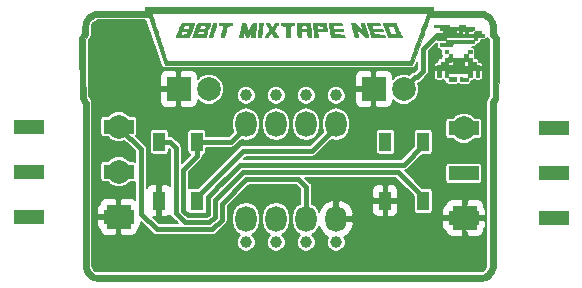
<source format=gbr>
G04 #@! TF.FileFunction,Copper,L1,Top,Signal*
%FSLAX46Y46*%
G04 Gerber Fmt 4.6, Leading zero omitted, Abs format (unit mm)*
G04 Created by KiCad (PCBNEW 4.0.7-e0-6372~58~ubuntu16.04.1) date Wed Aug  1 16:39:32 2018*
%MOMM*%
%LPD*%
G01*
G04 APERTURE LIST*
%ADD10C,0.100000*%
%ADD11C,0.010000*%
%ADD12C,1.000000*%
%ADD13R,2.000000X2.000000*%
%ADD14C,2.000000*%
%ADD15R,1.000000X1.600000*%
%ADD16R,2.499360X1.198880*%
%ADD17R,0.400000X0.400000*%
%ADD18O,1.800000X2.200000*%
%ADD19C,0.400000*%
%ADD20C,0.200000*%
G04 APERTURE END LIST*
D10*
D11*
G36*
X101626458Y-52984907D02*
X101949250Y-52990750D01*
X101949250Y-53137153D01*
X101946426Y-53211534D01*
X101938938Y-53264505D01*
X101928263Y-53285700D01*
X101928083Y-53285724D01*
X101900120Y-53286079D01*
X101838279Y-53285539D01*
X101751003Y-53284214D01*
X101646736Y-53282217D01*
X101618550Y-53281616D01*
X101330184Y-53275340D01*
X101317158Y-53196545D01*
X101308002Y-53121771D01*
X101303910Y-53050195D01*
X101303899Y-53048407D01*
X101303667Y-52979064D01*
X101626458Y-52984907D01*
X101626458Y-52984907D01*
G37*
X101626458Y-52984907D02*
X101949250Y-52990750D01*
X101949250Y-53137153D01*
X101946426Y-53211534D01*
X101938938Y-53264505D01*
X101928263Y-53285700D01*
X101928083Y-53285724D01*
X101900120Y-53286079D01*
X101838279Y-53285539D01*
X101751003Y-53284214D01*
X101646736Y-53282217D01*
X101618550Y-53281616D01*
X101330184Y-53275340D01*
X101317158Y-53196545D01*
X101308002Y-53121771D01*
X101303910Y-53050195D01*
X101303899Y-53048407D01*
X101303667Y-52979064D01*
X101626458Y-52984907D01*
G36*
X100965000Y-53276500D02*
X100330000Y-53276500D01*
X100330000Y-52980167D01*
X100965000Y-52980167D01*
X100965000Y-53276500D01*
X100965000Y-53276500D01*
G37*
X100965000Y-53276500D02*
X100330000Y-53276500D01*
X100330000Y-52980167D01*
X100965000Y-52980167D01*
X100965000Y-53276500D01*
G36*
X100633914Y-51069875D02*
X100643226Y-51148984D01*
X100647266Y-51228221D01*
X100647267Y-51228625D01*
X100647500Y-51308000D01*
X101640479Y-51308000D01*
X101646698Y-51154542D01*
X101652917Y-51001083D01*
X101788572Y-50994694D01*
X101876274Y-50994467D01*
X101926947Y-51004312D01*
X101941707Y-51015861D01*
X101951043Y-51050659D01*
X101957511Y-51112969D01*
X101959509Y-51174411D01*
X101959833Y-51305406D01*
X102049792Y-51317209D01*
X102127845Y-51326358D01*
X102203313Y-51333573D01*
X102213833Y-51334381D01*
X102287917Y-51339750D01*
X102294119Y-51480161D01*
X102298327Y-51555219D01*
X102305826Y-51598353D01*
X102321449Y-51619943D01*
X102350027Y-51630371D01*
X102365557Y-51633620D01*
X102429954Y-51642066D01*
X102506876Y-51646480D01*
X102523396Y-51646667D01*
X102616000Y-51646667D01*
X102616000Y-51771935D01*
X102617525Y-51862615D01*
X102626926Y-51919071D01*
X102651436Y-51949410D01*
X102698292Y-51961737D01*
X102774729Y-51964157D01*
X102787598Y-51964167D01*
X102933500Y-51964167D01*
X102933500Y-52937833D01*
X102637167Y-52937833D01*
X102637167Y-52281667D01*
X102298500Y-52281667D01*
X102298500Y-52937833D01*
X101981000Y-52937833D01*
X101981000Y-52598681D01*
X101139625Y-52604215D01*
X100298250Y-52609750D01*
X100292068Y-52773792D01*
X100285886Y-52937833D01*
X99991333Y-52937833D01*
X99991333Y-52281667D01*
X99652667Y-52281667D01*
X99652667Y-52937833D01*
X99356333Y-52937833D01*
X99356333Y-51964167D01*
X100285886Y-51964167D01*
X100668667Y-51964167D01*
X100668667Y-51625500D01*
X101621167Y-51625500D01*
X101621167Y-51961484D01*
X101689958Y-51970021D01*
X101812607Y-51980858D01*
X101900861Y-51978217D01*
X101933375Y-51971992D01*
X101957263Y-51962402D01*
X101971479Y-51943226D01*
X101978506Y-51905098D01*
X101980828Y-51838655D01*
X101981000Y-51792364D01*
X101981000Y-51625500D01*
X101621167Y-51625500D01*
X100668667Y-51625500D01*
X100668667Y-51623852D01*
X100483458Y-51629967D01*
X100298250Y-51636083D01*
X100285886Y-51964167D01*
X99356333Y-51964167D01*
X99467458Y-51963877D01*
X99562103Y-51962078D01*
X99622240Y-51952942D01*
X99655685Y-51929976D01*
X99670255Y-51886682D01*
X99673767Y-51816564D01*
X99673833Y-51792364D01*
X99673833Y-51646667D01*
X99766437Y-51646667D01*
X99842321Y-51643492D01*
X99912880Y-51635640D01*
X99925187Y-51633437D01*
X99991333Y-51620208D01*
X99991333Y-51334855D01*
X100141902Y-51324082D01*
X100233136Y-51313454D01*
X100292076Y-51297580D01*
X100310911Y-51284196D01*
X100320726Y-51248569D01*
X100327540Y-51185528D01*
X100329676Y-51122792D01*
X100330000Y-50990500D01*
X100620794Y-50990500D01*
X100633914Y-51069875D01*
X100633914Y-51069875D01*
G37*
X100633914Y-51069875D02*
X100643226Y-51148984D01*
X100647266Y-51228221D01*
X100647267Y-51228625D01*
X100647500Y-51308000D01*
X101640479Y-51308000D01*
X101646698Y-51154542D01*
X101652917Y-51001083D01*
X101788572Y-50994694D01*
X101876274Y-50994467D01*
X101926947Y-51004312D01*
X101941707Y-51015861D01*
X101951043Y-51050659D01*
X101957511Y-51112969D01*
X101959509Y-51174411D01*
X101959833Y-51305406D01*
X102049792Y-51317209D01*
X102127845Y-51326358D01*
X102203313Y-51333573D01*
X102213833Y-51334381D01*
X102287917Y-51339750D01*
X102294119Y-51480161D01*
X102298327Y-51555219D01*
X102305826Y-51598353D01*
X102321449Y-51619943D01*
X102350027Y-51630371D01*
X102365557Y-51633620D01*
X102429954Y-51642066D01*
X102506876Y-51646480D01*
X102523396Y-51646667D01*
X102616000Y-51646667D01*
X102616000Y-51771935D01*
X102617525Y-51862615D01*
X102626926Y-51919071D01*
X102651436Y-51949410D01*
X102698292Y-51961737D01*
X102774729Y-51964157D01*
X102787598Y-51964167D01*
X102933500Y-51964167D01*
X102933500Y-52937833D01*
X102637167Y-52937833D01*
X102637167Y-52281667D01*
X102298500Y-52281667D01*
X102298500Y-52937833D01*
X101981000Y-52937833D01*
X101981000Y-52598681D01*
X101139625Y-52604215D01*
X100298250Y-52609750D01*
X100292068Y-52773792D01*
X100285886Y-52937833D01*
X99991333Y-52937833D01*
X99991333Y-52281667D01*
X99652667Y-52281667D01*
X99652667Y-52937833D01*
X99356333Y-52937833D01*
X99356333Y-51964167D01*
X100285886Y-51964167D01*
X100668667Y-51964167D01*
X100668667Y-51625500D01*
X101621167Y-51625500D01*
X101621167Y-51961484D01*
X101689958Y-51970021D01*
X101812607Y-51980858D01*
X101900861Y-51978217D01*
X101933375Y-51971992D01*
X101957263Y-51962402D01*
X101971479Y-51943226D01*
X101978506Y-51905098D01*
X101980828Y-51838655D01*
X101981000Y-51792364D01*
X101981000Y-51625500D01*
X101621167Y-51625500D01*
X100668667Y-51625500D01*
X100668667Y-51623852D01*
X100483458Y-51629967D01*
X100298250Y-51636083D01*
X100285886Y-51964167D01*
X99356333Y-51964167D01*
X99467458Y-51963877D01*
X99562103Y-51962078D01*
X99622240Y-51952942D01*
X99655685Y-51929976D01*
X99670255Y-51886682D01*
X99673767Y-51816564D01*
X99673833Y-51792364D01*
X99673833Y-51646667D01*
X99766437Y-51646667D01*
X99842321Y-51643492D01*
X99912880Y-51635640D01*
X99925187Y-51633437D01*
X99991333Y-51620208D01*
X99991333Y-51334855D01*
X100141902Y-51324082D01*
X100233136Y-51313454D01*
X100292076Y-51297580D01*
X100310911Y-51284196D01*
X100320726Y-51248569D01*
X100327540Y-51185528D01*
X100329676Y-51122792D01*
X100330000Y-50990500D01*
X100620794Y-50990500D01*
X100633914Y-51069875D01*
G36*
X100287667Y-50948167D02*
X99991333Y-50948167D01*
X99991333Y-50651833D01*
X100287667Y-50651833D01*
X100287667Y-50948167D01*
X100287667Y-50948167D01*
G37*
X100287667Y-50948167D02*
X99991333Y-50948167D01*
X99991333Y-50651833D01*
X100287667Y-50651833D01*
X100287667Y-50948167D01*
G36*
X102134458Y-50656198D02*
X102287917Y-50662417D01*
X102294175Y-50805292D01*
X102300434Y-50948167D01*
X101981000Y-50948167D01*
X101981000Y-50649979D01*
X102134458Y-50656198D01*
X102134458Y-50656198D01*
G37*
X102134458Y-50656198D02*
X102287917Y-50662417D01*
X102294175Y-50805292D01*
X102300434Y-50948167D01*
X101981000Y-50948167D01*
X101981000Y-50649979D01*
X102134458Y-50656198D01*
G36*
X102489000Y-50059167D02*
X100673958Y-50059167D01*
X100660729Y-50125312D01*
X100650861Y-50195081D01*
X100647500Y-50252312D01*
X100647500Y-50313167D01*
X99631500Y-50313167D01*
X99631500Y-50080333D01*
X100139500Y-50080333D01*
X100139824Y-49979792D01*
X100143104Y-49915217D01*
X100151032Y-49867541D01*
X100155699Y-49855946D01*
X100176474Y-49850054D01*
X100231432Y-49844562D01*
X100321744Y-49839435D01*
X100448583Y-49834633D01*
X100613122Y-49830120D01*
X100816533Y-49825856D01*
X101059988Y-49821806D01*
X101330125Y-49818112D01*
X102489000Y-49803580D01*
X102489000Y-50059167D01*
X102489000Y-50059167D01*
G37*
X102489000Y-50059167D02*
X100673958Y-50059167D01*
X100660729Y-50125312D01*
X100650861Y-50195081D01*
X100647500Y-50252312D01*
X100647500Y-50313167D01*
X99631500Y-50313167D01*
X99631500Y-50080333D01*
X100139500Y-50080333D01*
X100139824Y-49979792D01*
X100143104Y-49915217D01*
X100151032Y-49867541D01*
X100155699Y-49855946D01*
X100176474Y-49850054D01*
X100231432Y-49844562D01*
X100321744Y-49839435D01*
X100448583Y-49834633D01*
X100613122Y-49830120D01*
X100816533Y-49825856D01*
X101059988Y-49821806D01*
X101330125Y-49818112D01*
X102489000Y-49803580D01*
X102489000Y-50059167D01*
G36*
X99864333Y-49572333D02*
X100139500Y-49572333D01*
X100139500Y-49805167D01*
X99356333Y-49805167D01*
X99356333Y-49297167D01*
X99864333Y-49297167D01*
X99864333Y-49572333D01*
X99864333Y-49572333D01*
G37*
X99864333Y-49572333D02*
X100139500Y-49572333D01*
X100139500Y-49805167D01*
X99356333Y-49805167D01*
X99356333Y-49297167D01*
X99864333Y-49297167D01*
X99864333Y-49572333D01*
G36*
X100393500Y-48746833D02*
X101197833Y-48746833D01*
X101197833Y-48514000D01*
X101705833Y-48514000D01*
X101705833Y-48746833D01*
X102489000Y-48746833D01*
X102489000Y-48999490D01*
X102240292Y-49005453D01*
X101991583Y-49011417D01*
X101985324Y-49154292D01*
X101979066Y-49297167D01*
X102508146Y-49297167D01*
X102520750Y-49032583D01*
X102780042Y-49026640D01*
X103039333Y-49020697D01*
X103039333Y-49297167D01*
X103293333Y-49297167D01*
X103293333Y-49530000D01*
X102764167Y-49530000D01*
X102764167Y-49805167D01*
X102506975Y-49805167D01*
X102513862Y-49672875D01*
X102520750Y-49540583D01*
X100139500Y-49529647D01*
X100139500Y-49276000D01*
X100025348Y-49276000D01*
X99956131Y-49273013D01*
X99914504Y-49258383D01*
X99893515Y-49223603D01*
X99886209Y-49160166D01*
X99885500Y-49104935D01*
X99885500Y-49000833D01*
X100922667Y-49000833D01*
X100922667Y-49297167D01*
X101197833Y-49297167D01*
X101197833Y-49167612D01*
X101432073Y-49167612D01*
X101445110Y-49237251D01*
X101485517Y-49278746D01*
X101555616Y-49295886D01*
X101585637Y-49296842D01*
X101647973Y-49292646D01*
X101694165Y-49282598D01*
X101701697Y-49279004D01*
X101718825Y-49247337D01*
X101724170Y-49179558D01*
X101722864Y-49136453D01*
X101716417Y-49011417D01*
X101586958Y-49005188D01*
X101457499Y-48998960D01*
X101444083Y-49066043D01*
X101432073Y-49167612D01*
X101197833Y-49167612D01*
X101197833Y-49000833D01*
X100922667Y-49000833D01*
X99885500Y-49000833D01*
X99635656Y-49000833D01*
X99621204Y-48876312D01*
X99612012Y-48806820D01*
X99600098Y-48768376D01*
X99578073Y-48749954D01*
X99538548Y-48740527D01*
X99529168Y-48738962D01*
X99471517Y-48732955D01*
X99387274Y-48728390D01*
X99292175Y-48726049D01*
X99266375Y-48725899D01*
X99081167Y-48725667D01*
X99081167Y-48514000D01*
X100393500Y-48514000D01*
X100393500Y-48746833D01*
X100393500Y-48746833D01*
G37*
X100393500Y-48746833D02*
X101197833Y-48746833D01*
X101197833Y-48514000D01*
X101705833Y-48514000D01*
X101705833Y-48746833D01*
X102489000Y-48746833D01*
X102489000Y-48999490D01*
X102240292Y-49005453D01*
X101991583Y-49011417D01*
X101985324Y-49154292D01*
X101979066Y-49297167D01*
X102508146Y-49297167D01*
X102520750Y-49032583D01*
X102780042Y-49026640D01*
X103039333Y-49020697D01*
X103039333Y-49297167D01*
X103293333Y-49297167D01*
X103293333Y-49530000D01*
X102764167Y-49530000D01*
X102764167Y-49805167D01*
X102506975Y-49805167D01*
X102513862Y-49672875D01*
X102520750Y-49540583D01*
X100139500Y-49529647D01*
X100139500Y-49276000D01*
X100025348Y-49276000D01*
X99956131Y-49273013D01*
X99914504Y-49258383D01*
X99893515Y-49223603D01*
X99886209Y-49160166D01*
X99885500Y-49104935D01*
X99885500Y-49000833D01*
X100922667Y-49000833D01*
X100922667Y-49297167D01*
X101197833Y-49297167D01*
X101197833Y-49167612D01*
X101432073Y-49167612D01*
X101445110Y-49237251D01*
X101485517Y-49278746D01*
X101555616Y-49295886D01*
X101585637Y-49296842D01*
X101647973Y-49292646D01*
X101694165Y-49282598D01*
X101701697Y-49279004D01*
X101718825Y-49247337D01*
X101724170Y-49179558D01*
X101722864Y-49136453D01*
X101716417Y-49011417D01*
X101586958Y-49005188D01*
X101457499Y-48998960D01*
X101444083Y-49066043D01*
X101432073Y-49167612D01*
X101197833Y-49167612D01*
X101197833Y-49000833D01*
X100922667Y-49000833D01*
X99885500Y-49000833D01*
X99635656Y-49000833D01*
X99621204Y-48876312D01*
X99612012Y-48806820D01*
X99600098Y-48768376D01*
X99578073Y-48749954D01*
X99538548Y-48740527D01*
X99529168Y-48738962D01*
X99471517Y-48732955D01*
X99387274Y-48728390D01*
X99292175Y-48726049D01*
X99266375Y-48725899D01*
X99081167Y-48725667D01*
X99081167Y-48514000D01*
X100393500Y-48514000D01*
X100393500Y-48746833D01*
G36*
X99047300Y-47332900D02*
X101015301Y-47332900D01*
X101323606Y-47332992D01*
X101608052Y-47333270D01*
X101868501Y-47333732D01*
X102104817Y-47334377D01*
X102316861Y-47335204D01*
X102504494Y-47336212D01*
X102667580Y-47337401D01*
X102805980Y-47338770D01*
X102919555Y-47340317D01*
X103008169Y-47342042D01*
X103071683Y-47343945D01*
X103109960Y-47346023D01*
X103113976Y-47346397D01*
X103289187Y-47376938D01*
X103456882Y-47430673D01*
X103615178Y-47506024D01*
X103762190Y-47601417D01*
X103896032Y-47715276D01*
X104014821Y-47846025D01*
X104116672Y-47992088D01*
X104199699Y-48151891D01*
X104254954Y-48300220D01*
X104273074Y-48363584D01*
X104287476Y-48426013D01*
X104298548Y-48491495D01*
X104306678Y-48564020D01*
X104312253Y-48647575D01*
X104315661Y-48746151D01*
X104317290Y-48863735D01*
X104317574Y-48944450D01*
X104317800Y-49241551D01*
X104440040Y-49405127D01*
X104562280Y-49568704D01*
X104552772Y-52199194D01*
X104543265Y-54829683D01*
X104317799Y-55179825D01*
X104317529Y-62016437D01*
X104317502Y-62523381D01*
X104317460Y-63005537D01*
X104317401Y-63463518D01*
X104317324Y-63897934D01*
X104317228Y-64309400D01*
X104317111Y-64698526D01*
X104316971Y-65065924D01*
X104316806Y-65412208D01*
X104316615Y-65737989D01*
X104316397Y-66043879D01*
X104316149Y-66330491D01*
X104315871Y-66598436D01*
X104315560Y-66848327D01*
X104315216Y-67080775D01*
X104314835Y-67296394D01*
X104314417Y-67495794D01*
X104313961Y-67679589D01*
X104313464Y-67848390D01*
X104312925Y-68002810D01*
X104312343Y-68143460D01*
X104311715Y-68270953D01*
X104311040Y-68385902D01*
X104310317Y-68488917D01*
X104309544Y-68580611D01*
X104308719Y-68661597D01*
X104307842Y-68732486D01*
X104306909Y-68793890D01*
X104305919Y-68846423D01*
X104304872Y-68890695D01*
X104303765Y-68927320D01*
X104302597Y-68956908D01*
X104301366Y-68980073D01*
X104300071Y-68997427D01*
X104299244Y-69005450D01*
X104265339Y-69190823D01*
X104209562Y-69365073D01*
X104133271Y-69526841D01*
X104037826Y-69674768D01*
X103924584Y-69807496D01*
X103794905Y-69923666D01*
X103650148Y-70021919D01*
X103491670Y-70100897D01*
X103320831Y-70159241D01*
X103138989Y-70195593D01*
X103104950Y-70199722D01*
X103084173Y-70200607D01*
X103038596Y-70201470D01*
X102968804Y-70202311D01*
X102875381Y-70203131D01*
X102758913Y-70203929D01*
X102619983Y-70204706D01*
X102459178Y-70205461D01*
X102277082Y-70206195D01*
X102074280Y-70206907D01*
X101851356Y-70207597D01*
X101608896Y-70208267D01*
X101347485Y-70208914D01*
X101067708Y-70209541D01*
X100770148Y-70210146D01*
X100455393Y-70210730D01*
X100124025Y-70211292D01*
X99776630Y-70211833D01*
X99413794Y-70212353D01*
X99036100Y-70212851D01*
X98644135Y-70213329D01*
X98238482Y-70213785D01*
X97819726Y-70214220D01*
X97388454Y-70214634D01*
X96945248Y-70215026D01*
X96490695Y-70215398D01*
X96025380Y-70215748D01*
X95549886Y-70216078D01*
X95064800Y-70216386D01*
X94570705Y-70216673D01*
X94068187Y-70216940D01*
X93557831Y-70217185D01*
X93040222Y-70217410D01*
X92515944Y-70217613D01*
X91985583Y-70217796D01*
X91449723Y-70217958D01*
X90908950Y-70218099D01*
X90363847Y-70218219D01*
X89815001Y-70218319D01*
X89262996Y-70218397D01*
X88708416Y-70218455D01*
X88151848Y-70218492D01*
X87593875Y-70218509D01*
X87035082Y-70218505D01*
X86476056Y-70218480D01*
X85917379Y-70218434D01*
X85359638Y-70218368D01*
X84803417Y-70218282D01*
X84249301Y-70218175D01*
X83697875Y-70218047D01*
X83149724Y-70217899D01*
X82605433Y-70217730D01*
X82065587Y-70217541D01*
X81530770Y-70217331D01*
X81001568Y-70217101D01*
X80478565Y-70216851D01*
X79962346Y-70216580D01*
X79453497Y-70216289D01*
X78952602Y-70215978D01*
X78460246Y-70215646D01*
X77977014Y-70215295D01*
X77503490Y-70214922D01*
X77040261Y-70214530D01*
X76587910Y-70214118D01*
X76147022Y-70213685D01*
X75718183Y-70213232D01*
X75301978Y-70212759D01*
X74898990Y-70212266D01*
X74509806Y-70211753D01*
X74135010Y-70211220D01*
X73775187Y-70210667D01*
X73430921Y-70210094D01*
X73102799Y-70209501D01*
X72791404Y-70208887D01*
X72497321Y-70208254D01*
X72221137Y-70207602D01*
X71963434Y-70206929D01*
X71724799Y-70206236D01*
X71505816Y-70205524D01*
X71307070Y-70204792D01*
X71129146Y-70204040D01*
X70972629Y-70203268D01*
X70838103Y-70202476D01*
X70726155Y-70201665D01*
X70637368Y-70200834D01*
X70572327Y-70199984D01*
X70531618Y-70199113D01*
X70516750Y-70198379D01*
X70340645Y-70165136D01*
X70174269Y-70109105D01*
X70019054Y-70031506D01*
X69876432Y-69933557D01*
X69747836Y-69816477D01*
X69634699Y-69681486D01*
X69538453Y-69529803D01*
X69460530Y-69362647D01*
X69428408Y-69272150D01*
X69423147Y-69256283D01*
X69418144Y-69241983D01*
X69413392Y-69228609D01*
X69408885Y-69215523D01*
X69404615Y-69202086D01*
X69400577Y-69187659D01*
X69396765Y-69171605D01*
X69393171Y-69153282D01*
X69389789Y-69132054D01*
X69386613Y-69107281D01*
X69383636Y-69078325D01*
X69380852Y-69044546D01*
X69378255Y-69005307D01*
X69375837Y-68959967D01*
X69373593Y-68907889D01*
X69371516Y-68848433D01*
X69369600Y-68780961D01*
X69367837Y-68704834D01*
X69366223Y-68619413D01*
X69364749Y-68524060D01*
X69363410Y-68418136D01*
X69362199Y-68301001D01*
X69361110Y-68172017D01*
X69360137Y-68030546D01*
X69359272Y-67875949D01*
X69358510Y-67707586D01*
X69357843Y-67524819D01*
X69357267Y-67327009D01*
X69356773Y-67113518D01*
X69356355Y-66883707D01*
X69356008Y-66636936D01*
X69355724Y-66372568D01*
X69355498Y-66089963D01*
X69355322Y-65788482D01*
X69355191Y-65467487D01*
X69355097Y-65126339D01*
X69355034Y-64764400D01*
X69354997Y-64381030D01*
X69354978Y-63975590D01*
X69354970Y-63547443D01*
X69354969Y-63095948D01*
X69354966Y-62620468D01*
X69354956Y-62120363D01*
X69354952Y-62010029D01*
X69354700Y-55192408D01*
X69084676Y-54838382D01*
X69072507Y-49730736D01*
X69570600Y-49730736D01*
X69570604Y-50382843D01*
X69570668Y-50475808D01*
X69570852Y-50591988D01*
X69571149Y-50729198D01*
X69571552Y-50885254D01*
X69572053Y-51057971D01*
X69572645Y-51245165D01*
X69573320Y-51444649D01*
X69574071Y-51654241D01*
X69574891Y-51871755D01*
X69575771Y-52095006D01*
X69576705Y-52321810D01*
X69577684Y-52549982D01*
X69578702Y-52777337D01*
X69579061Y-52855123D01*
X69587512Y-54675297D01*
X69724927Y-54855373D01*
X69862343Y-55035450D01*
X69865809Y-62033150D01*
X69869274Y-69030850D01*
X69897113Y-69109350D01*
X69956798Y-69251795D01*
X70027984Y-69373130D01*
X70112484Y-69475724D01*
X70212108Y-69561944D01*
X70275450Y-69604122D01*
X70334159Y-69634469D01*
X70404418Y-69663025D01*
X70475890Y-69686109D01*
X70538241Y-69700039D01*
X70548500Y-69701380D01*
X70562884Y-69701573D01*
X70602192Y-69701761D01*
X70665947Y-69701947D01*
X70753670Y-69702128D01*
X70864887Y-69702305D01*
X70999120Y-69702478D01*
X71155892Y-69702647D01*
X71334727Y-69702812D01*
X71535147Y-69702973D01*
X71756676Y-69703129D01*
X71998837Y-69703280D01*
X72261154Y-69703426D01*
X72543149Y-69703568D01*
X72844346Y-69703705D01*
X73164267Y-69703837D01*
X73502437Y-69703964D01*
X73858378Y-69704085D01*
X74231614Y-69704201D01*
X74621667Y-69704312D01*
X75028061Y-69704416D01*
X75450320Y-69704516D01*
X75887966Y-69704609D01*
X76340522Y-69704697D01*
X76807513Y-69704778D01*
X77288460Y-69704854D01*
X77782887Y-69704923D01*
X78290318Y-69704986D01*
X78810276Y-69705042D01*
X79342283Y-69705092D01*
X79885864Y-69705135D01*
X80440541Y-69705171D01*
X81005837Y-69705200D01*
X81581276Y-69705223D01*
X82166380Y-69705238D01*
X82760674Y-69705246D01*
X83363680Y-69705247D01*
X83974922Y-69705240D01*
X84593922Y-69705226D01*
X85220205Y-69705204D01*
X85853292Y-69705174D01*
X86492708Y-69705137D01*
X86861650Y-69705112D01*
X103130350Y-69703950D01*
X103215375Y-69675080D01*
X103355051Y-69615060D01*
X103478431Y-69535715D01*
X103584787Y-69437791D01*
X103673388Y-69322032D01*
X103743508Y-69189185D01*
X103776585Y-69101027D01*
X103803450Y-69018150D01*
X103809800Y-62026517D01*
X103816150Y-55034885D01*
X103932886Y-54855262D01*
X104049623Y-54675639D01*
X104051926Y-52199923D01*
X104054229Y-49724206D01*
X103941539Y-49573128D01*
X103828850Y-49422050D01*
X103820982Y-48990250D01*
X103818779Y-48873285D01*
X103816719Y-48778550D01*
X103814567Y-48702875D01*
X103812089Y-48643092D01*
X103809049Y-48596032D01*
X103805213Y-48558527D01*
X103800345Y-48527409D01*
X103794211Y-48499509D01*
X103786577Y-48471659D01*
X103781215Y-48453777D01*
X103727093Y-48318745D01*
X103650652Y-48192713D01*
X103556289Y-48081813D01*
X103453604Y-47992761D01*
X103343748Y-47925204D01*
X103222785Y-47877301D01*
X103086776Y-47847214D01*
X103041450Y-47841274D01*
X103012314Y-47839474D01*
X102958330Y-47837795D01*
X102880047Y-47836242D01*
X102778016Y-47834817D01*
X102652787Y-47833524D01*
X102504911Y-47832366D01*
X102334939Y-47831346D01*
X102143420Y-47830468D01*
X101930906Y-47829734D01*
X101697947Y-47829148D01*
X101445093Y-47828713D01*
X101172895Y-47828432D01*
X100881904Y-47828309D01*
X100828801Y-47828304D01*
X98730452Y-47828199D01*
X98713155Y-47863125D01*
X98707026Y-47878700D01*
X98692747Y-47916907D01*
X98670777Y-47976483D01*
X98641575Y-48056162D01*
X98605600Y-48154681D01*
X98563311Y-48270775D01*
X98515166Y-48403180D01*
X98461626Y-48550632D01*
X98403149Y-48711866D01*
X98340195Y-48885619D01*
X98273221Y-49070626D01*
X98202688Y-49265623D01*
X98129054Y-49469345D01*
X98052778Y-49680529D01*
X97974320Y-49897910D01*
X97973054Y-49901420D01*
X97250250Y-51904790D01*
X76282358Y-51904900D01*
X75621101Y-49869725D01*
X74959845Y-47834550D01*
X72757347Y-47834550D01*
X72475176Y-47834517D01*
X72217237Y-47834452D01*
X71982366Y-47834399D01*
X71769393Y-47834404D01*
X71577153Y-47834513D01*
X71404479Y-47834773D01*
X71250205Y-47835227D01*
X71113162Y-47835924D01*
X70992185Y-47836908D01*
X70886107Y-47838225D01*
X70793761Y-47839922D01*
X70713980Y-47842043D01*
X70645597Y-47844635D01*
X70587446Y-47847744D01*
X70538359Y-47851416D01*
X70497171Y-47855696D01*
X70462713Y-47860630D01*
X70433820Y-47866264D01*
X70409325Y-47872644D01*
X70388060Y-47879815D01*
X70368860Y-47887825D01*
X70350556Y-47896717D01*
X70331983Y-47906539D01*
X70311974Y-47917336D01*
X70289361Y-47929154D01*
X70284278Y-47931717D01*
X70170215Y-48002504D01*
X70067067Y-48093812D01*
X69977800Y-48202039D01*
X69905377Y-48323584D01*
X69852763Y-48454845D01*
X69852159Y-48456806D01*
X69843708Y-48485431D01*
X69836859Y-48512554D01*
X69831381Y-48541328D01*
X69827046Y-48574908D01*
X69823623Y-48616447D01*
X69820882Y-48669099D01*
X69818593Y-48736016D01*
X69816527Y-48820354D01*
X69814453Y-48925264D01*
X69813273Y-48990250D01*
X69805550Y-49422050D01*
X69570600Y-49730736D01*
X69072507Y-49730736D01*
X69072104Y-49561750D01*
X69194352Y-49401148D01*
X69316599Y-49240546D01*
X69316696Y-48943948D01*
X69317461Y-48813381D01*
X69319918Y-48704068D01*
X69324453Y-48611898D01*
X69331448Y-48532757D01*
X69341288Y-48462534D01*
X69354356Y-48397116D01*
X69371038Y-48332391D01*
X69375126Y-48318193D01*
X69438059Y-48146070D01*
X69521574Y-47986380D01*
X69623861Y-47840658D01*
X69743111Y-47710439D01*
X69877514Y-47597259D01*
X70025258Y-47502654D01*
X70062361Y-47485300D01*
X75144188Y-47485300D01*
X75153193Y-47513875D01*
X75162563Y-47543222D01*
X75178948Y-47594093D01*
X75201853Y-47664969D01*
X75230787Y-47754334D01*
X75265254Y-47860673D01*
X75304763Y-47982469D01*
X75348820Y-48118206D01*
X75396931Y-48266367D01*
X75448602Y-48425436D01*
X75503342Y-48593896D01*
X75560656Y-48770233D01*
X75620051Y-48952928D01*
X75681033Y-49140466D01*
X75743110Y-49331331D01*
X75805787Y-49524006D01*
X75868572Y-49716975D01*
X75930971Y-49908722D01*
X75992491Y-50097730D01*
X76052638Y-50282483D01*
X76110920Y-50461465D01*
X76166842Y-50633159D01*
X76219912Y-50796050D01*
X76269636Y-50948620D01*
X76315520Y-51089354D01*
X76357072Y-51216735D01*
X76393797Y-51329247D01*
X76425204Y-51425374D01*
X76450797Y-51503599D01*
X76470085Y-51562406D01*
X76482573Y-51600278D01*
X76487768Y-51615700D01*
X76487880Y-51615975D01*
X76500766Y-51616447D01*
X76538454Y-51616914D01*
X76600345Y-51617375D01*
X76685842Y-51617829D01*
X76794347Y-51618275D01*
X76925261Y-51618713D01*
X77077987Y-51619143D01*
X77251925Y-51619564D01*
X77446479Y-51619975D01*
X77661050Y-51620376D01*
X77895040Y-51620766D01*
X78147851Y-51621144D01*
X78418885Y-51621511D01*
X78707543Y-51621865D01*
X79013227Y-51622207D01*
X79335341Y-51622535D01*
X79673284Y-51622848D01*
X80026459Y-51623147D01*
X80394269Y-51623431D01*
X80776115Y-51623699D01*
X81171398Y-51623951D01*
X81579522Y-51624186D01*
X81999887Y-51624404D01*
X82431895Y-51624603D01*
X82874949Y-51624784D01*
X83328450Y-51624946D01*
X83791801Y-51625089D01*
X84264403Y-51625211D01*
X84745658Y-51625312D01*
X85234967Y-51625392D01*
X85731734Y-51625451D01*
X86235359Y-51625487D01*
X86745245Y-51625499D01*
X86772257Y-51625500D01*
X97050915Y-51625500D01*
X97063188Y-51590575D01*
X97068773Y-51575013D01*
X97082537Y-51536824D01*
X97104024Y-51477268D01*
X97132777Y-51397605D01*
X97168343Y-51299096D01*
X97210266Y-51183001D01*
X97258090Y-51050581D01*
X97311361Y-50903096D01*
X97369623Y-50741806D01*
X97432421Y-50567972D01*
X97499300Y-50382854D01*
X97569803Y-50187713D01*
X97643477Y-49983808D01*
X97719866Y-49772402D01*
X97798515Y-49554753D01*
X97802870Y-49542700D01*
X97881536Y-49324977D01*
X97957899Y-49113562D01*
X98031510Y-48909703D01*
X98101918Y-48714650D01*
X98168672Y-48529653D01*
X98231324Y-48355963D01*
X98289421Y-48194828D01*
X98342514Y-48047498D01*
X98390152Y-47915224D01*
X98431885Y-47799256D01*
X98467263Y-47700842D01*
X98495834Y-47621234D01*
X98517149Y-47561680D01*
X98530758Y-47523431D01*
X98536209Y-47507736D01*
X98536271Y-47507525D01*
X98535850Y-47506279D01*
X98533582Y-47505080D01*
X98528986Y-47503928D01*
X98521581Y-47502821D01*
X98510886Y-47501759D01*
X98496420Y-47500741D01*
X98477702Y-47499765D01*
X98454252Y-47498831D01*
X98425588Y-47497938D01*
X98391230Y-47497085D01*
X98350696Y-47496272D01*
X98303506Y-47495496D01*
X98249179Y-47494758D01*
X98187234Y-47494056D01*
X98117190Y-47493390D01*
X98038565Y-47492758D01*
X97950880Y-47492160D01*
X97853653Y-47491594D01*
X97746403Y-47491060D01*
X97628650Y-47490558D01*
X97499912Y-47490085D01*
X97359709Y-47489641D01*
X97207559Y-47489225D01*
X97042982Y-47488837D01*
X96865497Y-47488475D01*
X96674622Y-47488138D01*
X96469878Y-47487826D01*
X96250783Y-47487537D01*
X96016855Y-47487271D01*
X95767615Y-47487027D01*
X95502582Y-47486803D01*
X95221273Y-47486600D01*
X94923210Y-47486415D01*
X94607909Y-47486249D01*
X94274892Y-47486099D01*
X93923676Y-47485966D01*
X93553781Y-47485849D01*
X93164725Y-47485745D01*
X92756029Y-47485656D01*
X92327211Y-47485579D01*
X91877790Y-47485513D01*
X91407285Y-47485459D01*
X90915216Y-47485414D01*
X90401101Y-47485378D01*
X89864459Y-47485350D01*
X89304810Y-47485329D01*
X88721672Y-47485315D01*
X88114566Y-47485306D01*
X87483009Y-47485301D01*
X86843225Y-47485300D01*
X75144188Y-47485300D01*
X70062361Y-47485300D01*
X70184534Y-47428158D01*
X70353532Y-47375308D01*
X70520423Y-47346655D01*
X70553775Y-47344494D01*
X70611084Y-47342521D01*
X70692479Y-47340735D01*
X70798085Y-47339134D01*
X70928031Y-47337717D01*
X71082445Y-47336485D01*
X71261452Y-47335436D01*
X71465181Y-47334569D01*
X71693760Y-47333884D01*
X71947315Y-47333379D01*
X72225974Y-47333054D01*
X72529865Y-47332908D01*
X72631798Y-47332900D01*
X74612500Y-47332900D01*
X74612500Y-46990000D01*
X99047300Y-46990000D01*
X99047300Y-47332900D01*
X99047300Y-47332900D01*
G37*
X99047300Y-47332900D02*
X101015301Y-47332900D01*
X101323606Y-47332992D01*
X101608052Y-47333270D01*
X101868501Y-47333732D01*
X102104817Y-47334377D01*
X102316861Y-47335204D01*
X102504494Y-47336212D01*
X102667580Y-47337401D01*
X102805980Y-47338770D01*
X102919555Y-47340317D01*
X103008169Y-47342042D01*
X103071683Y-47343945D01*
X103109960Y-47346023D01*
X103113976Y-47346397D01*
X103289187Y-47376938D01*
X103456882Y-47430673D01*
X103615178Y-47506024D01*
X103762190Y-47601417D01*
X103896032Y-47715276D01*
X104014821Y-47846025D01*
X104116672Y-47992088D01*
X104199699Y-48151891D01*
X104254954Y-48300220D01*
X104273074Y-48363584D01*
X104287476Y-48426013D01*
X104298548Y-48491495D01*
X104306678Y-48564020D01*
X104312253Y-48647575D01*
X104315661Y-48746151D01*
X104317290Y-48863735D01*
X104317574Y-48944450D01*
X104317800Y-49241551D01*
X104440040Y-49405127D01*
X104562280Y-49568704D01*
X104552772Y-52199194D01*
X104543265Y-54829683D01*
X104317799Y-55179825D01*
X104317529Y-62016437D01*
X104317502Y-62523381D01*
X104317460Y-63005537D01*
X104317401Y-63463518D01*
X104317324Y-63897934D01*
X104317228Y-64309400D01*
X104317111Y-64698526D01*
X104316971Y-65065924D01*
X104316806Y-65412208D01*
X104316615Y-65737989D01*
X104316397Y-66043879D01*
X104316149Y-66330491D01*
X104315871Y-66598436D01*
X104315560Y-66848327D01*
X104315216Y-67080775D01*
X104314835Y-67296394D01*
X104314417Y-67495794D01*
X104313961Y-67679589D01*
X104313464Y-67848390D01*
X104312925Y-68002810D01*
X104312343Y-68143460D01*
X104311715Y-68270953D01*
X104311040Y-68385902D01*
X104310317Y-68488917D01*
X104309544Y-68580611D01*
X104308719Y-68661597D01*
X104307842Y-68732486D01*
X104306909Y-68793890D01*
X104305919Y-68846423D01*
X104304872Y-68890695D01*
X104303765Y-68927320D01*
X104302597Y-68956908D01*
X104301366Y-68980073D01*
X104300071Y-68997427D01*
X104299244Y-69005450D01*
X104265339Y-69190823D01*
X104209562Y-69365073D01*
X104133271Y-69526841D01*
X104037826Y-69674768D01*
X103924584Y-69807496D01*
X103794905Y-69923666D01*
X103650148Y-70021919D01*
X103491670Y-70100897D01*
X103320831Y-70159241D01*
X103138989Y-70195593D01*
X103104950Y-70199722D01*
X103084173Y-70200607D01*
X103038596Y-70201470D01*
X102968804Y-70202311D01*
X102875381Y-70203131D01*
X102758913Y-70203929D01*
X102619983Y-70204706D01*
X102459178Y-70205461D01*
X102277082Y-70206195D01*
X102074280Y-70206907D01*
X101851356Y-70207597D01*
X101608896Y-70208267D01*
X101347485Y-70208914D01*
X101067708Y-70209541D01*
X100770148Y-70210146D01*
X100455393Y-70210730D01*
X100124025Y-70211292D01*
X99776630Y-70211833D01*
X99413794Y-70212353D01*
X99036100Y-70212851D01*
X98644135Y-70213329D01*
X98238482Y-70213785D01*
X97819726Y-70214220D01*
X97388454Y-70214634D01*
X96945248Y-70215026D01*
X96490695Y-70215398D01*
X96025380Y-70215748D01*
X95549886Y-70216078D01*
X95064800Y-70216386D01*
X94570705Y-70216673D01*
X94068187Y-70216940D01*
X93557831Y-70217185D01*
X93040222Y-70217410D01*
X92515944Y-70217613D01*
X91985583Y-70217796D01*
X91449723Y-70217958D01*
X90908950Y-70218099D01*
X90363847Y-70218219D01*
X89815001Y-70218319D01*
X89262996Y-70218397D01*
X88708416Y-70218455D01*
X88151848Y-70218492D01*
X87593875Y-70218509D01*
X87035082Y-70218505D01*
X86476056Y-70218480D01*
X85917379Y-70218434D01*
X85359638Y-70218368D01*
X84803417Y-70218282D01*
X84249301Y-70218175D01*
X83697875Y-70218047D01*
X83149724Y-70217899D01*
X82605433Y-70217730D01*
X82065587Y-70217541D01*
X81530770Y-70217331D01*
X81001568Y-70217101D01*
X80478565Y-70216851D01*
X79962346Y-70216580D01*
X79453497Y-70216289D01*
X78952602Y-70215978D01*
X78460246Y-70215646D01*
X77977014Y-70215295D01*
X77503490Y-70214922D01*
X77040261Y-70214530D01*
X76587910Y-70214118D01*
X76147022Y-70213685D01*
X75718183Y-70213232D01*
X75301978Y-70212759D01*
X74898990Y-70212266D01*
X74509806Y-70211753D01*
X74135010Y-70211220D01*
X73775187Y-70210667D01*
X73430921Y-70210094D01*
X73102799Y-70209501D01*
X72791404Y-70208887D01*
X72497321Y-70208254D01*
X72221137Y-70207602D01*
X71963434Y-70206929D01*
X71724799Y-70206236D01*
X71505816Y-70205524D01*
X71307070Y-70204792D01*
X71129146Y-70204040D01*
X70972629Y-70203268D01*
X70838103Y-70202476D01*
X70726155Y-70201665D01*
X70637368Y-70200834D01*
X70572327Y-70199984D01*
X70531618Y-70199113D01*
X70516750Y-70198379D01*
X70340645Y-70165136D01*
X70174269Y-70109105D01*
X70019054Y-70031506D01*
X69876432Y-69933557D01*
X69747836Y-69816477D01*
X69634699Y-69681486D01*
X69538453Y-69529803D01*
X69460530Y-69362647D01*
X69428408Y-69272150D01*
X69423147Y-69256283D01*
X69418144Y-69241983D01*
X69413392Y-69228609D01*
X69408885Y-69215523D01*
X69404615Y-69202086D01*
X69400577Y-69187659D01*
X69396765Y-69171605D01*
X69393171Y-69153282D01*
X69389789Y-69132054D01*
X69386613Y-69107281D01*
X69383636Y-69078325D01*
X69380852Y-69044546D01*
X69378255Y-69005307D01*
X69375837Y-68959967D01*
X69373593Y-68907889D01*
X69371516Y-68848433D01*
X69369600Y-68780961D01*
X69367837Y-68704834D01*
X69366223Y-68619413D01*
X69364749Y-68524060D01*
X69363410Y-68418136D01*
X69362199Y-68301001D01*
X69361110Y-68172017D01*
X69360137Y-68030546D01*
X69359272Y-67875949D01*
X69358510Y-67707586D01*
X69357843Y-67524819D01*
X69357267Y-67327009D01*
X69356773Y-67113518D01*
X69356355Y-66883707D01*
X69356008Y-66636936D01*
X69355724Y-66372568D01*
X69355498Y-66089963D01*
X69355322Y-65788482D01*
X69355191Y-65467487D01*
X69355097Y-65126339D01*
X69355034Y-64764400D01*
X69354997Y-64381030D01*
X69354978Y-63975590D01*
X69354970Y-63547443D01*
X69354969Y-63095948D01*
X69354966Y-62620468D01*
X69354956Y-62120363D01*
X69354952Y-62010029D01*
X69354700Y-55192408D01*
X69084676Y-54838382D01*
X69072507Y-49730736D01*
X69570600Y-49730736D01*
X69570604Y-50382843D01*
X69570668Y-50475808D01*
X69570852Y-50591988D01*
X69571149Y-50729198D01*
X69571552Y-50885254D01*
X69572053Y-51057971D01*
X69572645Y-51245165D01*
X69573320Y-51444649D01*
X69574071Y-51654241D01*
X69574891Y-51871755D01*
X69575771Y-52095006D01*
X69576705Y-52321810D01*
X69577684Y-52549982D01*
X69578702Y-52777337D01*
X69579061Y-52855123D01*
X69587512Y-54675297D01*
X69724927Y-54855373D01*
X69862343Y-55035450D01*
X69865809Y-62033150D01*
X69869274Y-69030850D01*
X69897113Y-69109350D01*
X69956798Y-69251795D01*
X70027984Y-69373130D01*
X70112484Y-69475724D01*
X70212108Y-69561944D01*
X70275450Y-69604122D01*
X70334159Y-69634469D01*
X70404418Y-69663025D01*
X70475890Y-69686109D01*
X70538241Y-69700039D01*
X70548500Y-69701380D01*
X70562884Y-69701573D01*
X70602192Y-69701761D01*
X70665947Y-69701947D01*
X70753670Y-69702128D01*
X70864887Y-69702305D01*
X70999120Y-69702478D01*
X71155892Y-69702647D01*
X71334727Y-69702812D01*
X71535147Y-69702973D01*
X71756676Y-69703129D01*
X71998837Y-69703280D01*
X72261154Y-69703426D01*
X72543149Y-69703568D01*
X72844346Y-69703705D01*
X73164267Y-69703837D01*
X73502437Y-69703964D01*
X73858378Y-69704085D01*
X74231614Y-69704201D01*
X74621667Y-69704312D01*
X75028061Y-69704416D01*
X75450320Y-69704516D01*
X75887966Y-69704609D01*
X76340522Y-69704697D01*
X76807513Y-69704778D01*
X77288460Y-69704854D01*
X77782887Y-69704923D01*
X78290318Y-69704986D01*
X78810276Y-69705042D01*
X79342283Y-69705092D01*
X79885864Y-69705135D01*
X80440541Y-69705171D01*
X81005837Y-69705200D01*
X81581276Y-69705223D01*
X82166380Y-69705238D01*
X82760674Y-69705246D01*
X83363680Y-69705247D01*
X83974922Y-69705240D01*
X84593922Y-69705226D01*
X85220205Y-69705204D01*
X85853292Y-69705174D01*
X86492708Y-69705137D01*
X86861650Y-69705112D01*
X103130350Y-69703950D01*
X103215375Y-69675080D01*
X103355051Y-69615060D01*
X103478431Y-69535715D01*
X103584787Y-69437791D01*
X103673388Y-69322032D01*
X103743508Y-69189185D01*
X103776585Y-69101027D01*
X103803450Y-69018150D01*
X103809800Y-62026517D01*
X103816150Y-55034885D01*
X103932886Y-54855262D01*
X104049623Y-54675639D01*
X104051926Y-52199923D01*
X104054229Y-49724206D01*
X103941539Y-49573128D01*
X103828850Y-49422050D01*
X103820982Y-48990250D01*
X103818779Y-48873285D01*
X103816719Y-48778550D01*
X103814567Y-48702875D01*
X103812089Y-48643092D01*
X103809049Y-48596032D01*
X103805213Y-48558527D01*
X103800345Y-48527409D01*
X103794211Y-48499509D01*
X103786577Y-48471659D01*
X103781215Y-48453777D01*
X103727093Y-48318745D01*
X103650652Y-48192713D01*
X103556289Y-48081813D01*
X103453604Y-47992761D01*
X103343748Y-47925204D01*
X103222785Y-47877301D01*
X103086776Y-47847214D01*
X103041450Y-47841274D01*
X103012314Y-47839474D01*
X102958330Y-47837795D01*
X102880047Y-47836242D01*
X102778016Y-47834817D01*
X102652787Y-47833524D01*
X102504911Y-47832366D01*
X102334939Y-47831346D01*
X102143420Y-47830468D01*
X101930906Y-47829734D01*
X101697947Y-47829148D01*
X101445093Y-47828713D01*
X101172895Y-47828432D01*
X100881904Y-47828309D01*
X100828801Y-47828304D01*
X98730452Y-47828199D01*
X98713155Y-47863125D01*
X98707026Y-47878700D01*
X98692747Y-47916907D01*
X98670777Y-47976483D01*
X98641575Y-48056162D01*
X98605600Y-48154681D01*
X98563311Y-48270775D01*
X98515166Y-48403180D01*
X98461626Y-48550632D01*
X98403149Y-48711866D01*
X98340195Y-48885619D01*
X98273221Y-49070626D01*
X98202688Y-49265623D01*
X98129054Y-49469345D01*
X98052778Y-49680529D01*
X97974320Y-49897910D01*
X97973054Y-49901420D01*
X97250250Y-51904790D01*
X76282358Y-51904900D01*
X75621101Y-49869725D01*
X74959845Y-47834550D01*
X72757347Y-47834550D01*
X72475176Y-47834517D01*
X72217237Y-47834452D01*
X71982366Y-47834399D01*
X71769393Y-47834404D01*
X71577153Y-47834513D01*
X71404479Y-47834773D01*
X71250205Y-47835227D01*
X71113162Y-47835924D01*
X70992185Y-47836908D01*
X70886107Y-47838225D01*
X70793761Y-47839922D01*
X70713980Y-47842043D01*
X70645597Y-47844635D01*
X70587446Y-47847744D01*
X70538359Y-47851416D01*
X70497171Y-47855696D01*
X70462713Y-47860630D01*
X70433820Y-47866264D01*
X70409325Y-47872644D01*
X70388060Y-47879815D01*
X70368860Y-47887825D01*
X70350556Y-47896717D01*
X70331983Y-47906539D01*
X70311974Y-47917336D01*
X70289361Y-47929154D01*
X70284278Y-47931717D01*
X70170215Y-48002504D01*
X70067067Y-48093812D01*
X69977800Y-48202039D01*
X69905377Y-48323584D01*
X69852763Y-48454845D01*
X69852159Y-48456806D01*
X69843708Y-48485431D01*
X69836859Y-48512554D01*
X69831381Y-48541328D01*
X69827046Y-48574908D01*
X69823623Y-48616447D01*
X69820882Y-48669099D01*
X69818593Y-48736016D01*
X69816527Y-48820354D01*
X69814453Y-48925264D01*
X69813273Y-48990250D01*
X69805550Y-49422050D01*
X69570600Y-49730736D01*
X69072507Y-49730736D01*
X69072104Y-49561750D01*
X69194352Y-49401148D01*
X69316599Y-49240546D01*
X69316696Y-48943948D01*
X69317461Y-48813381D01*
X69319918Y-48704068D01*
X69324453Y-48611898D01*
X69331448Y-48532757D01*
X69341288Y-48462534D01*
X69354356Y-48397116D01*
X69371038Y-48332391D01*
X69375126Y-48318193D01*
X69438059Y-48146070D01*
X69521574Y-47986380D01*
X69623861Y-47840658D01*
X69743111Y-47710439D01*
X69877514Y-47597259D01*
X70025258Y-47502654D01*
X70062361Y-47485300D01*
X75144188Y-47485300D01*
X75153193Y-47513875D01*
X75162563Y-47543222D01*
X75178948Y-47594093D01*
X75201853Y-47664969D01*
X75230787Y-47754334D01*
X75265254Y-47860673D01*
X75304763Y-47982469D01*
X75348820Y-48118206D01*
X75396931Y-48266367D01*
X75448602Y-48425436D01*
X75503342Y-48593896D01*
X75560656Y-48770233D01*
X75620051Y-48952928D01*
X75681033Y-49140466D01*
X75743110Y-49331331D01*
X75805787Y-49524006D01*
X75868572Y-49716975D01*
X75930971Y-49908722D01*
X75992491Y-50097730D01*
X76052638Y-50282483D01*
X76110920Y-50461465D01*
X76166842Y-50633159D01*
X76219912Y-50796050D01*
X76269636Y-50948620D01*
X76315520Y-51089354D01*
X76357072Y-51216735D01*
X76393797Y-51329247D01*
X76425204Y-51425374D01*
X76450797Y-51503599D01*
X76470085Y-51562406D01*
X76482573Y-51600278D01*
X76487768Y-51615700D01*
X76487880Y-51615975D01*
X76500766Y-51616447D01*
X76538454Y-51616914D01*
X76600345Y-51617375D01*
X76685842Y-51617829D01*
X76794347Y-51618275D01*
X76925261Y-51618713D01*
X77077987Y-51619143D01*
X77251925Y-51619564D01*
X77446479Y-51619975D01*
X77661050Y-51620376D01*
X77895040Y-51620766D01*
X78147851Y-51621144D01*
X78418885Y-51621511D01*
X78707543Y-51621865D01*
X79013227Y-51622207D01*
X79335341Y-51622535D01*
X79673284Y-51622848D01*
X80026459Y-51623147D01*
X80394269Y-51623431D01*
X80776115Y-51623699D01*
X81171398Y-51623951D01*
X81579522Y-51624186D01*
X81999887Y-51624404D01*
X82431895Y-51624603D01*
X82874949Y-51624784D01*
X83328450Y-51624946D01*
X83791801Y-51625089D01*
X84264403Y-51625211D01*
X84745658Y-51625312D01*
X85234967Y-51625392D01*
X85731734Y-51625451D01*
X86235359Y-51625487D01*
X86745245Y-51625499D01*
X86772257Y-51625500D01*
X97050915Y-51625500D01*
X97063188Y-51590575D01*
X97068773Y-51575013D01*
X97082537Y-51536824D01*
X97104024Y-51477268D01*
X97132777Y-51397605D01*
X97168343Y-51299096D01*
X97210266Y-51183001D01*
X97258090Y-51050581D01*
X97311361Y-50903096D01*
X97369623Y-50741806D01*
X97432421Y-50567972D01*
X97499300Y-50382854D01*
X97569803Y-50187713D01*
X97643477Y-49983808D01*
X97719866Y-49772402D01*
X97798515Y-49554753D01*
X97802870Y-49542700D01*
X97881536Y-49324977D01*
X97957899Y-49113562D01*
X98031510Y-48909703D01*
X98101918Y-48714650D01*
X98168672Y-48529653D01*
X98231324Y-48355963D01*
X98289421Y-48194828D01*
X98342514Y-48047498D01*
X98390152Y-47915224D01*
X98431885Y-47799256D01*
X98467263Y-47700842D01*
X98495834Y-47621234D01*
X98517149Y-47561680D01*
X98530758Y-47523431D01*
X98536209Y-47507736D01*
X98536271Y-47507525D01*
X98535850Y-47506279D01*
X98533582Y-47505080D01*
X98528986Y-47503928D01*
X98521581Y-47502821D01*
X98510886Y-47501759D01*
X98496420Y-47500741D01*
X98477702Y-47499765D01*
X98454252Y-47498831D01*
X98425588Y-47497938D01*
X98391230Y-47497085D01*
X98350696Y-47496272D01*
X98303506Y-47495496D01*
X98249179Y-47494758D01*
X98187234Y-47494056D01*
X98117190Y-47493390D01*
X98038565Y-47492758D01*
X97950880Y-47492160D01*
X97853653Y-47491594D01*
X97746403Y-47491060D01*
X97628650Y-47490558D01*
X97499912Y-47490085D01*
X97359709Y-47489641D01*
X97207559Y-47489225D01*
X97042982Y-47488837D01*
X96865497Y-47488475D01*
X96674622Y-47488138D01*
X96469878Y-47487826D01*
X96250783Y-47487537D01*
X96016855Y-47487271D01*
X95767615Y-47487027D01*
X95502582Y-47486803D01*
X95221273Y-47486600D01*
X94923210Y-47486415D01*
X94607909Y-47486249D01*
X94274892Y-47486099D01*
X93923676Y-47485966D01*
X93553781Y-47485849D01*
X93164725Y-47485745D01*
X92756029Y-47485656D01*
X92327211Y-47485579D01*
X91877790Y-47485513D01*
X91407285Y-47485459D01*
X90915216Y-47485414D01*
X90401101Y-47485378D01*
X89864459Y-47485350D01*
X89304810Y-47485329D01*
X88721672Y-47485315D01*
X88114566Y-47485306D01*
X87483009Y-47485301D01*
X86843225Y-47485300D01*
X75144188Y-47485300D01*
X70062361Y-47485300D01*
X70184534Y-47428158D01*
X70353532Y-47375308D01*
X70520423Y-47346655D01*
X70553775Y-47344494D01*
X70611084Y-47342521D01*
X70692479Y-47340735D01*
X70798085Y-47339134D01*
X70928031Y-47337717D01*
X71082445Y-47336485D01*
X71261452Y-47335436D01*
X71465181Y-47334569D01*
X71693760Y-47333884D01*
X71947315Y-47333379D01*
X72225974Y-47333054D01*
X72529865Y-47332908D01*
X72631798Y-47332900D01*
X74612500Y-47332900D01*
X74612500Y-46990000D01*
X99047300Y-46990000D01*
X99047300Y-47332900D01*
G36*
X80635266Y-48402622D02*
X80659827Y-48406217D01*
X80669734Y-48412594D01*
X80670400Y-48415639D01*
X80666759Y-48430966D01*
X80656466Y-48467458D01*
X80640464Y-48522042D01*
X80619699Y-48591644D01*
X80595114Y-48673193D01*
X80567652Y-48763615D01*
X80538259Y-48859837D01*
X80507877Y-48958788D01*
X80477452Y-49057393D01*
X80447927Y-49152580D01*
X80420247Y-49241276D01*
X80395355Y-49320408D01*
X80374195Y-49386904D01*
X80357712Y-49437691D01*
X80346849Y-49469695D01*
X80345103Y-49474452D01*
X80330476Y-49507284D01*
X80313040Y-49524142D01*
X80283261Y-49532432D01*
X80267452Y-49534777D01*
X80215491Y-49539470D01*
X80157526Y-49541049D01*
X80103277Y-49539563D01*
X80062463Y-49535060D01*
X80056429Y-49533715D01*
X80048823Y-49531030D01*
X80043354Y-49526023D01*
X80040551Y-49516693D01*
X80040941Y-49501037D01*
X80045052Y-49477053D01*
X80053412Y-49442740D01*
X80066548Y-49396097D01*
X80084989Y-49335120D01*
X80109262Y-49257808D01*
X80139895Y-49162160D01*
X80177416Y-49046173D01*
X80217537Y-48922657D01*
X80385480Y-48406050D01*
X80527940Y-48402459D01*
X80592490Y-48401479D01*
X80635266Y-48402622D01*
X80635266Y-48402622D01*
G37*
X80635266Y-48402622D02*
X80659827Y-48406217D01*
X80669734Y-48412594D01*
X80670400Y-48415639D01*
X80666759Y-48430966D01*
X80656466Y-48467458D01*
X80640464Y-48522042D01*
X80619699Y-48591644D01*
X80595114Y-48673193D01*
X80567652Y-48763615D01*
X80538259Y-48859837D01*
X80507877Y-48958788D01*
X80477452Y-49057393D01*
X80447927Y-49152580D01*
X80420247Y-49241276D01*
X80395355Y-49320408D01*
X80374195Y-49386904D01*
X80357712Y-49437691D01*
X80346849Y-49469695D01*
X80345103Y-49474452D01*
X80330476Y-49507284D01*
X80313040Y-49524142D01*
X80283261Y-49532432D01*
X80267452Y-49534777D01*
X80215491Y-49539470D01*
X80157526Y-49541049D01*
X80103277Y-49539563D01*
X80062463Y-49535060D01*
X80056429Y-49533715D01*
X80048823Y-49531030D01*
X80043354Y-49526023D01*
X80040551Y-49516693D01*
X80040941Y-49501037D01*
X80045052Y-49477053D01*
X80053412Y-49442740D01*
X80066548Y-49396097D01*
X80084989Y-49335120D01*
X80109262Y-49257808D01*
X80139895Y-49162160D01*
X80177416Y-49046173D01*
X80217537Y-48922657D01*
X80385480Y-48406050D01*
X80527940Y-48402459D01*
X80592490Y-48401479D01*
X80635266Y-48402622D01*
G36*
X81997550Y-48406050D02*
X81995230Y-48459165D01*
X81988563Y-48501685D01*
X81975062Y-48538926D01*
X81971763Y-48544558D01*
X81962741Y-48557095D01*
X81951983Y-48565965D01*
X81935214Y-48571906D01*
X81908158Y-48575655D01*
X81866541Y-48577952D01*
X81806090Y-48579533D01*
X81764532Y-48580342D01*
X81578450Y-48583850D01*
X81520425Y-48799750D01*
X81496771Y-48888383D01*
X81469487Y-48991625D01*
X81441199Y-49099470D01*
X81414539Y-49201909D01*
X81401132Y-49253833D01*
X81381343Y-49328984D01*
X81362726Y-49396397D01*
X81346501Y-49451907D01*
X81333887Y-49491353D01*
X81326104Y-49510571D01*
X81325807Y-49511004D01*
X81307581Y-49519720D01*
X81270739Y-49527491D01*
X81222063Y-49533728D01*
X81168333Y-49537841D01*
X81116332Y-49539240D01*
X81072840Y-49537338D01*
X81054575Y-49534576D01*
X81032278Y-49523983D01*
X81026002Y-49513241D01*
X81029299Y-49497826D01*
X81038662Y-49460911D01*
X81053296Y-49405451D01*
X81072408Y-49334402D01*
X81095206Y-49250721D01*
X81120894Y-49157362D01*
X81140821Y-49085500D01*
X81168661Y-48985166D01*
X81194716Y-48890783D01*
X81218093Y-48805621D01*
X81237900Y-48732948D01*
X81253245Y-48676034D01*
X81263235Y-48638148D01*
X81266469Y-48625125D01*
X81277300Y-48577500D01*
X81134372Y-48577500D01*
X81069643Y-48576767D01*
X81007893Y-48574790D01*
X80957377Y-48571898D01*
X80932707Y-48569449D01*
X80904291Y-48565580D01*
X80887271Y-48560106D01*
X80880341Y-48548021D01*
X80882193Y-48524316D01*
X80891522Y-48483986D01*
X80900799Y-48447189D01*
X80912752Y-48399428D01*
X81997550Y-48406050D01*
X81997550Y-48406050D01*
G37*
X81997550Y-48406050D02*
X81995230Y-48459165D01*
X81988563Y-48501685D01*
X81975062Y-48538926D01*
X81971763Y-48544558D01*
X81962741Y-48557095D01*
X81951983Y-48565965D01*
X81935214Y-48571906D01*
X81908158Y-48575655D01*
X81866541Y-48577952D01*
X81806090Y-48579533D01*
X81764532Y-48580342D01*
X81578450Y-48583850D01*
X81520425Y-48799750D01*
X81496771Y-48888383D01*
X81469487Y-48991625D01*
X81441199Y-49099470D01*
X81414539Y-49201909D01*
X81401132Y-49253833D01*
X81381343Y-49328984D01*
X81362726Y-49396397D01*
X81346501Y-49451907D01*
X81333887Y-49491353D01*
X81326104Y-49510571D01*
X81325807Y-49511004D01*
X81307581Y-49519720D01*
X81270739Y-49527491D01*
X81222063Y-49533728D01*
X81168333Y-49537841D01*
X81116332Y-49539240D01*
X81072840Y-49537338D01*
X81054575Y-49534576D01*
X81032278Y-49523983D01*
X81026002Y-49513241D01*
X81029299Y-49497826D01*
X81038662Y-49460911D01*
X81053296Y-49405451D01*
X81072408Y-49334402D01*
X81095206Y-49250721D01*
X81120894Y-49157362D01*
X81140821Y-49085500D01*
X81168661Y-48985166D01*
X81194716Y-48890783D01*
X81218093Y-48805621D01*
X81237900Y-48732948D01*
X81253245Y-48676034D01*
X81263235Y-48638148D01*
X81266469Y-48625125D01*
X81277300Y-48577500D01*
X81134372Y-48577500D01*
X81069643Y-48576767D01*
X81007893Y-48574790D01*
X80957377Y-48571898D01*
X80932707Y-48569449D01*
X80904291Y-48565580D01*
X80887271Y-48560106D01*
X80880341Y-48548021D01*
X80882193Y-48524316D01*
X80891522Y-48483986D01*
X80900799Y-48447189D01*
X80912752Y-48399428D01*
X81997550Y-48406050D01*
G36*
X83144164Y-48466375D02*
X83156581Y-48500921D01*
X83175268Y-48553840D01*
X83198245Y-48619482D01*
X83223531Y-48692196D01*
X83241189Y-48743245D01*
X83265574Y-48812984D01*
X83287897Y-48875105D01*
X83306558Y-48925292D01*
X83319960Y-48959231D01*
X83325862Y-48971845D01*
X83330693Y-48977790D01*
X83336599Y-48979715D01*
X83345167Y-48975702D01*
X83357986Y-48963831D01*
X83376646Y-48942184D01*
X83402736Y-48908840D01*
X83437844Y-48861882D01*
X83483560Y-48799390D01*
X83541472Y-48719445D01*
X83586653Y-48656875D01*
X83772256Y-48399700D01*
X84051881Y-48399700D01*
X84043055Y-48491775D01*
X84036467Y-48555020D01*
X84027533Y-48632703D01*
X84016700Y-48721598D01*
X84004413Y-48818478D01*
X83991119Y-48920117D01*
X83977263Y-49023289D01*
X83963291Y-49124767D01*
X83949649Y-49221324D01*
X83936782Y-49309735D01*
X83925137Y-49386773D01*
X83915160Y-49449211D01*
X83907295Y-49493823D01*
X83901990Y-49517384D01*
X83901001Y-49519805D01*
X83886783Y-49523945D01*
X83853947Y-49526995D01*
X83808549Y-49528944D01*
X83756641Y-49529777D01*
X83704278Y-49529480D01*
X83657513Y-49528040D01*
X83622400Y-49525444D01*
X83604993Y-49521677D01*
X83604114Y-49520475D01*
X83605665Y-49505195D01*
X83609937Y-49469279D01*
X83616369Y-49417277D01*
X83624403Y-49353742D01*
X83629416Y-49314637D01*
X83637486Y-49246171D01*
X83643066Y-49186780D01*
X83645842Y-49140991D01*
X83645497Y-49113329D01*
X83643863Y-49107483D01*
X83633989Y-49114258D01*
X83612785Y-49139542D01*
X83582454Y-49180349D01*
X83545201Y-49233693D01*
X83503231Y-49296590D01*
X83495720Y-49308118D01*
X83439299Y-49393096D01*
X83393096Y-49458578D01*
X83357722Y-49503749D01*
X83333790Y-49527795D01*
X83328032Y-49531147D01*
X83289712Y-49538981D01*
X83240277Y-49540848D01*
X83193368Y-49536476D01*
X83182354Y-49534047D01*
X83170532Y-49522839D01*
X83155195Y-49493418D01*
X83135573Y-49443944D01*
X83110900Y-49372576D01*
X83096761Y-49329145D01*
X83074589Y-49261088D01*
X83054315Y-49200825D01*
X83037498Y-49152843D01*
X83025698Y-49121627D01*
X83021397Y-49112359D01*
X83012065Y-49104253D01*
X83002626Y-49110630D01*
X82992318Y-49133662D01*
X82980379Y-49175519D01*
X82966048Y-49238372D01*
X82950590Y-49314100D01*
X82937692Y-49378643D01*
X82926066Y-49435498D01*
X82916818Y-49479354D01*
X82911054Y-49504901D01*
X82910295Y-49507775D01*
X82904854Y-49517285D01*
X82892158Y-49523655D01*
X82867892Y-49527490D01*
X82827738Y-49529398D01*
X82767380Y-49529987D01*
X82752344Y-49530000D01*
X82693689Y-49529290D01*
X82645599Y-49527356D01*
X82612996Y-49524493D01*
X82600802Y-49520994D01*
X82600800Y-49520943D01*
X82603256Y-49506555D01*
X82610203Y-49470401D01*
X82621008Y-49415594D01*
X82635038Y-49345244D01*
X82651660Y-49262464D01*
X82670240Y-49170366D01*
X82690146Y-49072062D01*
X82710745Y-48970663D01*
X82731403Y-48869283D01*
X82751488Y-48771031D01*
X82770366Y-48679022D01*
X82787405Y-48596365D01*
X82801971Y-48526174D01*
X82813432Y-48471561D01*
X82821154Y-48435636D01*
X82824363Y-48421925D01*
X82830132Y-48412206D01*
X82843364Y-48405778D01*
X82868493Y-48401985D01*
X82909953Y-48400177D01*
X82972179Y-48399700D01*
X83119675Y-48399700D01*
X83144164Y-48466375D01*
X83144164Y-48466375D01*
G37*
X83144164Y-48466375D02*
X83156581Y-48500921D01*
X83175268Y-48553840D01*
X83198245Y-48619482D01*
X83223531Y-48692196D01*
X83241189Y-48743245D01*
X83265574Y-48812984D01*
X83287897Y-48875105D01*
X83306558Y-48925292D01*
X83319960Y-48959231D01*
X83325862Y-48971845D01*
X83330693Y-48977790D01*
X83336599Y-48979715D01*
X83345167Y-48975702D01*
X83357986Y-48963831D01*
X83376646Y-48942184D01*
X83402736Y-48908840D01*
X83437844Y-48861882D01*
X83483560Y-48799390D01*
X83541472Y-48719445D01*
X83586653Y-48656875D01*
X83772256Y-48399700D01*
X84051881Y-48399700D01*
X84043055Y-48491775D01*
X84036467Y-48555020D01*
X84027533Y-48632703D01*
X84016700Y-48721598D01*
X84004413Y-48818478D01*
X83991119Y-48920117D01*
X83977263Y-49023289D01*
X83963291Y-49124767D01*
X83949649Y-49221324D01*
X83936782Y-49309735D01*
X83925137Y-49386773D01*
X83915160Y-49449211D01*
X83907295Y-49493823D01*
X83901990Y-49517384D01*
X83901001Y-49519805D01*
X83886783Y-49523945D01*
X83853947Y-49526995D01*
X83808549Y-49528944D01*
X83756641Y-49529777D01*
X83704278Y-49529480D01*
X83657513Y-49528040D01*
X83622400Y-49525444D01*
X83604993Y-49521677D01*
X83604114Y-49520475D01*
X83605665Y-49505195D01*
X83609937Y-49469279D01*
X83616369Y-49417277D01*
X83624403Y-49353742D01*
X83629416Y-49314637D01*
X83637486Y-49246171D01*
X83643066Y-49186780D01*
X83645842Y-49140991D01*
X83645497Y-49113329D01*
X83643863Y-49107483D01*
X83633989Y-49114258D01*
X83612785Y-49139542D01*
X83582454Y-49180349D01*
X83545201Y-49233693D01*
X83503231Y-49296590D01*
X83495720Y-49308118D01*
X83439299Y-49393096D01*
X83393096Y-49458578D01*
X83357722Y-49503749D01*
X83333790Y-49527795D01*
X83328032Y-49531147D01*
X83289712Y-49538981D01*
X83240277Y-49540848D01*
X83193368Y-49536476D01*
X83182354Y-49534047D01*
X83170532Y-49522839D01*
X83155195Y-49493418D01*
X83135573Y-49443944D01*
X83110900Y-49372576D01*
X83096761Y-49329145D01*
X83074589Y-49261088D01*
X83054315Y-49200825D01*
X83037498Y-49152843D01*
X83025698Y-49121627D01*
X83021397Y-49112359D01*
X83012065Y-49104253D01*
X83002626Y-49110630D01*
X82992318Y-49133662D01*
X82980379Y-49175519D01*
X82966048Y-49238372D01*
X82950590Y-49314100D01*
X82937692Y-49378643D01*
X82926066Y-49435498D01*
X82916818Y-49479354D01*
X82911054Y-49504901D01*
X82910295Y-49507775D01*
X82904854Y-49517285D01*
X82892158Y-49523655D01*
X82867892Y-49527490D01*
X82827738Y-49529398D01*
X82767380Y-49529987D01*
X82752344Y-49530000D01*
X82693689Y-49529290D01*
X82645599Y-49527356D01*
X82612996Y-49524493D01*
X82600802Y-49520994D01*
X82600800Y-49520943D01*
X82603256Y-49506555D01*
X82610203Y-49470401D01*
X82621008Y-49415594D01*
X82635038Y-49345244D01*
X82651660Y-49262464D01*
X82670240Y-49170366D01*
X82690146Y-49072062D01*
X82710745Y-48970663D01*
X82731403Y-48869283D01*
X82751488Y-48771031D01*
X82770366Y-48679022D01*
X82787405Y-48596365D01*
X82801971Y-48526174D01*
X82813432Y-48471561D01*
X82821154Y-48435636D01*
X82824363Y-48421925D01*
X82830132Y-48412206D01*
X82843364Y-48405778D01*
X82868493Y-48401985D01*
X82909953Y-48400177D01*
X82972179Y-48399700D01*
X83119675Y-48399700D01*
X83144164Y-48466375D01*
G36*
X85247794Y-48564800D02*
X85285495Y-48621470D01*
X85318772Y-48669733D01*
X85345023Y-48705949D01*
X85361644Y-48726481D01*
X85365797Y-48729771D01*
X85376719Y-48720345D01*
X85400637Y-48694336D01*
X85434702Y-48655015D01*
X85476066Y-48605651D01*
X85509100Y-48565316D01*
X85642450Y-48400990D01*
X85772625Y-48400345D01*
X85826881Y-48401144D01*
X85869983Y-48403818D01*
X85896681Y-48407920D01*
X85902800Y-48411462D01*
X85895345Y-48425245D01*
X85874903Y-48454876D01*
X85844354Y-48496373D01*
X85806578Y-48545750D01*
X85794908Y-48560687D01*
X85744117Y-48625568D01*
X85688365Y-48697057D01*
X85634841Y-48765924D01*
X85595399Y-48816888D01*
X85503781Y-48935626D01*
X85544644Y-49013738D01*
X85564718Y-49049712D01*
X85595542Y-49101967D01*
X85634061Y-49165462D01*
X85677218Y-49235158D01*
X85718753Y-49300985D01*
X85759860Y-49365991D01*
X85795821Y-49423789D01*
X85824543Y-49470940D01*
X85843936Y-49504007D01*
X85851909Y-49519552D01*
X85852000Y-49520060D01*
X85840122Y-49523912D01*
X85807776Y-49527069D01*
X85759888Y-49529206D01*
X85701388Y-49529999D01*
X85700869Y-49530000D01*
X85549739Y-49530000D01*
X85443367Y-49361725D01*
X85397457Y-49290839D01*
X85362206Y-49240564D01*
X85336244Y-49209138D01*
X85318202Y-49194800D01*
X85312575Y-49193450D01*
X85293545Y-49203793D01*
X85260927Y-49234294D01*
X85215495Y-49284160D01*
X85159962Y-49350220D01*
X85115044Y-49404408D01*
X85074591Y-49451823D01*
X85041792Y-49488835D01*
X85019834Y-49511815D01*
X85013259Y-49517318D01*
X84991881Y-49522974D01*
X84952792Y-49528373D01*
X84903342Y-49533022D01*
X84850884Y-49536428D01*
X84802768Y-49538097D01*
X84766345Y-49537534D01*
X84750185Y-49534985D01*
X84744971Y-49531506D01*
X84743350Y-49525544D01*
X84746787Y-49515031D01*
X84756745Y-49497901D01*
X84774691Y-49472088D01*
X84802090Y-49435526D01*
X84840407Y-49386149D01*
X84891107Y-49321889D01*
X84955655Y-49240682D01*
X84984893Y-49203977D01*
X85038508Y-49136462D01*
X85086443Y-49075658D01*
X85126547Y-49024330D01*
X85156670Y-48985242D01*
X85174661Y-48961158D01*
X85178900Y-48954616D01*
X85172515Y-48942613D01*
X85154589Y-48912071D01*
X85126958Y-48866040D01*
X85091464Y-48807571D01*
X85049943Y-48739714D01*
X85020150Y-48691295D01*
X84975512Y-48618218D01*
X84935727Y-48551761D01*
X84902654Y-48495137D01*
X84878151Y-48451560D01*
X84864076Y-48424244D01*
X84861400Y-48416781D01*
X84867103Y-48408940D01*
X84886580Y-48403778D01*
X84923377Y-48400858D01*
X84981041Y-48399746D01*
X85000572Y-48399700D01*
X85139745Y-48399700D01*
X85247794Y-48564800D01*
X85247794Y-48564800D01*
G37*
X85247794Y-48564800D02*
X85285495Y-48621470D01*
X85318772Y-48669733D01*
X85345023Y-48705949D01*
X85361644Y-48726481D01*
X85365797Y-48729771D01*
X85376719Y-48720345D01*
X85400637Y-48694336D01*
X85434702Y-48655015D01*
X85476066Y-48605651D01*
X85509100Y-48565316D01*
X85642450Y-48400990D01*
X85772625Y-48400345D01*
X85826881Y-48401144D01*
X85869983Y-48403818D01*
X85896681Y-48407920D01*
X85902800Y-48411462D01*
X85895345Y-48425245D01*
X85874903Y-48454876D01*
X85844354Y-48496373D01*
X85806578Y-48545750D01*
X85794908Y-48560687D01*
X85744117Y-48625568D01*
X85688365Y-48697057D01*
X85634841Y-48765924D01*
X85595399Y-48816888D01*
X85503781Y-48935626D01*
X85544644Y-49013738D01*
X85564718Y-49049712D01*
X85595542Y-49101967D01*
X85634061Y-49165462D01*
X85677218Y-49235158D01*
X85718753Y-49300985D01*
X85759860Y-49365991D01*
X85795821Y-49423789D01*
X85824543Y-49470940D01*
X85843936Y-49504007D01*
X85851909Y-49519552D01*
X85852000Y-49520060D01*
X85840122Y-49523912D01*
X85807776Y-49527069D01*
X85759888Y-49529206D01*
X85701388Y-49529999D01*
X85700869Y-49530000D01*
X85549739Y-49530000D01*
X85443367Y-49361725D01*
X85397457Y-49290839D01*
X85362206Y-49240564D01*
X85336244Y-49209138D01*
X85318202Y-49194800D01*
X85312575Y-49193450D01*
X85293545Y-49203793D01*
X85260927Y-49234294D01*
X85215495Y-49284160D01*
X85159962Y-49350220D01*
X85115044Y-49404408D01*
X85074591Y-49451823D01*
X85041792Y-49488835D01*
X85019834Y-49511815D01*
X85013259Y-49517318D01*
X84991881Y-49522974D01*
X84952792Y-49528373D01*
X84903342Y-49533022D01*
X84850884Y-49536428D01*
X84802768Y-49538097D01*
X84766345Y-49537534D01*
X84750185Y-49534985D01*
X84744971Y-49531506D01*
X84743350Y-49525544D01*
X84746787Y-49515031D01*
X84756745Y-49497901D01*
X84774691Y-49472088D01*
X84802090Y-49435526D01*
X84840407Y-49386149D01*
X84891107Y-49321889D01*
X84955655Y-49240682D01*
X84984893Y-49203977D01*
X85038508Y-49136462D01*
X85086443Y-49075658D01*
X85126547Y-49024330D01*
X85156670Y-48985242D01*
X85174661Y-48961158D01*
X85178900Y-48954616D01*
X85172515Y-48942613D01*
X85154589Y-48912071D01*
X85126958Y-48866040D01*
X85091464Y-48807571D01*
X85049943Y-48739714D01*
X85020150Y-48691295D01*
X84975512Y-48618218D01*
X84935727Y-48551761D01*
X84902654Y-48495137D01*
X84878151Y-48451560D01*
X84864076Y-48424244D01*
X84861400Y-48416781D01*
X84867103Y-48408940D01*
X84886580Y-48403778D01*
X84923377Y-48400858D01*
X84981041Y-48399746D01*
X85000572Y-48399700D01*
X85139745Y-48399700D01*
X85247794Y-48564800D01*
G36*
X78796852Y-48428275D02*
X78788614Y-48452054D01*
X78772292Y-48495444D01*
X78749080Y-48555481D01*
X78720173Y-48629202D01*
X78686764Y-48713643D01*
X78650048Y-48805841D01*
X78611216Y-48902830D01*
X78571465Y-49001649D01*
X78531987Y-49099333D01*
X78493976Y-49192917D01*
X78458626Y-49279440D01*
X78427131Y-49355936D01*
X78400685Y-49419443D01*
X78380481Y-49466996D01*
X78367714Y-49495632D01*
X78364160Y-49502444D01*
X78344859Y-49530000D01*
X77780429Y-49530000D01*
X77639497Y-49529729D01*
X77516665Y-49528935D01*
X77413135Y-49527644D01*
X77330109Y-49525882D01*
X77268788Y-49523674D01*
X77230373Y-49521047D01*
X77216067Y-49518026D01*
X77216000Y-49517791D01*
X77221114Y-49503848D01*
X77235886Y-49468714D01*
X77259455Y-49414318D01*
X77290961Y-49342589D01*
X77303894Y-49313383D01*
X77622115Y-49313383D01*
X77630442Y-49331113D01*
X77653836Y-49340880D01*
X77694825Y-49344743D01*
X77755941Y-49344759D01*
X77839711Y-49342985D01*
X77847825Y-49342821D01*
X77922680Y-49341057D01*
X77990124Y-49338958D01*
X78045462Y-49336707D01*
X78083998Y-49334494D01*
X78099867Y-49332816D01*
X78117597Y-49321474D01*
X78138755Y-49292548D01*
X78165130Y-49243352D01*
X78179242Y-49213748D01*
X78205311Y-49158221D01*
X78223294Y-49116608D01*
X78230875Y-49086913D01*
X78225740Y-49067138D01*
X78205573Y-49055288D01*
X78168058Y-49049367D01*
X78110881Y-49047378D01*
X78031725Y-49047324D01*
X77986318Y-49047400D01*
X77898079Y-49047269D01*
X77831434Y-49048004D01*
X77782592Y-49051296D01*
X77747761Y-49058833D01*
X77723148Y-49072306D01*
X77704962Y-49093405D01*
X77689410Y-49123820D01*
X77672701Y-49165241D01*
X77662238Y-49191837D01*
X77640543Y-49245803D01*
X77626325Y-49285632D01*
X77622115Y-49313383D01*
X77303894Y-49313383D01*
X77329547Y-49255456D01*
X77374351Y-49154849D01*
X77424515Y-49042698D01*
X77479179Y-48920931D01*
X77514290Y-48842976D01*
X77831194Y-48842976D01*
X77846320Y-48847766D01*
X77881911Y-48851588D01*
X77933050Y-48854419D01*
X77994819Y-48856238D01*
X78062301Y-48857021D01*
X78130578Y-48856746D01*
X78194733Y-48855392D01*
X78249849Y-48852935D01*
X78291007Y-48849353D01*
X78312002Y-48845168D01*
X78330090Y-48832792D01*
X78348495Y-48807215D01*
X78369678Y-48764378D01*
X78389029Y-48718080D01*
X78408795Y-48667474D01*
X78424334Y-48625365D01*
X78433560Y-48597532D01*
X78435200Y-48590112D01*
X78422785Y-48585510D01*
X78386651Y-48581870D01*
X78328464Y-48579276D01*
X78249890Y-48577810D01*
X78183233Y-48577500D01*
X77931267Y-48577500D01*
X77876928Y-48703276D01*
X77855497Y-48755848D01*
X77839726Y-48800381D01*
X77831381Y-48831476D01*
X77831194Y-48842976D01*
X77514290Y-48842976D01*
X77537485Y-48791478D01*
X77598571Y-48656269D01*
X77661580Y-48517232D01*
X77667371Y-48504475D01*
X77714941Y-48399700D01*
X78805211Y-48399700D01*
X78796852Y-48428275D01*
X78796852Y-48428275D01*
G37*
X78796852Y-48428275D02*
X78788614Y-48452054D01*
X78772292Y-48495444D01*
X78749080Y-48555481D01*
X78720173Y-48629202D01*
X78686764Y-48713643D01*
X78650048Y-48805841D01*
X78611216Y-48902830D01*
X78571465Y-49001649D01*
X78531987Y-49099333D01*
X78493976Y-49192917D01*
X78458626Y-49279440D01*
X78427131Y-49355936D01*
X78400685Y-49419443D01*
X78380481Y-49466996D01*
X78367714Y-49495632D01*
X78364160Y-49502444D01*
X78344859Y-49530000D01*
X77780429Y-49530000D01*
X77639497Y-49529729D01*
X77516665Y-49528935D01*
X77413135Y-49527644D01*
X77330109Y-49525882D01*
X77268788Y-49523674D01*
X77230373Y-49521047D01*
X77216067Y-49518026D01*
X77216000Y-49517791D01*
X77221114Y-49503848D01*
X77235886Y-49468714D01*
X77259455Y-49414318D01*
X77290961Y-49342589D01*
X77303894Y-49313383D01*
X77622115Y-49313383D01*
X77630442Y-49331113D01*
X77653836Y-49340880D01*
X77694825Y-49344743D01*
X77755941Y-49344759D01*
X77839711Y-49342985D01*
X77847825Y-49342821D01*
X77922680Y-49341057D01*
X77990124Y-49338958D01*
X78045462Y-49336707D01*
X78083998Y-49334494D01*
X78099867Y-49332816D01*
X78117597Y-49321474D01*
X78138755Y-49292548D01*
X78165130Y-49243352D01*
X78179242Y-49213748D01*
X78205311Y-49158221D01*
X78223294Y-49116608D01*
X78230875Y-49086913D01*
X78225740Y-49067138D01*
X78205573Y-49055288D01*
X78168058Y-49049367D01*
X78110881Y-49047378D01*
X78031725Y-49047324D01*
X77986318Y-49047400D01*
X77898079Y-49047269D01*
X77831434Y-49048004D01*
X77782592Y-49051296D01*
X77747761Y-49058833D01*
X77723148Y-49072306D01*
X77704962Y-49093405D01*
X77689410Y-49123820D01*
X77672701Y-49165241D01*
X77662238Y-49191837D01*
X77640543Y-49245803D01*
X77626325Y-49285632D01*
X77622115Y-49313383D01*
X77303894Y-49313383D01*
X77329547Y-49255456D01*
X77374351Y-49154849D01*
X77424515Y-49042698D01*
X77479179Y-48920931D01*
X77514290Y-48842976D01*
X77831194Y-48842976D01*
X77846320Y-48847766D01*
X77881911Y-48851588D01*
X77933050Y-48854419D01*
X77994819Y-48856238D01*
X78062301Y-48857021D01*
X78130578Y-48856746D01*
X78194733Y-48855392D01*
X78249849Y-48852935D01*
X78291007Y-48849353D01*
X78312002Y-48845168D01*
X78330090Y-48832792D01*
X78348495Y-48807215D01*
X78369678Y-48764378D01*
X78389029Y-48718080D01*
X78408795Y-48667474D01*
X78424334Y-48625365D01*
X78433560Y-48597532D01*
X78435200Y-48590112D01*
X78422785Y-48585510D01*
X78386651Y-48581870D01*
X78328464Y-48579276D01*
X78249890Y-48577810D01*
X78183233Y-48577500D01*
X77931267Y-48577500D01*
X77876928Y-48703276D01*
X77855497Y-48755848D01*
X77839726Y-48800381D01*
X77831381Y-48831476D01*
X77831194Y-48842976D01*
X77514290Y-48842976D01*
X77537485Y-48791478D01*
X77598571Y-48656269D01*
X77661580Y-48517232D01*
X77667371Y-48504475D01*
X77714941Y-48399700D01*
X78805211Y-48399700D01*
X78796852Y-48428275D01*
G36*
X79450920Y-48401288D02*
X79579510Y-48401992D01*
X79638547Y-48402398D01*
X80149744Y-48406050D01*
X80088013Y-48584951D01*
X80065434Y-48649554D01*
X80044933Y-48706678D01*
X80028287Y-48751480D01*
X80017274Y-48779121D01*
X80014741Y-48784477D01*
X80000303Y-48801411D01*
X79971232Y-48829598D01*
X79932588Y-48864244D01*
X79911082Y-48882640D01*
X79818966Y-48960179D01*
X79842926Y-48994264D01*
X79866136Y-49030628D01*
X79888076Y-49069832D01*
X79896628Y-49088978D01*
X79901129Y-49108481D01*
X79900798Y-49132021D01*
X79894849Y-49163279D01*
X79882501Y-49205935D01*
X79862969Y-49263671D01*
X79835472Y-49340165D01*
X79823690Y-49372409D01*
X79765984Y-49530000D01*
X78613638Y-49530000D01*
X78650252Y-49431575D01*
X78660711Y-49404031D01*
X78678960Y-49356589D01*
X78689867Y-49328371D01*
X79014021Y-49328371D01*
X79028651Y-49332353D01*
X79063828Y-49335424D01*
X79114715Y-49337592D01*
X79176478Y-49338865D01*
X79244279Y-49339250D01*
X79313283Y-49338756D01*
X79378653Y-49337391D01*
X79435553Y-49335162D01*
X79479146Y-49332077D01*
X79504598Y-49328144D01*
X79506322Y-49327570D01*
X79530250Y-49307146D01*
X79554252Y-49267314D01*
X79575830Y-49213934D01*
X79592486Y-49152870D01*
X79599977Y-49107862D01*
X79607137Y-49047400D01*
X79377807Y-49047400D01*
X79302861Y-49047822D01*
X79235844Y-49048993D01*
X79181250Y-49050773D01*
X79143571Y-49053018D01*
X79127918Y-49055289D01*
X79108242Y-49071441D01*
X79088372Y-49099948D01*
X79087196Y-49102170D01*
X79070382Y-49139072D01*
X79052607Y-49184980D01*
X79035978Y-49233380D01*
X79022603Y-49277760D01*
X79014588Y-49311605D01*
X79014021Y-49328371D01*
X78689867Y-49328371D01*
X78703719Y-49292538D01*
X78733705Y-49215166D01*
X78767638Y-49127765D01*
X78804236Y-49033622D01*
X78842220Y-48936029D01*
X78877139Y-48846401D01*
X79192210Y-48846401D01*
X79206377Y-48849726D01*
X79241836Y-48852618D01*
X79294481Y-48854897D01*
X79360205Y-48856383D01*
X79432899Y-48856900D01*
X79516494Y-48856680D01*
X79578434Y-48855795D01*
X79622460Y-48853905D01*
X79652314Y-48850671D01*
X79671739Y-48845753D01*
X79684477Y-48838811D01*
X79690471Y-48833528D01*
X79706830Y-48809488D01*
X79725908Y-48770343D01*
X79745132Y-48723125D01*
X79761929Y-48674870D01*
X79773726Y-48632610D01*
X79777951Y-48603379D01*
X79776982Y-48597007D01*
X79771154Y-48590183D01*
X79757480Y-48585122D01*
X79732712Y-48581574D01*
X79693602Y-48579293D01*
X79636902Y-48578030D01*
X79559364Y-48577537D01*
X79521448Y-48577500D01*
X79445206Y-48577660D01*
X79378456Y-48578108D01*
X79325045Y-48578792D01*
X79288820Y-48579660D01*
X79273629Y-48580662D01*
X79273400Y-48580805D01*
X79269491Y-48593389D01*
X79258926Y-48624819D01*
X79243442Y-48669969D01*
X79229560Y-48710006D01*
X79212037Y-48762947D01*
X79199145Y-48807039D01*
X79192384Y-48836810D01*
X79192210Y-48846401D01*
X78877139Y-48846401D01*
X78880306Y-48838274D01*
X78917215Y-48743647D01*
X78951665Y-48655437D01*
X78982375Y-48576935D01*
X79008063Y-48511429D01*
X79027450Y-48462209D01*
X79039253Y-48432565D01*
X79040859Y-48428620D01*
X79045906Y-48421453D01*
X79056045Y-48415540D01*
X79073434Y-48410785D01*
X79100232Y-48407095D01*
X79138597Y-48404374D01*
X79190690Y-48402527D01*
X79258669Y-48401460D01*
X79344693Y-48401079D01*
X79450920Y-48401288D01*
X79450920Y-48401288D01*
G37*
X79450920Y-48401288D02*
X79579510Y-48401992D01*
X79638547Y-48402398D01*
X80149744Y-48406050D01*
X80088013Y-48584951D01*
X80065434Y-48649554D01*
X80044933Y-48706678D01*
X80028287Y-48751480D01*
X80017274Y-48779121D01*
X80014741Y-48784477D01*
X80000303Y-48801411D01*
X79971232Y-48829598D01*
X79932588Y-48864244D01*
X79911082Y-48882640D01*
X79818966Y-48960179D01*
X79842926Y-48994264D01*
X79866136Y-49030628D01*
X79888076Y-49069832D01*
X79896628Y-49088978D01*
X79901129Y-49108481D01*
X79900798Y-49132021D01*
X79894849Y-49163279D01*
X79882501Y-49205935D01*
X79862969Y-49263671D01*
X79835472Y-49340165D01*
X79823690Y-49372409D01*
X79765984Y-49530000D01*
X78613638Y-49530000D01*
X78650252Y-49431575D01*
X78660711Y-49404031D01*
X78678960Y-49356589D01*
X78689867Y-49328371D01*
X79014021Y-49328371D01*
X79028651Y-49332353D01*
X79063828Y-49335424D01*
X79114715Y-49337592D01*
X79176478Y-49338865D01*
X79244279Y-49339250D01*
X79313283Y-49338756D01*
X79378653Y-49337391D01*
X79435553Y-49335162D01*
X79479146Y-49332077D01*
X79504598Y-49328144D01*
X79506322Y-49327570D01*
X79530250Y-49307146D01*
X79554252Y-49267314D01*
X79575830Y-49213934D01*
X79592486Y-49152870D01*
X79599977Y-49107862D01*
X79607137Y-49047400D01*
X79377807Y-49047400D01*
X79302861Y-49047822D01*
X79235844Y-49048993D01*
X79181250Y-49050773D01*
X79143571Y-49053018D01*
X79127918Y-49055289D01*
X79108242Y-49071441D01*
X79088372Y-49099948D01*
X79087196Y-49102170D01*
X79070382Y-49139072D01*
X79052607Y-49184980D01*
X79035978Y-49233380D01*
X79022603Y-49277760D01*
X79014588Y-49311605D01*
X79014021Y-49328371D01*
X78689867Y-49328371D01*
X78703719Y-49292538D01*
X78733705Y-49215166D01*
X78767638Y-49127765D01*
X78804236Y-49033622D01*
X78842220Y-48936029D01*
X78877139Y-48846401D01*
X79192210Y-48846401D01*
X79206377Y-48849726D01*
X79241836Y-48852618D01*
X79294481Y-48854897D01*
X79360205Y-48856383D01*
X79432899Y-48856900D01*
X79516494Y-48856680D01*
X79578434Y-48855795D01*
X79622460Y-48853905D01*
X79652314Y-48850671D01*
X79671739Y-48845753D01*
X79684477Y-48838811D01*
X79690471Y-48833528D01*
X79706830Y-48809488D01*
X79725908Y-48770343D01*
X79745132Y-48723125D01*
X79761929Y-48674870D01*
X79773726Y-48632610D01*
X79777951Y-48603379D01*
X79776982Y-48597007D01*
X79771154Y-48590183D01*
X79757480Y-48585122D01*
X79732712Y-48581574D01*
X79693602Y-48579293D01*
X79636902Y-48578030D01*
X79559364Y-48577537D01*
X79521448Y-48577500D01*
X79445206Y-48577660D01*
X79378456Y-48578108D01*
X79325045Y-48578792D01*
X79288820Y-48579660D01*
X79273629Y-48580662D01*
X79273400Y-48580805D01*
X79269491Y-48593389D01*
X79258926Y-48624819D01*
X79243442Y-48669969D01*
X79229560Y-48710006D01*
X79212037Y-48762947D01*
X79199145Y-48807039D01*
X79192384Y-48836810D01*
X79192210Y-48846401D01*
X78877139Y-48846401D01*
X78880306Y-48838274D01*
X78917215Y-48743647D01*
X78951665Y-48655437D01*
X78982375Y-48576935D01*
X79008063Y-48511429D01*
X79027450Y-48462209D01*
X79039253Y-48432565D01*
X79040859Y-48428620D01*
X79045906Y-48421453D01*
X79056045Y-48415540D01*
X79073434Y-48410785D01*
X79100232Y-48407095D01*
X79138597Y-48404374D01*
X79190690Y-48402527D01*
X79258669Y-48401460D01*
X79344693Y-48401079D01*
X79450920Y-48401288D01*
G36*
X84449642Y-48397820D02*
X84505819Y-48399786D01*
X84551473Y-48401677D01*
X84581359Y-48403259D01*
X84590436Y-48404170D01*
X84589446Y-48416674D01*
X84585887Y-48451567D01*
X84580076Y-48506000D01*
X84572332Y-48577128D01*
X84562972Y-48662102D01*
X84552313Y-48758076D01*
X84540674Y-48862202D01*
X84528372Y-48971634D01*
X84515724Y-49083523D01*
X84503050Y-49195024D01*
X84490666Y-49303288D01*
X84478890Y-49405469D01*
X84473651Y-49450625D01*
X84464419Y-49530000D01*
X84313659Y-49530000D01*
X84249860Y-49529845D01*
X84207205Y-49528817D01*
X84181437Y-49526070D01*
X84168301Y-49520757D01*
X84163541Y-49512033D01*
X84162900Y-49500026D01*
X84164530Y-49478523D01*
X84169130Y-49435251D01*
X84176263Y-49373597D01*
X84185493Y-49296947D01*
X84196383Y-49208688D01*
X84208497Y-49112207D01*
X84221399Y-49010889D01*
X84234652Y-48908122D01*
X84247820Y-48807292D01*
X84260467Y-48711786D01*
X84272155Y-48624989D01*
X84282449Y-48550290D01*
X84290913Y-48491074D01*
X84297109Y-48450727D01*
X84300323Y-48433586D01*
X84310934Y-48393350D01*
X84449642Y-48397820D01*
X84449642Y-48397820D01*
G37*
X84449642Y-48397820D02*
X84505819Y-48399786D01*
X84551473Y-48401677D01*
X84581359Y-48403259D01*
X84590436Y-48404170D01*
X84589446Y-48416674D01*
X84585887Y-48451567D01*
X84580076Y-48506000D01*
X84572332Y-48577128D01*
X84562972Y-48662102D01*
X84552313Y-48758076D01*
X84540674Y-48862202D01*
X84528372Y-48971634D01*
X84515724Y-49083523D01*
X84503050Y-49195024D01*
X84490666Y-49303288D01*
X84478890Y-49405469D01*
X84473651Y-49450625D01*
X84464419Y-49530000D01*
X84313659Y-49530000D01*
X84249860Y-49529845D01*
X84207205Y-49528817D01*
X84181437Y-49526070D01*
X84168301Y-49520757D01*
X84163541Y-49512033D01*
X84162900Y-49500026D01*
X84164530Y-49478523D01*
X84169130Y-49435251D01*
X84176263Y-49373597D01*
X84185493Y-49296947D01*
X84196383Y-49208688D01*
X84208497Y-49112207D01*
X84221399Y-49010889D01*
X84234652Y-48908122D01*
X84247820Y-48807292D01*
X84260467Y-48711786D01*
X84272155Y-48624989D01*
X84282449Y-48550290D01*
X84290913Y-48491074D01*
X84297109Y-48450727D01*
X84300323Y-48433586D01*
X84310934Y-48393350D01*
X84449642Y-48397820D01*
G36*
X86849813Y-48399898D02*
X86967265Y-48400523D01*
X87062394Y-48401615D01*
X87136736Y-48403216D01*
X87191828Y-48405368D01*
X87229207Y-48408113D01*
X87250410Y-48411492D01*
X87256716Y-48414610D01*
X87261764Y-48435276D01*
X87264121Y-48470039D01*
X87263872Y-48509218D01*
X87261099Y-48543127D01*
X87255886Y-48562084D01*
X87255448Y-48562585D01*
X87240664Y-48565886D01*
X87205264Y-48569746D01*
X87154010Y-48573756D01*
X87091667Y-48577506D01*
X87067435Y-48578714D01*
X87002741Y-48581852D01*
X86947871Y-48584684D01*
X86907434Y-48586957D01*
X86886042Y-48588420D01*
X86883875Y-48588708D01*
X86882864Y-48601235D01*
X86881983Y-48635148D01*
X86881285Y-48686432D01*
X86880827Y-48751073D01*
X86880664Y-48821975D01*
X86880118Y-48918624D01*
X86878641Y-49029496D01*
X86876429Y-49143440D01*
X86873682Y-49249302D01*
X86872306Y-49291875D01*
X86863983Y-49530000D01*
X86560536Y-49530000D01*
X86569550Y-48583850D01*
X86369525Y-48580352D01*
X86169500Y-48576855D01*
X86169500Y-48399700D01*
X86708500Y-48399700D01*
X86849813Y-48399898D01*
X86849813Y-48399898D01*
G37*
X86849813Y-48399898D02*
X86967265Y-48400523D01*
X87062394Y-48401615D01*
X87136736Y-48403216D01*
X87191828Y-48405368D01*
X87229207Y-48408113D01*
X87250410Y-48411492D01*
X87256716Y-48414610D01*
X87261764Y-48435276D01*
X87264121Y-48470039D01*
X87263872Y-48509218D01*
X87261099Y-48543127D01*
X87255886Y-48562084D01*
X87255448Y-48562585D01*
X87240664Y-48565886D01*
X87205264Y-48569746D01*
X87154010Y-48573756D01*
X87091667Y-48577506D01*
X87067435Y-48578714D01*
X87002741Y-48581852D01*
X86947871Y-48584684D01*
X86907434Y-48586957D01*
X86886042Y-48588420D01*
X86883875Y-48588708D01*
X86882864Y-48601235D01*
X86881983Y-48635148D01*
X86881285Y-48686432D01*
X86880827Y-48751073D01*
X86880664Y-48821975D01*
X86880118Y-48918624D01*
X86878641Y-49029496D01*
X86876429Y-49143440D01*
X86873682Y-49249302D01*
X86872306Y-49291875D01*
X86863983Y-49530000D01*
X86560536Y-49530000D01*
X86569550Y-48583850D01*
X86369525Y-48580352D01*
X86169500Y-48576855D01*
X86169500Y-48399700D01*
X86708500Y-48399700D01*
X86849813Y-48399898D01*
G36*
X88600083Y-48461178D02*
X88604564Y-48499954D01*
X88610653Y-48559863D01*
X88617989Y-48636716D01*
X88626209Y-48726323D01*
X88634952Y-48824494D01*
X88643856Y-48927040D01*
X88652560Y-49029770D01*
X88660701Y-49128496D01*
X88667919Y-49219026D01*
X88673850Y-49297171D01*
X88678134Y-49358742D01*
X88679476Y-49380775D01*
X88687911Y-49530000D01*
X88393827Y-49530000D01*
X88386410Y-49463325D01*
X88382054Y-49422029D01*
X88376277Y-49364342D01*
X88369962Y-49299170D01*
X88365980Y-49256950D01*
X88358601Y-49182934D01*
X88351924Y-49130258D01*
X88345098Y-49094907D01*
X88337271Y-49072866D01*
X88327592Y-49060123D01*
X88323613Y-49057119D01*
X88306945Y-49054167D01*
X88269121Y-49051578D01*
X88214386Y-49049513D01*
X88146984Y-49048131D01*
X88071325Y-49047594D01*
X87833200Y-49047400D01*
X87833200Y-49530000D01*
X87544607Y-49530000D01*
X87536939Y-49450625D01*
X87533953Y-49411032D01*
X87530697Y-49352856D01*
X87527271Y-49279441D01*
X87523773Y-49194129D01*
X87520301Y-49100262D01*
X87516953Y-49001185D01*
X87513827Y-48900240D01*
X87511022Y-48800769D01*
X87508636Y-48706115D01*
X87506766Y-48619622D01*
X87506313Y-48592492D01*
X87801450Y-48592492D01*
X87809869Y-48702471D01*
X87813838Y-48755194D01*
X87817090Y-48799975D01*
X87819090Y-48829408D01*
X87819394Y-48834675D01*
X87821560Y-48842231D01*
X87829360Y-48847860D01*
X87846033Y-48851842D01*
X87874817Y-48854456D01*
X87918951Y-48855984D01*
X87981673Y-48856704D01*
X88066221Y-48856898D01*
X88076315Y-48856900D01*
X88332131Y-48856900D01*
X88323183Y-48726991D01*
X88317596Y-48665998D01*
X88310548Y-48619707D01*
X88302786Y-48592457D01*
X88299143Y-48587485D01*
X88281512Y-48584137D01*
X88243678Y-48581485D01*
X88190827Y-48579557D01*
X88128147Y-48578379D01*
X88060825Y-48577978D01*
X87994048Y-48578381D01*
X87933004Y-48579615D01*
X87882879Y-48581706D01*
X87848862Y-48584683D01*
X87845900Y-48585135D01*
X87801450Y-48592492D01*
X87506313Y-48592492D01*
X87505512Y-48544632D01*
X87504972Y-48484488D01*
X87505243Y-48442533D01*
X87506425Y-48422110D01*
X87506688Y-48421105D01*
X87510350Y-48415874D01*
X87518449Y-48411565D01*
X87533245Y-48408091D01*
X87556995Y-48405363D01*
X87591960Y-48403292D01*
X87640397Y-48401790D01*
X87704566Y-48400769D01*
X87786725Y-48400140D01*
X87889133Y-48399814D01*
X88014049Y-48399704D01*
X88053415Y-48399700D01*
X88591927Y-48399700D01*
X88600083Y-48461178D01*
X88600083Y-48461178D01*
G37*
X88600083Y-48461178D02*
X88604564Y-48499954D01*
X88610653Y-48559863D01*
X88617989Y-48636716D01*
X88626209Y-48726323D01*
X88634952Y-48824494D01*
X88643856Y-48927040D01*
X88652560Y-49029770D01*
X88660701Y-49128496D01*
X88667919Y-49219026D01*
X88673850Y-49297171D01*
X88678134Y-49358742D01*
X88679476Y-49380775D01*
X88687911Y-49530000D01*
X88393827Y-49530000D01*
X88386410Y-49463325D01*
X88382054Y-49422029D01*
X88376277Y-49364342D01*
X88369962Y-49299170D01*
X88365980Y-49256950D01*
X88358601Y-49182934D01*
X88351924Y-49130258D01*
X88345098Y-49094907D01*
X88337271Y-49072866D01*
X88327592Y-49060123D01*
X88323613Y-49057119D01*
X88306945Y-49054167D01*
X88269121Y-49051578D01*
X88214386Y-49049513D01*
X88146984Y-49048131D01*
X88071325Y-49047594D01*
X87833200Y-49047400D01*
X87833200Y-49530000D01*
X87544607Y-49530000D01*
X87536939Y-49450625D01*
X87533953Y-49411032D01*
X87530697Y-49352856D01*
X87527271Y-49279441D01*
X87523773Y-49194129D01*
X87520301Y-49100262D01*
X87516953Y-49001185D01*
X87513827Y-48900240D01*
X87511022Y-48800769D01*
X87508636Y-48706115D01*
X87506766Y-48619622D01*
X87506313Y-48592492D01*
X87801450Y-48592492D01*
X87809869Y-48702471D01*
X87813838Y-48755194D01*
X87817090Y-48799975D01*
X87819090Y-48829408D01*
X87819394Y-48834675D01*
X87821560Y-48842231D01*
X87829360Y-48847860D01*
X87846033Y-48851842D01*
X87874817Y-48854456D01*
X87918951Y-48855984D01*
X87981673Y-48856704D01*
X88066221Y-48856898D01*
X88076315Y-48856900D01*
X88332131Y-48856900D01*
X88323183Y-48726991D01*
X88317596Y-48665998D01*
X88310548Y-48619707D01*
X88302786Y-48592457D01*
X88299143Y-48587485D01*
X88281512Y-48584137D01*
X88243678Y-48581485D01*
X88190827Y-48579557D01*
X88128147Y-48578379D01*
X88060825Y-48577978D01*
X87994048Y-48578381D01*
X87933004Y-48579615D01*
X87882879Y-48581706D01*
X87848862Y-48584683D01*
X87845900Y-48585135D01*
X87801450Y-48592492D01*
X87506313Y-48592492D01*
X87505512Y-48544632D01*
X87504972Y-48484488D01*
X87505243Y-48442533D01*
X87506425Y-48422110D01*
X87506688Y-48421105D01*
X87510350Y-48415874D01*
X87518449Y-48411565D01*
X87533245Y-48408091D01*
X87556995Y-48405363D01*
X87591960Y-48403292D01*
X87640397Y-48401790D01*
X87704566Y-48400769D01*
X87786725Y-48400140D01*
X87889133Y-48399814D01*
X88014049Y-48399704D01*
X88053415Y-48399700D01*
X88591927Y-48399700D01*
X88600083Y-48461178D01*
G36*
X89497294Y-48399830D02*
X89604106Y-48400203D01*
X89700090Y-48400791D01*
X89782653Y-48401566D01*
X89849203Y-48402501D01*
X89897149Y-48403569D01*
X89923897Y-48404741D01*
X89928700Y-48405510D01*
X89930724Y-48419132D01*
X89936413Y-48454293D01*
X89945184Y-48507487D01*
X89956458Y-48575210D01*
X89969655Y-48653956D01*
X89979561Y-48712788D01*
X89997108Y-48819795D01*
X90009621Y-48903231D01*
X90017253Y-48964391D01*
X90020160Y-49004568D01*
X90018495Y-49025056D01*
X90017035Y-49027653D01*
X89999937Y-49031991D01*
X89958370Y-49035866D01*
X89893263Y-49039235D01*
X89805545Y-49042058D01*
X89696143Y-49044295D01*
X89610573Y-49045452D01*
X89217500Y-49049854D01*
X89217604Y-49115302D01*
X89219857Y-49173919D01*
X89226475Y-49257354D01*
X89237463Y-49365679D01*
X89249330Y-49469675D01*
X89256474Y-49530000D01*
X88953626Y-49530000D01*
X88946032Y-49488725D01*
X88943343Y-49468446D01*
X88938521Y-49426214D01*
X88931903Y-49365355D01*
X88923829Y-49289195D01*
X88914638Y-49201060D01*
X88904671Y-49104275D01*
X88894266Y-49002168D01*
X88883762Y-48898064D01*
X88873499Y-48795288D01*
X88863817Y-48697168D01*
X88855055Y-48607029D01*
X88852108Y-48576058D01*
X89145487Y-48576058D01*
X89150456Y-48618054D01*
X89158786Y-48683904D01*
X89167479Y-48744947D01*
X89175694Y-48795920D01*
X89182591Y-48831561D01*
X89186904Y-48846068D01*
X89201077Y-48849365D01*
X89236719Y-48852258D01*
X89289897Y-48854583D01*
X89356682Y-48856178D01*
X89433141Y-48856881D01*
X89448262Y-48856900D01*
X89702926Y-48856900D01*
X89695673Y-48815625D01*
X89690292Y-48779933D01*
X89684087Y-48731560D01*
X89680095Y-48696529D01*
X89673981Y-48652286D01*
X89666628Y-48617030D01*
X89661018Y-48601279D01*
X89651652Y-48594939D01*
X89630428Y-48589994D01*
X89594487Y-48586214D01*
X89540970Y-48583367D01*
X89467017Y-48581220D01*
X89397876Y-48579954D01*
X89145487Y-48576058D01*
X88852108Y-48576058D01*
X88847552Y-48528197D01*
X88843008Y-48479075D01*
X88835792Y-48399700D01*
X89382246Y-48399700D01*
X89497294Y-48399830D01*
X89497294Y-48399830D01*
G37*
X89497294Y-48399830D02*
X89604106Y-48400203D01*
X89700090Y-48400791D01*
X89782653Y-48401566D01*
X89849203Y-48402501D01*
X89897149Y-48403569D01*
X89923897Y-48404741D01*
X89928700Y-48405510D01*
X89930724Y-48419132D01*
X89936413Y-48454293D01*
X89945184Y-48507487D01*
X89956458Y-48575210D01*
X89969655Y-48653956D01*
X89979561Y-48712788D01*
X89997108Y-48819795D01*
X90009621Y-48903231D01*
X90017253Y-48964391D01*
X90020160Y-49004568D01*
X90018495Y-49025056D01*
X90017035Y-49027653D01*
X89999937Y-49031991D01*
X89958370Y-49035866D01*
X89893263Y-49039235D01*
X89805545Y-49042058D01*
X89696143Y-49044295D01*
X89610573Y-49045452D01*
X89217500Y-49049854D01*
X89217604Y-49115302D01*
X89219857Y-49173919D01*
X89226475Y-49257354D01*
X89237463Y-49365679D01*
X89249330Y-49469675D01*
X89256474Y-49530000D01*
X88953626Y-49530000D01*
X88946032Y-49488725D01*
X88943343Y-49468446D01*
X88938521Y-49426214D01*
X88931903Y-49365355D01*
X88923829Y-49289195D01*
X88914638Y-49201060D01*
X88904671Y-49104275D01*
X88894266Y-49002168D01*
X88883762Y-48898064D01*
X88873499Y-48795288D01*
X88863817Y-48697168D01*
X88855055Y-48607029D01*
X88852108Y-48576058D01*
X89145487Y-48576058D01*
X89150456Y-48618054D01*
X89158786Y-48683904D01*
X89167479Y-48744947D01*
X89175694Y-48795920D01*
X89182591Y-48831561D01*
X89186904Y-48846068D01*
X89201077Y-48849365D01*
X89236719Y-48852258D01*
X89289897Y-48854583D01*
X89356682Y-48856178D01*
X89433141Y-48856881D01*
X89448262Y-48856900D01*
X89702926Y-48856900D01*
X89695673Y-48815625D01*
X89690292Y-48779933D01*
X89684087Y-48731560D01*
X89680095Y-48696529D01*
X89673981Y-48652286D01*
X89666628Y-48617030D01*
X89661018Y-48601279D01*
X89651652Y-48594939D01*
X89630428Y-48589994D01*
X89594487Y-48586214D01*
X89540970Y-48583367D01*
X89467017Y-48581220D01*
X89397876Y-48579954D01*
X89145487Y-48576058D01*
X88852108Y-48576058D01*
X88847552Y-48528197D01*
X88843008Y-48479075D01*
X88835792Y-48399700D01*
X89382246Y-48399700D01*
X89497294Y-48399830D01*
G36*
X90850684Y-48399855D02*
X90963387Y-48400361D01*
X91054614Y-48401276D01*
X91126327Y-48402660D01*
X91180486Y-48404571D01*
X91219054Y-48407068D01*
X91243991Y-48410210D01*
X91257258Y-48414057D01*
X91259996Y-48416094D01*
X91270834Y-48437658D01*
X91281673Y-48471931D01*
X91290502Y-48510038D01*
X91295310Y-48543106D01*
X91294089Y-48562262D01*
X91293341Y-48563310D01*
X91279163Y-48565370D01*
X91242724Y-48567475D01*
X91187165Y-48569534D01*
X91115625Y-48571456D01*
X91031243Y-48573147D01*
X90937159Y-48574518D01*
X90892860Y-48575002D01*
X90782308Y-48576181D01*
X90694563Y-48577420D01*
X90627031Y-48578886D01*
X90577118Y-48580749D01*
X90542230Y-48583176D01*
X90519775Y-48586335D01*
X90507158Y-48590394D01*
X90501787Y-48595522D01*
X90500959Y-48600402D01*
X90503582Y-48622022D01*
X90509952Y-48661583D01*
X90518915Y-48712104D01*
X90523429Y-48736250D01*
X90545139Y-48850550D01*
X90938594Y-48858392D01*
X91036881Y-48860390D01*
X91127576Y-48862309D01*
X91207400Y-48864074D01*
X91273074Y-48865609D01*
X91321317Y-48866839D01*
X91348850Y-48867688D01*
X91353496Y-48867917D01*
X91365981Y-48874901D01*
X91375795Y-48895935D01*
X91383866Y-48934467D01*
X91391119Y-48993946D01*
X91393207Y-49015650D01*
X91393103Y-49022723D01*
X91389617Y-49028401D01*
X91380155Y-49032892D01*
X91362122Y-49036401D01*
X91332923Y-49039137D01*
X91289966Y-49041306D01*
X91230655Y-49043116D01*
X91152397Y-49044773D01*
X91052597Y-49046485D01*
X90995500Y-49047400D01*
X90595450Y-49053750D01*
X90598637Y-49110900D01*
X90603437Y-49154224D01*
X90612678Y-49208911D01*
X90622230Y-49253775D01*
X90642636Y-49339500D01*
X90974643Y-49339590D01*
X91069259Y-49339924D01*
X91160196Y-49340816D01*
X91242900Y-49342177D01*
X91312819Y-49343920D01*
X91365398Y-49345955D01*
X91391208Y-49347667D01*
X91475766Y-49355655D01*
X91488916Y-49407902D01*
X91499282Y-49450524D01*
X91508093Y-49489077D01*
X91509375Y-49495075D01*
X91516683Y-49530000D01*
X90362604Y-49530000D01*
X90349739Y-49469675D01*
X90341782Y-49429397D01*
X90330998Y-49370463D01*
X90317939Y-49296270D01*
X90303162Y-49210214D01*
X90287220Y-49115693D01*
X90270666Y-49016105D01*
X90254056Y-48914845D01*
X90237943Y-48815312D01*
X90222882Y-48720903D01*
X90209426Y-48635014D01*
X90198130Y-48561043D01*
X90189548Y-48502386D01*
X90184233Y-48462442D01*
X90182700Y-48445639D01*
X90182700Y-48399700D01*
X90714544Y-48399700D01*
X90850684Y-48399855D01*
X90850684Y-48399855D01*
G37*
X90850684Y-48399855D02*
X90963387Y-48400361D01*
X91054614Y-48401276D01*
X91126327Y-48402660D01*
X91180486Y-48404571D01*
X91219054Y-48407068D01*
X91243991Y-48410210D01*
X91257258Y-48414057D01*
X91259996Y-48416094D01*
X91270834Y-48437658D01*
X91281673Y-48471931D01*
X91290502Y-48510038D01*
X91295310Y-48543106D01*
X91294089Y-48562262D01*
X91293341Y-48563310D01*
X91279163Y-48565370D01*
X91242724Y-48567475D01*
X91187165Y-48569534D01*
X91115625Y-48571456D01*
X91031243Y-48573147D01*
X90937159Y-48574518D01*
X90892860Y-48575002D01*
X90782308Y-48576181D01*
X90694563Y-48577420D01*
X90627031Y-48578886D01*
X90577118Y-48580749D01*
X90542230Y-48583176D01*
X90519775Y-48586335D01*
X90507158Y-48590394D01*
X90501787Y-48595522D01*
X90500959Y-48600402D01*
X90503582Y-48622022D01*
X90509952Y-48661583D01*
X90518915Y-48712104D01*
X90523429Y-48736250D01*
X90545139Y-48850550D01*
X90938594Y-48858392D01*
X91036881Y-48860390D01*
X91127576Y-48862309D01*
X91207400Y-48864074D01*
X91273074Y-48865609D01*
X91321317Y-48866839D01*
X91348850Y-48867688D01*
X91353496Y-48867917D01*
X91365981Y-48874901D01*
X91375795Y-48895935D01*
X91383866Y-48934467D01*
X91391119Y-48993946D01*
X91393207Y-49015650D01*
X91393103Y-49022723D01*
X91389617Y-49028401D01*
X91380155Y-49032892D01*
X91362122Y-49036401D01*
X91332923Y-49039137D01*
X91289966Y-49041306D01*
X91230655Y-49043116D01*
X91152397Y-49044773D01*
X91052597Y-49046485D01*
X90995500Y-49047400D01*
X90595450Y-49053750D01*
X90598637Y-49110900D01*
X90603437Y-49154224D01*
X90612678Y-49208911D01*
X90622230Y-49253775D01*
X90642636Y-49339500D01*
X90974643Y-49339590D01*
X91069259Y-49339924D01*
X91160196Y-49340816D01*
X91242900Y-49342177D01*
X91312819Y-49343920D01*
X91365398Y-49345955D01*
X91391208Y-49347667D01*
X91475766Y-49355655D01*
X91488916Y-49407902D01*
X91499282Y-49450524D01*
X91508093Y-49489077D01*
X91509375Y-49495075D01*
X91516683Y-49530000D01*
X90362604Y-49530000D01*
X90349739Y-49469675D01*
X90341782Y-49429397D01*
X90330998Y-49370463D01*
X90317939Y-49296270D01*
X90303162Y-49210214D01*
X90287220Y-49115693D01*
X90270666Y-49016105D01*
X90254056Y-48914845D01*
X90237943Y-48815312D01*
X90222882Y-48720903D01*
X90209426Y-48635014D01*
X90198130Y-48561043D01*
X90189548Y-48502386D01*
X90184233Y-48462442D01*
X90182700Y-48445639D01*
X90182700Y-48399700D01*
X90714544Y-48399700D01*
X90850684Y-48399855D01*
G36*
X92527000Y-48536225D02*
X92644919Y-48642279D01*
X92745174Y-48732093D01*
X92828821Y-48806587D01*
X92896919Y-48866684D01*
X92950526Y-48913308D01*
X92990699Y-48947380D01*
X93018497Y-48969823D01*
X93034977Y-48981560D01*
X93040377Y-48983900D01*
X93047582Y-48973257D01*
X93044973Y-48948975D01*
X93039525Y-48928814D01*
X93028261Y-48888829D01*
X93012497Y-48833570D01*
X92993546Y-48767591D01*
X92972725Y-48695444D01*
X92951348Y-48621683D01*
X92930730Y-48550860D01*
X92912186Y-48487528D01*
X92897030Y-48436240D01*
X92892754Y-48421925D01*
X92891939Y-48412167D01*
X92899233Y-48405758D01*
X92918750Y-48402006D01*
X92954605Y-48400220D01*
X93010914Y-48399709D01*
X93025089Y-48399700D01*
X93097212Y-48401001D01*
X93145676Y-48405017D01*
X93172094Y-48411918D01*
X93176891Y-48415575D01*
X93185395Y-48433317D01*
X93199261Y-48470138D01*
X93216614Y-48520771D01*
X93235579Y-48579947D01*
X93236788Y-48583850D01*
X93250843Y-48629125D01*
X93270103Y-48690864D01*
X93293527Y-48765761D01*
X93320077Y-48850509D01*
X93348714Y-48941803D01*
X93378397Y-49036336D01*
X93408088Y-49130801D01*
X93436748Y-49221894D01*
X93463336Y-49306307D01*
X93486814Y-49380734D01*
X93506143Y-49441869D01*
X93520282Y-49486407D01*
X93528194Y-49511040D01*
X93529222Y-49514125D01*
X93525555Y-49521092D01*
X93506886Y-49525808D01*
X93470200Y-49528588D01*
X93412485Y-49529747D01*
X93379526Y-49529826D01*
X93224350Y-49529652D01*
X92882437Y-49212326D01*
X92804318Y-49140081D01*
X92731908Y-49073609D01*
X92667339Y-49014829D01*
X92612741Y-48965659D01*
X92570246Y-48928020D01*
X92541986Y-48903829D01*
X92530091Y-48895007D01*
X92530012Y-48895000D01*
X92524670Y-48896409D01*
X92521859Y-48902477D01*
X92522153Y-48915963D01*
X92526122Y-48939623D01*
X92534340Y-48976218D01*
X92547378Y-49028505D01*
X92565809Y-49099244D01*
X92590205Y-49191192D01*
X92595790Y-49212145D01*
X92617445Y-49294020D01*
X92636704Y-49368124D01*
X92652641Y-49430791D01*
X92664331Y-49478356D01*
X92670851Y-49507155D01*
X92671900Y-49513770D01*
X92660242Y-49521104D01*
X92629283Y-49526455D01*
X92585045Y-49529814D01*
X92533550Y-49531176D01*
X92480820Y-49530532D01*
X92432877Y-49527875D01*
X92395743Y-49523199D01*
X92375439Y-49516495D01*
X92373543Y-49514125D01*
X92366088Y-49489513D01*
X92353505Y-49444616D01*
X92336596Y-49382523D01*
X92316164Y-49306321D01*
X92293011Y-49219098D01*
X92267942Y-49123944D01*
X92241759Y-49023947D01*
X92215265Y-48922194D01*
X92189263Y-48821775D01*
X92164556Y-48725777D01*
X92141947Y-48637289D01*
X92122239Y-48559400D01*
X92106235Y-48495198D01*
X92094738Y-48447771D01*
X92088552Y-48420207D01*
X92087700Y-48414765D01*
X92096629Y-48407591D01*
X92124855Y-48402845D01*
X92174530Y-48400301D01*
X92231561Y-48399700D01*
X92375423Y-48399700D01*
X92527000Y-48536225D01*
X92527000Y-48536225D01*
G37*
X92527000Y-48536225D02*
X92644919Y-48642279D01*
X92745174Y-48732093D01*
X92828821Y-48806587D01*
X92896919Y-48866684D01*
X92950526Y-48913308D01*
X92990699Y-48947380D01*
X93018497Y-48969823D01*
X93034977Y-48981560D01*
X93040377Y-48983900D01*
X93047582Y-48973257D01*
X93044973Y-48948975D01*
X93039525Y-48928814D01*
X93028261Y-48888829D01*
X93012497Y-48833570D01*
X92993546Y-48767591D01*
X92972725Y-48695444D01*
X92951348Y-48621683D01*
X92930730Y-48550860D01*
X92912186Y-48487528D01*
X92897030Y-48436240D01*
X92892754Y-48421925D01*
X92891939Y-48412167D01*
X92899233Y-48405758D01*
X92918750Y-48402006D01*
X92954605Y-48400220D01*
X93010914Y-48399709D01*
X93025089Y-48399700D01*
X93097212Y-48401001D01*
X93145676Y-48405017D01*
X93172094Y-48411918D01*
X93176891Y-48415575D01*
X93185395Y-48433317D01*
X93199261Y-48470138D01*
X93216614Y-48520771D01*
X93235579Y-48579947D01*
X93236788Y-48583850D01*
X93250843Y-48629125D01*
X93270103Y-48690864D01*
X93293527Y-48765761D01*
X93320077Y-48850509D01*
X93348714Y-48941803D01*
X93378397Y-49036336D01*
X93408088Y-49130801D01*
X93436748Y-49221894D01*
X93463336Y-49306307D01*
X93486814Y-49380734D01*
X93506143Y-49441869D01*
X93520282Y-49486407D01*
X93528194Y-49511040D01*
X93529222Y-49514125D01*
X93525555Y-49521092D01*
X93506886Y-49525808D01*
X93470200Y-49528588D01*
X93412485Y-49529747D01*
X93379526Y-49529826D01*
X93224350Y-49529652D01*
X92882437Y-49212326D01*
X92804318Y-49140081D01*
X92731908Y-49073609D01*
X92667339Y-49014829D01*
X92612741Y-48965659D01*
X92570246Y-48928020D01*
X92541986Y-48903829D01*
X92530091Y-48895007D01*
X92530012Y-48895000D01*
X92524670Y-48896409D01*
X92521859Y-48902477D01*
X92522153Y-48915963D01*
X92526122Y-48939623D01*
X92534340Y-48976218D01*
X92547378Y-49028505D01*
X92565809Y-49099244D01*
X92590205Y-49191192D01*
X92595790Y-49212145D01*
X92617445Y-49294020D01*
X92636704Y-49368124D01*
X92652641Y-49430791D01*
X92664331Y-49478356D01*
X92670851Y-49507155D01*
X92671900Y-49513770D01*
X92660242Y-49521104D01*
X92629283Y-49526455D01*
X92585045Y-49529814D01*
X92533550Y-49531176D01*
X92480820Y-49530532D01*
X92432877Y-49527875D01*
X92395743Y-49523199D01*
X92375439Y-49516495D01*
X92373543Y-49514125D01*
X92366088Y-49489513D01*
X92353505Y-49444616D01*
X92336596Y-49382523D01*
X92316164Y-49306321D01*
X92293011Y-49219098D01*
X92267942Y-49123944D01*
X92241759Y-49023947D01*
X92215265Y-48922194D01*
X92189263Y-48821775D01*
X92164556Y-48725777D01*
X92141947Y-48637289D01*
X92122239Y-48559400D01*
X92106235Y-48495198D01*
X92094738Y-48447771D01*
X92088552Y-48420207D01*
X92087700Y-48414765D01*
X92096629Y-48407591D01*
X92124855Y-48402845D01*
X92174530Y-48400301D01*
X92231561Y-48399700D01*
X92375423Y-48399700D01*
X92527000Y-48536225D01*
G36*
X93684853Y-48394894D02*
X93787785Y-48395512D01*
X93913282Y-48396654D01*
X93964125Y-48397181D01*
X94111318Y-48398994D01*
X94234087Y-48401064D01*
X94333407Y-48403427D01*
X94410251Y-48406117D01*
X94465594Y-48409171D01*
X94500412Y-48412623D01*
X94515677Y-48416509D01*
X94516387Y-48417198D01*
X94528711Y-48442363D01*
X94541516Y-48477843D01*
X94552369Y-48515222D01*
X94558837Y-48546088D01*
X94558486Y-48562028D01*
X94558328Y-48562205D01*
X94543974Y-48564469D01*
X94507393Y-48566824D01*
X94451758Y-48569164D01*
X94380241Y-48571380D01*
X94296015Y-48573366D01*
X94202251Y-48575015D01*
X94163334Y-48575549D01*
X94047381Y-48577271D01*
X93954898Y-48579260D01*
X93883955Y-48581620D01*
X93832624Y-48584449D01*
X93798973Y-48587850D01*
X93781075Y-48591924D01*
X93776800Y-48595830D01*
X93781597Y-48617771D01*
X93794203Y-48655010D01*
X93811936Y-48701120D01*
X93832113Y-48749669D01*
X93852055Y-48794229D01*
X93869078Y-48828370D01*
X93880502Y-48845664D01*
X93881231Y-48846218D01*
X93897541Y-48848768D01*
X93936035Y-48851100D01*
X93993497Y-48853133D01*
X94066711Y-48854785D01*
X94152461Y-48855973D01*
X94247532Y-48856615D01*
X94292883Y-48856705D01*
X94688316Y-48856900D01*
X94720165Y-48942625D01*
X94734955Y-48985342D01*
X94744252Y-49018031D01*
X94746244Y-49034224D01*
X94745960Y-49034700D01*
X94732231Y-49036470D01*
X94696229Y-49038463D01*
X94641079Y-49040577D01*
X94569906Y-49042713D01*
X94485834Y-49044771D01*
X94391990Y-49046652D01*
X94348289Y-49047400D01*
X94250972Y-49049246D01*
X94161913Y-49051451D01*
X94084264Y-49053896D01*
X94021178Y-49056461D01*
X93975810Y-49059028D01*
X93951311Y-49061479D01*
X93947963Y-49062481D01*
X93948204Y-49077352D01*
X93955582Y-49110885D01*
X93968774Y-49157792D01*
X93982888Y-49202181D01*
X94026523Y-49333150D01*
X94393786Y-49340909D01*
X94491094Y-49342983D01*
X94582915Y-49344973D01*
X94665374Y-49346792D01*
X94734593Y-49348355D01*
X94786698Y-49349575D01*
X94817812Y-49350365D01*
X94820209Y-49350434D01*
X94879368Y-49352200D01*
X94905934Y-49430865D01*
X94919587Y-49472761D01*
X94929174Y-49504975D01*
X94932500Y-49519765D01*
X94920315Y-49521991D01*
X94885817Y-49523943D01*
X94832092Y-49525619D01*
X94762226Y-49527016D01*
X94679304Y-49528134D01*
X94586413Y-49528970D01*
X94486637Y-49529522D01*
X94383064Y-49529789D01*
X94278777Y-49529768D01*
X94176864Y-49529457D01*
X94080410Y-49528856D01*
X93992501Y-49527961D01*
X93916222Y-49526771D01*
X93854659Y-49525284D01*
X93810898Y-49523498D01*
X93788025Y-49521411D01*
X93785405Y-49520475D01*
X93779443Y-49505130D01*
X93766709Y-49468748D01*
X93748176Y-49414291D01*
X93724815Y-49344725D01*
X93697596Y-49263013D01*
X93667491Y-49172120D01*
X93635472Y-49075009D01*
X93602510Y-48974645D01*
X93569575Y-48873992D01*
X93537640Y-48776014D01*
X93507676Y-48683675D01*
X93480653Y-48599940D01*
X93457543Y-48527772D01*
X93439318Y-48470136D01*
X93426949Y-48429996D01*
X93421406Y-48410315D01*
X93421200Y-48409000D01*
X93424497Y-48404692D01*
X93435778Y-48401224D01*
X93457126Y-48398550D01*
X93490625Y-48396626D01*
X93538356Y-48395405D01*
X93602405Y-48394843D01*
X93684853Y-48394894D01*
X93684853Y-48394894D01*
G37*
X93684853Y-48394894D02*
X93787785Y-48395512D01*
X93913282Y-48396654D01*
X93964125Y-48397181D01*
X94111318Y-48398994D01*
X94234087Y-48401064D01*
X94333407Y-48403427D01*
X94410251Y-48406117D01*
X94465594Y-48409171D01*
X94500412Y-48412623D01*
X94515677Y-48416509D01*
X94516387Y-48417198D01*
X94528711Y-48442363D01*
X94541516Y-48477843D01*
X94552369Y-48515222D01*
X94558837Y-48546088D01*
X94558486Y-48562028D01*
X94558328Y-48562205D01*
X94543974Y-48564469D01*
X94507393Y-48566824D01*
X94451758Y-48569164D01*
X94380241Y-48571380D01*
X94296015Y-48573366D01*
X94202251Y-48575015D01*
X94163334Y-48575549D01*
X94047381Y-48577271D01*
X93954898Y-48579260D01*
X93883955Y-48581620D01*
X93832624Y-48584449D01*
X93798973Y-48587850D01*
X93781075Y-48591924D01*
X93776800Y-48595830D01*
X93781597Y-48617771D01*
X93794203Y-48655010D01*
X93811936Y-48701120D01*
X93832113Y-48749669D01*
X93852055Y-48794229D01*
X93869078Y-48828370D01*
X93880502Y-48845664D01*
X93881231Y-48846218D01*
X93897541Y-48848768D01*
X93936035Y-48851100D01*
X93993497Y-48853133D01*
X94066711Y-48854785D01*
X94152461Y-48855973D01*
X94247532Y-48856615D01*
X94292883Y-48856705D01*
X94688316Y-48856900D01*
X94720165Y-48942625D01*
X94734955Y-48985342D01*
X94744252Y-49018031D01*
X94746244Y-49034224D01*
X94745960Y-49034700D01*
X94732231Y-49036470D01*
X94696229Y-49038463D01*
X94641079Y-49040577D01*
X94569906Y-49042713D01*
X94485834Y-49044771D01*
X94391990Y-49046652D01*
X94348289Y-49047400D01*
X94250972Y-49049246D01*
X94161913Y-49051451D01*
X94084264Y-49053896D01*
X94021178Y-49056461D01*
X93975810Y-49059028D01*
X93951311Y-49061479D01*
X93947963Y-49062481D01*
X93948204Y-49077352D01*
X93955582Y-49110885D01*
X93968774Y-49157792D01*
X93982888Y-49202181D01*
X94026523Y-49333150D01*
X94393786Y-49340909D01*
X94491094Y-49342983D01*
X94582915Y-49344973D01*
X94665374Y-49346792D01*
X94734593Y-49348355D01*
X94786698Y-49349575D01*
X94817812Y-49350365D01*
X94820209Y-49350434D01*
X94879368Y-49352200D01*
X94905934Y-49430865D01*
X94919587Y-49472761D01*
X94929174Y-49504975D01*
X94932500Y-49519765D01*
X94920315Y-49521991D01*
X94885817Y-49523943D01*
X94832092Y-49525619D01*
X94762226Y-49527016D01*
X94679304Y-49528134D01*
X94586413Y-49528970D01*
X94486637Y-49529522D01*
X94383064Y-49529789D01*
X94278777Y-49529768D01*
X94176864Y-49529457D01*
X94080410Y-49528856D01*
X93992501Y-49527961D01*
X93916222Y-49526771D01*
X93854659Y-49525284D01*
X93810898Y-49523498D01*
X93788025Y-49521411D01*
X93785405Y-49520475D01*
X93779443Y-49505130D01*
X93766709Y-49468748D01*
X93748176Y-49414291D01*
X93724815Y-49344725D01*
X93697596Y-49263013D01*
X93667491Y-49172120D01*
X93635472Y-49075009D01*
X93602510Y-48974645D01*
X93569575Y-48873992D01*
X93537640Y-48776014D01*
X93507676Y-48683675D01*
X93480653Y-48599940D01*
X93457543Y-48527772D01*
X93439318Y-48470136D01*
X93426949Y-48429996D01*
X93421406Y-48410315D01*
X93421200Y-48409000D01*
X93424497Y-48404692D01*
X93435778Y-48401224D01*
X93457126Y-48398550D01*
X93490625Y-48396626D01*
X93538356Y-48395405D01*
X93602405Y-48394843D01*
X93684853Y-48394894D01*
G36*
X95865071Y-48447325D02*
X95877486Y-48473803D01*
X95898404Y-48519143D01*
X95926501Y-48580427D01*
X95960453Y-48654737D01*
X95998938Y-48739156D01*
X96040630Y-48830767D01*
X96084206Y-48926651D01*
X96128342Y-49023892D01*
X96171714Y-49119571D01*
X96212998Y-49210772D01*
X96250870Y-49294576D01*
X96284007Y-49368067D01*
X96311084Y-49428326D01*
X96330777Y-49472437D01*
X96341764Y-49497480D01*
X96343393Y-49501425D01*
X96354271Y-49530000D01*
X95202094Y-49530000D01*
X95181905Y-49487454D01*
X95173183Y-49467146D01*
X95156414Y-49426360D01*
X95132852Y-49368251D01*
X95103754Y-49295976D01*
X95070375Y-49212691D01*
X95033971Y-49121553D01*
X94995797Y-49025717D01*
X94957111Y-48928340D01*
X94919166Y-48832577D01*
X94883219Y-48741586D01*
X94850527Y-48658522D01*
X94831786Y-48610657D01*
X95138624Y-48610657D01*
X95144956Y-48642775D01*
X95153456Y-48670212D01*
X95165381Y-48701481D01*
X95185367Y-48751065D01*
X95211576Y-48814634D01*
X95242167Y-48887857D01*
X95275302Y-48966404D01*
X95309140Y-49045947D01*
X95341842Y-49122153D01*
X95371570Y-49190695D01*
X95396483Y-49247240D01*
X95414743Y-49287460D01*
X95422188Y-49302827D01*
X95441152Y-49339500D01*
X95672601Y-49339305D01*
X95747680Y-49338634D01*
X95814635Y-49336889D01*
X95869056Y-49334278D01*
X95906532Y-49331006D01*
X95922234Y-49327603D01*
X95929145Y-49321028D01*
X95932416Y-49310457D01*
X95931229Y-49293559D01*
X95924768Y-49268007D01*
X95912215Y-49231472D01*
X95892754Y-49181624D01*
X95865565Y-49116136D01*
X95829834Y-49032677D01*
X95784741Y-48928920D01*
X95772469Y-48900815D01*
X95633975Y-48583850D01*
X95392223Y-48583850D01*
X95316165Y-48584361D01*
X95248848Y-48585784D01*
X95194387Y-48587952D01*
X95156902Y-48590700D01*
X95140509Y-48593860D01*
X95140331Y-48594012D01*
X95138624Y-48610657D01*
X94831786Y-48610657D01*
X94822344Y-48586542D01*
X94799926Y-48528802D01*
X94786199Y-48492899D01*
X94772225Y-48452024D01*
X94764336Y-48421103D01*
X94764158Y-48407174D01*
X94778051Y-48405582D01*
X94814676Y-48404106D01*
X94871365Y-48402783D01*
X94945449Y-48401648D01*
X95034262Y-48400740D01*
X95135135Y-48400095D01*
X95245400Y-48399749D01*
X95306914Y-48399700D01*
X95842195Y-48399700D01*
X95865071Y-48447325D01*
X95865071Y-48447325D01*
G37*
X95865071Y-48447325D02*
X95877486Y-48473803D01*
X95898404Y-48519143D01*
X95926501Y-48580427D01*
X95960453Y-48654737D01*
X95998938Y-48739156D01*
X96040630Y-48830767D01*
X96084206Y-48926651D01*
X96128342Y-49023892D01*
X96171714Y-49119571D01*
X96212998Y-49210772D01*
X96250870Y-49294576D01*
X96284007Y-49368067D01*
X96311084Y-49428326D01*
X96330777Y-49472437D01*
X96341764Y-49497480D01*
X96343393Y-49501425D01*
X96354271Y-49530000D01*
X95202094Y-49530000D01*
X95181905Y-49487454D01*
X95173183Y-49467146D01*
X95156414Y-49426360D01*
X95132852Y-49368251D01*
X95103754Y-49295976D01*
X95070375Y-49212691D01*
X95033971Y-49121553D01*
X94995797Y-49025717D01*
X94957111Y-48928340D01*
X94919166Y-48832577D01*
X94883219Y-48741586D01*
X94850527Y-48658522D01*
X94831786Y-48610657D01*
X95138624Y-48610657D01*
X95144956Y-48642775D01*
X95153456Y-48670212D01*
X95165381Y-48701481D01*
X95185367Y-48751065D01*
X95211576Y-48814634D01*
X95242167Y-48887857D01*
X95275302Y-48966404D01*
X95309140Y-49045947D01*
X95341842Y-49122153D01*
X95371570Y-49190695D01*
X95396483Y-49247240D01*
X95414743Y-49287460D01*
X95422188Y-49302827D01*
X95441152Y-49339500D01*
X95672601Y-49339305D01*
X95747680Y-49338634D01*
X95814635Y-49336889D01*
X95869056Y-49334278D01*
X95906532Y-49331006D01*
X95922234Y-49327603D01*
X95929145Y-49321028D01*
X95932416Y-49310457D01*
X95931229Y-49293559D01*
X95924768Y-49268007D01*
X95912215Y-49231472D01*
X95892754Y-49181624D01*
X95865565Y-49116136D01*
X95829834Y-49032677D01*
X95784741Y-48928920D01*
X95772469Y-48900815D01*
X95633975Y-48583850D01*
X95392223Y-48583850D01*
X95316165Y-48584361D01*
X95248848Y-48585784D01*
X95194387Y-48587952D01*
X95156902Y-48590700D01*
X95140509Y-48593860D01*
X95140331Y-48594012D01*
X95138624Y-48610657D01*
X94831786Y-48610657D01*
X94822344Y-48586542D01*
X94799926Y-48528802D01*
X94786199Y-48492899D01*
X94772225Y-48452024D01*
X94764336Y-48421103D01*
X94764158Y-48407174D01*
X94778051Y-48405582D01*
X94814676Y-48404106D01*
X94871365Y-48402783D01*
X94945449Y-48401648D01*
X95034262Y-48400740D01*
X95135135Y-48400095D01*
X95245400Y-48399749D01*
X95306914Y-48399700D01*
X95842195Y-48399700D01*
X95865071Y-48447325D01*
D12*
X88265000Y-54483000D03*
X83185000Y-66929000D03*
X85725000Y-66929000D03*
X88265000Y-66929000D03*
X90805000Y-54483000D03*
X85725000Y-54483000D03*
X83185000Y-54483000D03*
X90805000Y-66929000D03*
D13*
X72390000Y-64770000D03*
X93980000Y-53975000D03*
X101727000Y-64897000D03*
X77470000Y-53975000D03*
D14*
X101600000Y-57277000D03*
X96520000Y-53975000D03*
X72390000Y-57150000D03*
X72390000Y-60960000D03*
X80010000Y-53975000D03*
D15*
X94971000Y-63420000D03*
X98171000Y-63420000D03*
X94971000Y-58420000D03*
X98171000Y-58420000D03*
X75819000Y-63420000D03*
X79019000Y-63420000D03*
X75819000Y-58420000D03*
X79019000Y-58420000D03*
D16*
X101600000Y-64897000D03*
X101600000Y-61087000D03*
X101600000Y-57277000D03*
X109220000Y-61087000D03*
X109220000Y-64897000D03*
X109220000Y-57277000D03*
X64770000Y-64770000D03*
X64770000Y-60960000D03*
X64770000Y-57150000D03*
X72390000Y-60960000D03*
X72390000Y-64770000D03*
X72390000Y-57150000D03*
D17*
X101219000Y-49403000D03*
X101219000Y-52197000D03*
D18*
X83185000Y-64970000D03*
X90805000Y-56950000D03*
X85725000Y-64970000D03*
X88265000Y-56950000D03*
X88265000Y-64970000D03*
X85725000Y-56950000D03*
X90805000Y-64970000D03*
X83185000Y-56950000D03*
D19*
X81095980Y-61961542D02*
X81462522Y-61595000D01*
X81462522Y-61595000D02*
X82697532Y-60359990D01*
X79919001Y-63068541D02*
X81392542Y-61595000D01*
X81392542Y-61595000D02*
X81462522Y-61595000D01*
X79919001Y-64540001D02*
X79919001Y-63068541D01*
X79816002Y-64643000D02*
X79919001Y-64540001D01*
X81026000Y-61961542D02*
X81095980Y-61961542D01*
X98171000Y-58720000D02*
X96531010Y-60359990D01*
X98171000Y-58420000D02*
X98171000Y-58720000D01*
X96531010Y-60359990D02*
X82697532Y-60359990D01*
X78232000Y-64643000D02*
X77851000Y-64262000D01*
X77851000Y-64262000D02*
X77851000Y-60788000D01*
X77851000Y-60788000D02*
X79019000Y-59620000D01*
X79019000Y-59620000D02*
X79019000Y-58420000D01*
X79816002Y-64643000D02*
X78232000Y-64643000D01*
X79019000Y-58420000D02*
X81915000Y-58420000D01*
X81915000Y-58420000D02*
X83185000Y-57150000D01*
X103378000Y-52197000D02*
X98933000Y-52197000D01*
X101819000Y-52197000D02*
X103378000Y-52197000D01*
X101219000Y-52197000D02*
X101819000Y-52197000D01*
X96520000Y-53975000D02*
X97519999Y-52975001D01*
X97646999Y-52975001D02*
X98171000Y-52451000D01*
X97519999Y-52975001D02*
X97646999Y-52975001D01*
X98171000Y-52451000D02*
X98171000Y-50546000D01*
X98171000Y-50546000D02*
X99314000Y-49403000D01*
X99314000Y-49403000D02*
X100619000Y-49403000D01*
X100619000Y-49403000D02*
X101219000Y-49403000D01*
X82957000Y-59182000D02*
X88773000Y-59182000D01*
X88773000Y-59182000D02*
X90805000Y-57150000D01*
X79019000Y-63420000D02*
X79019000Y-63120000D01*
X79019000Y-63120000D02*
X82957000Y-59182000D01*
X98171000Y-63420000D02*
X98171000Y-63120000D01*
X98171000Y-63120000D02*
X96012000Y-60961000D01*
X96012000Y-60961000D02*
X96012000Y-60960000D01*
X96012000Y-60960000D02*
X82946064Y-60960000D01*
X82946064Y-60960000D02*
X80519011Y-63387053D01*
X80519011Y-63387053D02*
X80519011Y-64788533D01*
X80519011Y-64788533D02*
X80064534Y-65243010D01*
X75819000Y-58420000D02*
X76454000Y-58420000D01*
X77216000Y-58917000D02*
X76719000Y-58420000D01*
X76719000Y-58420000D02*
X76454000Y-58420000D01*
X77216000Y-64475542D02*
X77216000Y-58917000D01*
X80156544Y-65151000D02*
X80064534Y-65243010D01*
X80064534Y-65243010D02*
X77983467Y-65243009D01*
X77983467Y-65243009D02*
X77216000Y-64475542D01*
X74295000Y-64516000D02*
X74295000Y-59038441D01*
X80313067Y-65843019D02*
X75622019Y-65843019D01*
X75622019Y-65843019D02*
X74295000Y-64516000D01*
X83194596Y-61560010D02*
X83194596Y-61585404D01*
X83194596Y-61585404D02*
X81119021Y-63660979D01*
X81119021Y-63660979D02*
X81119020Y-65037066D01*
X81119020Y-65037066D02*
X80313067Y-65843019D01*
X87595010Y-61560010D02*
X83194596Y-61560010D01*
X88265000Y-64770000D02*
X88265000Y-62230000D01*
X88265000Y-62230000D02*
X87595010Y-61560010D01*
X73405442Y-58149999D02*
X73389999Y-58149999D01*
X74295000Y-59038441D02*
X73406000Y-58149441D01*
X73406000Y-58149441D02*
X73405442Y-58149999D01*
X73389999Y-58149999D02*
X72390000Y-57150000D01*
D20*
G36*
X72217160Y-48139452D02*
X72475099Y-48139517D01*
X72475120Y-48139513D01*
X72475140Y-48139517D01*
X72757311Y-48139550D01*
X72757329Y-48139546D01*
X72757347Y-48139550D01*
X74619281Y-48139550D01*
X75509993Y-50514782D01*
X75992285Y-51999149D01*
X75998211Y-52009731D01*
X76000576Y-52021619D01*
X76027100Y-52061315D01*
X76050433Y-52102980D01*
X76059954Y-52110486D01*
X76066691Y-52120569D01*
X76106392Y-52147096D01*
X76143889Y-52176657D01*
X76155561Y-52179949D01*
X76165641Y-52186684D01*
X76212474Y-52195999D01*
X76258427Y-52208959D01*
X76270466Y-52207534D01*
X76282360Y-52209900D01*
X97250252Y-52209790D01*
X97257302Y-52208388D01*
X97264409Y-52209461D01*
X97315431Y-52196824D01*
X97366969Y-52186572D01*
X97372944Y-52182580D01*
X97379924Y-52180851D01*
X97422216Y-52149658D01*
X97465919Y-52120457D01*
X97469915Y-52114477D01*
X97475697Y-52110212D01*
X97502828Y-52065218D01*
X97532034Y-52021507D01*
X97533436Y-52014456D01*
X97537148Y-52008301D01*
X97671000Y-51637308D01*
X97671000Y-52243893D01*
X97420002Y-52494891D01*
X97328657Y-52513061D01*
X97166446Y-52621448D01*
X97014980Y-52772914D01*
X96779721Y-52675226D01*
X96262548Y-52674774D01*
X95784571Y-52872271D01*
X95588000Y-53068499D01*
X95588000Y-52854062D01*
X95495438Y-52630596D01*
X95324405Y-52459563D01*
X95100939Y-52367000D01*
X94286000Y-52367000D01*
X94134000Y-52519000D01*
X94134000Y-53821000D01*
X94154000Y-53821000D01*
X94154000Y-54129000D01*
X94134000Y-54129000D01*
X94134000Y-55431000D01*
X94286000Y-55583000D01*
X95100939Y-55583000D01*
X95324405Y-55490437D01*
X95495438Y-55319404D01*
X95588000Y-55095938D01*
X95588000Y-54881457D01*
X95782647Y-55076444D01*
X96260279Y-55274774D01*
X96777452Y-55275226D01*
X97255429Y-55077729D01*
X97621444Y-54712353D01*
X97819774Y-54234721D01*
X97820226Y-53717548D01*
X97722082Y-53480024D01*
X97746995Y-53455111D01*
X97838341Y-53436941D01*
X98000552Y-53328554D01*
X98524553Y-52804554D01*
X98632940Y-52642342D01*
X98639024Y-52611756D01*
X98671000Y-52451000D01*
X98671000Y-50753106D01*
X99320973Y-50103133D01*
X99326500Y-50104233D01*
X99326500Y-50313167D01*
X99349717Y-50429885D01*
X99415832Y-50528835D01*
X99514782Y-50594950D01*
X99631500Y-50618167D01*
X99693030Y-50618167D01*
X99686333Y-50651833D01*
X99686333Y-50948167D01*
X99709550Y-51064885D01*
X99758827Y-51138635D01*
X99736670Y-51177549D01*
X99709550Y-51218137D01*
X99707398Y-51228957D01*
X99701939Y-51238544D01*
X99695857Y-51286974D01*
X99686333Y-51334855D01*
X99686333Y-51341667D01*
X99673833Y-51341667D01*
X99557115Y-51364884D01*
X99458165Y-51430999D01*
X99392050Y-51529949D01*
X99368833Y-51646667D01*
X99368833Y-51659133D01*
X99355537Y-51659168D01*
X99297661Y-51670838D01*
X99239615Y-51682384D01*
X99239277Y-51682610D01*
X99238880Y-51682690D01*
X99189940Y-51715575D01*
X99140665Y-51748499D01*
X99140439Y-51748837D01*
X99140103Y-51749063D01*
X99107405Y-51798276D01*
X99074550Y-51847449D01*
X99074471Y-51847846D01*
X99074246Y-51848185D01*
X99062896Y-51906036D01*
X99051333Y-51964167D01*
X99051333Y-52937833D01*
X99074550Y-53054551D01*
X99140665Y-53153501D01*
X99239615Y-53219616D01*
X99356333Y-53242833D01*
X99652667Y-53242833D01*
X99769385Y-53219616D01*
X99822000Y-53184460D01*
X99874615Y-53219616D01*
X99991333Y-53242833D01*
X100025000Y-53242833D01*
X100025000Y-53276500D01*
X100048217Y-53393218D01*
X100114332Y-53492168D01*
X100213282Y-53558283D01*
X100330000Y-53581500D01*
X100965000Y-53581500D01*
X101081718Y-53558283D01*
X101145458Y-53515694D01*
X101152580Y-53523295D01*
X101181421Y-53536355D01*
X101207362Y-53554517D01*
X101235108Y-53560666D01*
X101260988Y-53572386D01*
X101292629Y-53573415D01*
X101323548Y-53580268D01*
X101611913Y-53586544D01*
X101611981Y-53586532D01*
X101612048Y-53586547D01*
X101640234Y-53587148D01*
X101640567Y-53587089D01*
X101640895Y-53587161D01*
X101745162Y-53589158D01*
X101745769Y-53589049D01*
X101746373Y-53589179D01*
X101833649Y-53590504D01*
X101834636Y-53590323D01*
X101835616Y-53590527D01*
X101897456Y-53591067D01*
X101900723Y-53590447D01*
X101903992Y-53591054D01*
X101931955Y-53590699D01*
X101949989Y-53586873D01*
X101968393Y-53588049D01*
X101968573Y-53588024D01*
X101995560Y-53578813D01*
X102023867Y-53575329D01*
X102035528Y-53568727D01*
X102048368Y-53566003D01*
X102063461Y-53555639D01*
X102081199Y-53549585D01*
X102102609Y-53530747D01*
X102127426Y-53516696D01*
X102135811Y-53505957D01*
X102146471Y-53498637D01*
X102156314Y-53483492D01*
X102170543Y-53470973D01*
X102183115Y-53445372D01*
X102200664Y-53422896D01*
X102211338Y-53401702D01*
X102220107Y-53370043D01*
X102223000Y-53364153D01*
X102223378Y-53358236D01*
X102224562Y-53353960D01*
X102240936Y-53307195D01*
X102248424Y-53254224D01*
X102247786Y-53242833D01*
X102298500Y-53242833D01*
X102415218Y-53219616D01*
X102467834Y-53184460D01*
X102520449Y-53219616D01*
X102637167Y-53242833D01*
X102933500Y-53242833D01*
X103050218Y-53219616D01*
X103149168Y-53153501D01*
X103215283Y-53054551D01*
X103238500Y-52937833D01*
X103238500Y-51964167D01*
X103215283Y-51847449D01*
X103149168Y-51748499D01*
X103050218Y-51682384D01*
X102933500Y-51659167D01*
X102921000Y-51659167D01*
X102921000Y-51646667D01*
X102897783Y-51529949D01*
X102831668Y-51430999D01*
X102732718Y-51364884D01*
X102616000Y-51341667D01*
X102593299Y-51341667D01*
X102592620Y-51326291D01*
X102582601Y-51285437D01*
X102577399Y-51243705D01*
X102568545Y-51228121D01*
X102564275Y-51210711D01*
X102539389Y-51176806D01*
X102525956Y-51153164D01*
X102552796Y-51108918D01*
X102582217Y-51064885D01*
X102583540Y-51058236D01*
X102587055Y-51052441D01*
X102595103Y-51000105D01*
X102605434Y-50948167D01*
X102604112Y-50941519D01*
X102605142Y-50934818D01*
X102598883Y-50791944D01*
X102592625Y-50649071D01*
X102581473Y-50603523D01*
X102574195Y-50557205D01*
X102567416Y-50546111D01*
X102564323Y-50533480D01*
X102536590Y-50495667D01*
X102512141Y-50455659D01*
X102501632Y-50448004D01*
X102493941Y-50437518D01*
X102453845Y-50413195D01*
X102415949Y-50385591D01*
X102403311Y-50382540D01*
X102392193Y-50375796D01*
X102345846Y-50368669D01*
X102327195Y-50364167D01*
X102489000Y-50364167D01*
X102605718Y-50340950D01*
X102704668Y-50274835D01*
X102770783Y-50175885D01*
X102784666Y-50106089D01*
X102880885Y-50086950D01*
X102979835Y-50020835D01*
X103045950Y-49921885D01*
X103063233Y-49835000D01*
X103293333Y-49835000D01*
X103410051Y-49811783D01*
X103509001Y-49745668D01*
X103575116Y-49646718D01*
X103583779Y-49603167D01*
X103584370Y-49604408D01*
X103697058Y-49755485D01*
X103697059Y-49755487D01*
X103749135Y-49825302D01*
X103746926Y-52199639D01*
X103744707Y-54585108D01*
X103677149Y-54689059D01*
X103560412Y-54868683D01*
X103550037Y-54894664D01*
X103534473Y-54917911D01*
X103528182Y-54949390D01*
X103516277Y-54979200D01*
X103516633Y-55007172D01*
X103511150Y-55034608D01*
X103504800Y-62026240D01*
X103498494Y-68969816D01*
X103488587Y-69000380D01*
X103464745Y-69063924D01*
X103415617Y-69157000D01*
X103358698Y-69231366D01*
X103291256Y-69293460D01*
X103211373Y-69344833D01*
X103105968Y-69390126D01*
X103079969Y-69398954D01*
X86861628Y-69400112D01*
X86492687Y-69400137D01*
X85853274Y-69400174D01*
X85220191Y-69400204D01*
X84593911Y-69400226D01*
X83974915Y-69400240D01*
X83363678Y-69400247D01*
X82760678Y-69400246D01*
X82166388Y-69400238D01*
X81581288Y-69400223D01*
X81005853Y-69400200D01*
X80440561Y-69400171D01*
X79885888Y-69400135D01*
X79342312Y-69400092D01*
X78810309Y-69400042D01*
X78290356Y-69399986D01*
X77782930Y-69399923D01*
X77288508Y-69399854D01*
X76807566Y-69399778D01*
X76340581Y-69399697D01*
X75888031Y-69399609D01*
X75450392Y-69399516D01*
X75028139Y-69399416D01*
X74621754Y-69399312D01*
X74231709Y-69399201D01*
X73858482Y-69399085D01*
X73502552Y-69398964D01*
X73164393Y-69398837D01*
X72844485Y-69398705D01*
X72543303Y-69398568D01*
X72261324Y-69398426D01*
X71999027Y-69398280D01*
X71756891Y-69398129D01*
X71535392Y-69397973D01*
X71335008Y-69397812D01*
X71156221Y-69397647D01*
X70999513Y-69397478D01*
X70865373Y-69397305D01*
X70865372Y-69397305D01*
X70754155Y-69397128D01*
X70754151Y-69397129D01*
X70666840Y-69396949D01*
X70666837Y-69396948D01*
X70603466Y-69396763D01*
X70579092Y-69396647D01*
X70556178Y-69391527D01*
X70508854Y-69376242D01*
X70461871Y-69357146D01*
X70430470Y-69340915D01*
X70397156Y-69318732D01*
X70331544Y-69261947D01*
X70278801Y-69197909D01*
X70230207Y-69115083D01*
X70181722Y-68999369D01*
X70174248Y-68978295D01*
X70172316Y-65076000D01*
X70532320Y-65076000D01*
X70532320Y-65490379D01*
X70624883Y-65713845D01*
X70782000Y-65870962D01*
X70782000Y-65890938D01*
X70874562Y-66114404D01*
X71045595Y-66285437D01*
X71269061Y-66378000D01*
X72084000Y-66378000D01*
X72236000Y-66226000D01*
X72236000Y-64924000D01*
X70684320Y-64924000D01*
X70532320Y-65076000D01*
X70172316Y-65076000D01*
X70171808Y-64049621D01*
X70532320Y-64049621D01*
X70532320Y-64464000D01*
X70684320Y-64616000D01*
X72236000Y-64616000D01*
X72236000Y-63314000D01*
X72084000Y-63162000D01*
X71269061Y-63162000D01*
X71045595Y-63254563D01*
X70874562Y-63425596D01*
X70782000Y-63649062D01*
X70782000Y-63669038D01*
X70624883Y-63826155D01*
X70532320Y-64049621D01*
X70171808Y-64049621D01*
X70170809Y-62032999D01*
X70168094Y-56550560D01*
X70834443Y-56550560D01*
X70834443Y-57749440D01*
X70855362Y-57860613D01*
X70921065Y-57962719D01*
X71021317Y-58031218D01*
X71140320Y-58055317D01*
X71456862Y-58055317D01*
X71652647Y-58251444D01*
X72130279Y-58449774D01*
X72647452Y-58450226D01*
X72884976Y-58352082D01*
X73036446Y-58503552D01*
X73086350Y-58536897D01*
X73795000Y-59245547D01*
X73795000Y-60103596D01*
X73758683Y-60078782D01*
X73639680Y-60054683D01*
X73323138Y-60054683D01*
X73127353Y-59858556D01*
X72649721Y-59660226D01*
X72132548Y-59659774D01*
X71654571Y-59857271D01*
X71456814Y-60054683D01*
X71140320Y-60054683D01*
X71029147Y-60075602D01*
X70927041Y-60141305D01*
X70858542Y-60241557D01*
X70834443Y-60360560D01*
X70834443Y-61559440D01*
X70855362Y-61670613D01*
X70921065Y-61772719D01*
X71021317Y-61841218D01*
X71140320Y-61865317D01*
X71456862Y-61865317D01*
X71652647Y-62061444D01*
X72130279Y-62259774D01*
X72647452Y-62260226D01*
X73125429Y-62062729D01*
X73323186Y-61865317D01*
X73639680Y-61865317D01*
X73750853Y-61844398D01*
X73795000Y-61815990D01*
X73795000Y-63315158D01*
X73734405Y-63254563D01*
X73510939Y-63162000D01*
X72696000Y-63162000D01*
X72544000Y-63314000D01*
X72544000Y-64616000D01*
X72564000Y-64616000D01*
X72564000Y-64924000D01*
X72544000Y-64924000D01*
X72544000Y-66226000D01*
X72696000Y-66378000D01*
X73510939Y-66378000D01*
X73734405Y-66285437D01*
X73905438Y-66114404D01*
X73998000Y-65890938D01*
X73998000Y-65870962D01*
X74155117Y-65713845D01*
X74247680Y-65490379D01*
X74247680Y-65175786D01*
X75268465Y-66196572D01*
X75413432Y-66293436D01*
X75430677Y-66304959D01*
X75622019Y-66343019D01*
X80313067Y-66343019D01*
X80504409Y-66304959D01*
X80666620Y-66196572D01*
X81472574Y-65390619D01*
X81565258Y-65251907D01*
X81580960Y-65228408D01*
X81619020Y-65037066D01*
X81619020Y-64742572D01*
X81985000Y-64742572D01*
X81985000Y-65197428D01*
X82076345Y-65656648D01*
X82336472Y-66045956D01*
X82696346Y-66286416D01*
X82507188Y-66475245D01*
X82385139Y-66769172D01*
X82384861Y-67087432D01*
X82506397Y-67381572D01*
X82731245Y-67606812D01*
X83025172Y-67728861D01*
X83343432Y-67729139D01*
X83637572Y-67607603D01*
X83862812Y-67382755D01*
X83984861Y-67088828D01*
X83985139Y-66770568D01*
X83863603Y-66476428D01*
X83673814Y-66286309D01*
X84033528Y-66045956D01*
X84293655Y-65656648D01*
X84385000Y-65197428D01*
X84385000Y-64742572D01*
X84525000Y-64742572D01*
X84525000Y-65197428D01*
X84616345Y-65656648D01*
X84876472Y-66045956D01*
X85236346Y-66286416D01*
X85047188Y-66475245D01*
X84925139Y-66769172D01*
X84924861Y-67087432D01*
X85046397Y-67381572D01*
X85271245Y-67606812D01*
X85565172Y-67728861D01*
X85883432Y-67729139D01*
X86177572Y-67607603D01*
X86402812Y-67382755D01*
X86524861Y-67088828D01*
X86525139Y-66770568D01*
X86403603Y-66476428D01*
X86213814Y-66286309D01*
X86573528Y-66045956D01*
X86833655Y-65656648D01*
X86925000Y-65197428D01*
X86925000Y-64742572D01*
X86833655Y-64283352D01*
X86573528Y-63894044D01*
X86184220Y-63633917D01*
X85725000Y-63542572D01*
X85265780Y-63633917D01*
X84876472Y-63894044D01*
X84616345Y-64283352D01*
X84525000Y-64742572D01*
X84385000Y-64742572D01*
X84293655Y-64283352D01*
X84033528Y-63894044D01*
X83644220Y-63633917D01*
X83185000Y-63542572D01*
X82725780Y-63633917D01*
X82336472Y-63894044D01*
X82076345Y-64283352D01*
X81985000Y-64742572D01*
X81619020Y-64742572D01*
X81619021Y-63868085D01*
X83427097Y-62060010D01*
X87387904Y-62060010D01*
X87765000Y-62437106D01*
X87765000Y-63661165D01*
X87416472Y-63894044D01*
X87156345Y-64283352D01*
X87065000Y-64742572D01*
X87065000Y-65197428D01*
X87156345Y-65656648D01*
X87416472Y-66045956D01*
X87776346Y-66286416D01*
X87587188Y-66475245D01*
X87465139Y-66769172D01*
X87464861Y-67087432D01*
X87586397Y-67381572D01*
X87811245Y-67606812D01*
X88105172Y-67728861D01*
X88423432Y-67729139D01*
X88717572Y-67607603D01*
X88942812Y-67382755D01*
X89064861Y-67088828D01*
X89065139Y-66770568D01*
X88943603Y-66476428D01*
X88753814Y-66286309D01*
X89113528Y-66045956D01*
X89373655Y-65656648D01*
X89385363Y-65597788D01*
X89493185Y-65919931D01*
X89880027Y-66364856D01*
X90123648Y-66483770D01*
X90005139Y-66769172D01*
X90004861Y-67087432D01*
X90126397Y-67381572D01*
X90351245Y-67606812D01*
X90645172Y-67728861D01*
X90963432Y-67729139D01*
X91257572Y-67607603D01*
X91482812Y-67382755D01*
X91604861Y-67088828D01*
X91605139Y-66770568D01*
X91486589Y-66483654D01*
X91729973Y-66364856D01*
X92116815Y-65919931D01*
X92303945Y-65360836D01*
X92210244Y-65203000D01*
X99742320Y-65203000D01*
X99742320Y-65617379D01*
X99834883Y-65840845D01*
X100005916Y-66011878D01*
X100139390Y-66067164D01*
X100211562Y-66241404D01*
X100382595Y-66412437D01*
X100606061Y-66505000D01*
X101421000Y-66505000D01*
X101573000Y-66353000D01*
X101573000Y-65051000D01*
X101754000Y-65051000D01*
X101754000Y-65952440D01*
X101881000Y-66079440D01*
X101881000Y-66353000D01*
X102033000Y-66505000D01*
X102847939Y-66505000D01*
X103071405Y-66412437D01*
X103242438Y-66241404D01*
X103335000Y-66017938D01*
X103335000Y-65870962D01*
X103365117Y-65840845D01*
X103457680Y-65617379D01*
X103457680Y-65203000D01*
X103305680Y-65051000D01*
X101754000Y-65051000D01*
X101573000Y-65051000D01*
X99894320Y-65051000D01*
X99742320Y-65203000D01*
X92210244Y-65203000D01*
X92163344Y-65124000D01*
X90959000Y-65124000D01*
X90959000Y-65144000D01*
X90651000Y-65144000D01*
X90651000Y-65124000D01*
X90631000Y-65124000D01*
X90631000Y-64816000D01*
X90651000Y-64816000D01*
X90651000Y-63422773D01*
X90959000Y-63422773D01*
X90959000Y-64816000D01*
X92163344Y-64816000D01*
X92303945Y-64579164D01*
X92116815Y-64020069D01*
X91861136Y-63726000D01*
X93863000Y-63726000D01*
X93863000Y-64340939D01*
X93955563Y-64564405D01*
X94126596Y-64735438D01*
X94350062Y-64828000D01*
X94665000Y-64828000D01*
X94817000Y-64676000D01*
X94817000Y-63574000D01*
X95125000Y-63574000D01*
X95125000Y-64676000D01*
X95277000Y-64828000D01*
X95591938Y-64828000D01*
X95815404Y-64735438D01*
X95986437Y-64564405D01*
X96079000Y-64340939D01*
X96079000Y-63726000D01*
X95927000Y-63574000D01*
X95125000Y-63574000D01*
X94817000Y-63574000D01*
X94015000Y-63574000D01*
X93863000Y-63726000D01*
X91861136Y-63726000D01*
X91729973Y-63575144D01*
X91191774Y-63312444D01*
X90959000Y-63422773D01*
X90651000Y-63422773D01*
X90418226Y-63312444D01*
X89880027Y-63575144D01*
X89493185Y-64020069D01*
X89385363Y-64342212D01*
X89373655Y-64283352D01*
X89113528Y-63894044D01*
X88765000Y-63661165D01*
X88765000Y-62499061D01*
X93863000Y-62499061D01*
X93863000Y-63114000D01*
X94015000Y-63266000D01*
X94817000Y-63266000D01*
X94817000Y-62164000D01*
X95125000Y-62164000D01*
X95125000Y-63266000D01*
X95927000Y-63266000D01*
X96079000Y-63114000D01*
X96079000Y-62499061D01*
X95986437Y-62275595D01*
X95815404Y-62104562D01*
X95591938Y-62012000D01*
X95277000Y-62012000D01*
X95125000Y-62164000D01*
X94817000Y-62164000D01*
X94665000Y-62012000D01*
X94350062Y-62012000D01*
X94126596Y-62104562D01*
X93955563Y-62275595D01*
X93863000Y-62499061D01*
X88765000Y-62499061D01*
X88765000Y-62230000D01*
X88726940Y-62038658D01*
X88618553Y-61876447D01*
X88202106Y-61460000D01*
X95803894Y-61460000D01*
X97365123Y-63021229D01*
X97365123Y-64220000D01*
X97386042Y-64331173D01*
X97451745Y-64433279D01*
X97551997Y-64501778D01*
X97671000Y-64525877D01*
X98671000Y-64525877D01*
X98782173Y-64504958D01*
X98884279Y-64439255D01*
X98952778Y-64339003D01*
X98976877Y-64220000D01*
X98976877Y-64176621D01*
X99742320Y-64176621D01*
X99742320Y-64591000D01*
X99894320Y-64743000D01*
X101573000Y-64743000D01*
X101573000Y-63841560D01*
X101754000Y-63841560D01*
X101754000Y-64743000D01*
X103305680Y-64743000D01*
X103457680Y-64591000D01*
X103457680Y-64176621D01*
X103365117Y-63953155D01*
X103335000Y-63923038D01*
X103335000Y-63776062D01*
X103242438Y-63552596D01*
X103071405Y-63381563D01*
X102847939Y-63289000D01*
X102033000Y-63289000D01*
X101881000Y-63441000D01*
X101881000Y-63714560D01*
X101754000Y-63841560D01*
X101573000Y-63841560D01*
X101573000Y-63441000D01*
X101421000Y-63289000D01*
X100606061Y-63289000D01*
X100382595Y-63381563D01*
X100211562Y-63552596D01*
X100139390Y-63726836D01*
X100005916Y-63782122D01*
X99834883Y-63953155D01*
X99742320Y-64176621D01*
X98976877Y-64176621D01*
X98976877Y-62620000D01*
X98955958Y-62508827D01*
X98890255Y-62406721D01*
X98790003Y-62338222D01*
X98671000Y-62314123D01*
X98072229Y-62314123D01*
X96603648Y-60845542D01*
X96722352Y-60821930D01*
X96884563Y-60713543D01*
X97110546Y-60487560D01*
X100044443Y-60487560D01*
X100044443Y-61686440D01*
X100065362Y-61797613D01*
X100131065Y-61899719D01*
X100231317Y-61968218D01*
X100350320Y-61992317D01*
X102849680Y-61992317D01*
X102960853Y-61971398D01*
X103062959Y-61905695D01*
X103131458Y-61805443D01*
X103155557Y-61686440D01*
X103155557Y-60487560D01*
X103134638Y-60376387D01*
X103068935Y-60274281D01*
X102968683Y-60205782D01*
X102849680Y-60181683D01*
X100350320Y-60181683D01*
X100239147Y-60202602D01*
X100137041Y-60268305D01*
X100068542Y-60368557D01*
X100044443Y-60487560D01*
X97110546Y-60487560D01*
X98072229Y-59525877D01*
X98671000Y-59525877D01*
X98782173Y-59504958D01*
X98884279Y-59439255D01*
X98952778Y-59339003D01*
X98976877Y-59220000D01*
X98976877Y-57620000D01*
X98955958Y-57508827D01*
X98890255Y-57406721D01*
X98790003Y-57338222D01*
X98671000Y-57314123D01*
X97671000Y-57314123D01*
X97559827Y-57335042D01*
X97457721Y-57400745D01*
X97389222Y-57500997D01*
X97365123Y-57620000D01*
X97365123Y-58818771D01*
X96323904Y-59859990D01*
X82986116Y-59859990D01*
X83164106Y-59682000D01*
X88773000Y-59682000D01*
X88964342Y-59643940D01*
X89126553Y-59535553D01*
X90371005Y-58291101D01*
X90805000Y-58377428D01*
X91264220Y-58286083D01*
X91653528Y-58025956D01*
X91913655Y-57636648D01*
X91916966Y-57620000D01*
X94165123Y-57620000D01*
X94165123Y-59220000D01*
X94186042Y-59331173D01*
X94251745Y-59433279D01*
X94351997Y-59501778D01*
X94471000Y-59525877D01*
X95471000Y-59525877D01*
X95582173Y-59504958D01*
X95684279Y-59439255D01*
X95752778Y-59339003D01*
X95776877Y-59220000D01*
X95776877Y-57620000D01*
X95755958Y-57508827D01*
X95690255Y-57406721D01*
X95590003Y-57338222D01*
X95471000Y-57314123D01*
X94471000Y-57314123D01*
X94359827Y-57335042D01*
X94257721Y-57400745D01*
X94189222Y-57500997D01*
X94165123Y-57620000D01*
X91916966Y-57620000D01*
X92005000Y-57177428D01*
X92005000Y-56722572D01*
X91996047Y-56677560D01*
X100044443Y-56677560D01*
X100044443Y-57876440D01*
X100065362Y-57987613D01*
X100131065Y-58089719D01*
X100231317Y-58158218D01*
X100350320Y-58182317D01*
X100666862Y-58182317D01*
X100862647Y-58378444D01*
X101340279Y-58576774D01*
X101857452Y-58577226D01*
X102335429Y-58379729D01*
X102533186Y-58182317D01*
X102849680Y-58182317D01*
X102960853Y-58161398D01*
X103062959Y-58095695D01*
X103131458Y-57995443D01*
X103155557Y-57876440D01*
X103155557Y-56677560D01*
X103134638Y-56566387D01*
X103068935Y-56464281D01*
X102968683Y-56395782D01*
X102849680Y-56371683D01*
X102533138Y-56371683D01*
X102337353Y-56175556D01*
X101859721Y-55977226D01*
X101342548Y-55976774D01*
X100864571Y-56174271D01*
X100666814Y-56371683D01*
X100350320Y-56371683D01*
X100239147Y-56392602D01*
X100137041Y-56458305D01*
X100068542Y-56558557D01*
X100044443Y-56677560D01*
X91996047Y-56677560D01*
X91913655Y-56263352D01*
X91653528Y-55874044D01*
X91264220Y-55613917D01*
X90805000Y-55522572D01*
X90345780Y-55613917D01*
X89956472Y-55874044D01*
X89696345Y-56263352D01*
X89605000Y-56722572D01*
X89605000Y-57177428D01*
X89682226Y-57565668D01*
X88565894Y-58682000D01*
X82957000Y-58682000D01*
X82765960Y-58720000D01*
X82765658Y-58720060D01*
X82603447Y-58828447D01*
X79117771Y-62314123D01*
X78519000Y-62314123D01*
X78407827Y-62335042D01*
X78351000Y-62371609D01*
X78351000Y-60995106D01*
X79372553Y-59973554D01*
X79480940Y-59811342D01*
X79519000Y-59620000D01*
X79519000Y-59525877D01*
X79630173Y-59504958D01*
X79732279Y-59439255D01*
X79800778Y-59339003D01*
X79824877Y-59220000D01*
X79824877Y-58920000D01*
X81915000Y-58920000D01*
X82106342Y-58881940D01*
X82268553Y-58773553D01*
X82751006Y-58291101D01*
X83185000Y-58377428D01*
X83644220Y-58286083D01*
X84033528Y-58025956D01*
X84293655Y-57636648D01*
X84385000Y-57177428D01*
X84385000Y-56722572D01*
X84525000Y-56722572D01*
X84525000Y-57177428D01*
X84616345Y-57636648D01*
X84876472Y-58025956D01*
X85265780Y-58286083D01*
X85725000Y-58377428D01*
X86184220Y-58286083D01*
X86573528Y-58025956D01*
X86833655Y-57636648D01*
X86925000Y-57177428D01*
X86925000Y-56722572D01*
X87065000Y-56722572D01*
X87065000Y-57177428D01*
X87156345Y-57636648D01*
X87416472Y-58025956D01*
X87805780Y-58286083D01*
X88265000Y-58377428D01*
X88724220Y-58286083D01*
X89113528Y-58025956D01*
X89373655Y-57636648D01*
X89465000Y-57177428D01*
X89465000Y-56722572D01*
X89373655Y-56263352D01*
X89113528Y-55874044D01*
X88724220Y-55613917D01*
X88265000Y-55522572D01*
X87805780Y-55613917D01*
X87416472Y-55874044D01*
X87156345Y-56263352D01*
X87065000Y-56722572D01*
X86925000Y-56722572D01*
X86833655Y-56263352D01*
X86573528Y-55874044D01*
X86184220Y-55613917D01*
X85725000Y-55522572D01*
X85265780Y-55613917D01*
X84876472Y-55874044D01*
X84616345Y-56263352D01*
X84525000Y-56722572D01*
X84385000Y-56722572D01*
X84293655Y-56263352D01*
X84033528Y-55874044D01*
X83644220Y-55613917D01*
X83185000Y-55522572D01*
X82725780Y-55613917D01*
X82336472Y-55874044D01*
X82076345Y-56263352D01*
X81985000Y-56722572D01*
X81985000Y-57177428D01*
X82062226Y-57565668D01*
X81707894Y-57920000D01*
X79824877Y-57920000D01*
X79824877Y-57620000D01*
X79803958Y-57508827D01*
X79738255Y-57406721D01*
X79638003Y-57338222D01*
X79519000Y-57314123D01*
X78519000Y-57314123D01*
X78407827Y-57335042D01*
X78305721Y-57400745D01*
X78237222Y-57500997D01*
X78213123Y-57620000D01*
X78213123Y-59220000D01*
X78234042Y-59331173D01*
X78299745Y-59433279D01*
X78399997Y-59501778D01*
X78425043Y-59506850D01*
X77716000Y-60215894D01*
X77716000Y-58917000D01*
X77677940Y-58725658D01*
X77569553Y-58563447D01*
X77072553Y-58066447D01*
X76910342Y-57958060D01*
X76719000Y-57920000D01*
X76624877Y-57920000D01*
X76624877Y-57620000D01*
X76603958Y-57508827D01*
X76538255Y-57406721D01*
X76438003Y-57338222D01*
X76319000Y-57314123D01*
X75319000Y-57314123D01*
X75207827Y-57335042D01*
X75105721Y-57400745D01*
X75037222Y-57500997D01*
X75013123Y-57620000D01*
X75013123Y-59220000D01*
X75034042Y-59331173D01*
X75099745Y-59433279D01*
X75199997Y-59501778D01*
X75319000Y-59525877D01*
X76319000Y-59525877D01*
X76430173Y-59504958D01*
X76532279Y-59439255D01*
X76600778Y-59339003D01*
X76624877Y-59220000D01*
X76624877Y-59032983D01*
X76716000Y-59124106D01*
X76716000Y-62157158D01*
X76663404Y-62104562D01*
X76439938Y-62012000D01*
X76125000Y-62012000D01*
X75973000Y-62164000D01*
X75973000Y-63266000D01*
X75993000Y-63266000D01*
X75993000Y-63574000D01*
X75973000Y-63574000D01*
X75973000Y-64676000D01*
X76125000Y-64828000D01*
X76439938Y-64828000D01*
X76663404Y-64735438D01*
X76750393Y-64648449D01*
X76754060Y-64666884D01*
X76862447Y-64829095D01*
X77376370Y-65343019D01*
X75829126Y-65343019D01*
X75314107Y-64828000D01*
X75513000Y-64828000D01*
X75665000Y-64676000D01*
X75665000Y-63574000D01*
X75645000Y-63574000D01*
X75645000Y-63266000D01*
X75665000Y-63266000D01*
X75665000Y-62164000D01*
X75513000Y-62012000D01*
X75198062Y-62012000D01*
X74974596Y-62104562D01*
X74803563Y-62275595D01*
X74795000Y-62296268D01*
X74795000Y-59038441D01*
X74756940Y-58847099D01*
X74648553Y-58684888D01*
X73885189Y-57921524D01*
X73921458Y-57868443D01*
X73945557Y-57749440D01*
X73945557Y-56550560D01*
X73924638Y-56439387D01*
X73858935Y-56337281D01*
X73758683Y-56268782D01*
X73639680Y-56244683D01*
X73323138Y-56244683D01*
X73127353Y-56048556D01*
X72649721Y-55850226D01*
X72132548Y-55849774D01*
X71654571Y-56047271D01*
X71456814Y-56244683D01*
X71140320Y-56244683D01*
X71029147Y-56265602D01*
X70927041Y-56331305D01*
X70858542Y-56431557D01*
X70834443Y-56550560D01*
X70168094Y-56550560D01*
X70167343Y-55035299D01*
X70159633Y-54996637D01*
X70157159Y-54957296D01*
X70148097Y-54938796D01*
X70144068Y-54918592D01*
X70122150Y-54885824D01*
X70104810Y-54850424D01*
X69967394Y-54670347D01*
X69892034Y-54571590D01*
X69890685Y-54281000D01*
X75862000Y-54281000D01*
X75862000Y-55095938D01*
X75954562Y-55319404D01*
X76125595Y-55490437D01*
X76349061Y-55583000D01*
X77164000Y-55583000D01*
X77316000Y-55431000D01*
X77316000Y-54129000D01*
X76014000Y-54129000D01*
X75862000Y-54281000D01*
X69890685Y-54281000D01*
X69884060Y-52854062D01*
X75862000Y-52854062D01*
X75862000Y-53669000D01*
X76014000Y-53821000D01*
X77316000Y-53821000D01*
X77316000Y-52519000D01*
X77624000Y-52519000D01*
X77624000Y-53821000D01*
X77644000Y-53821000D01*
X77644000Y-54129000D01*
X77624000Y-54129000D01*
X77624000Y-55431000D01*
X77776000Y-55583000D01*
X78590939Y-55583000D01*
X78814405Y-55490437D01*
X78985438Y-55319404D01*
X79078000Y-55095938D01*
X79078000Y-54881457D01*
X79272647Y-55076444D01*
X79750279Y-55274774D01*
X80267452Y-55275226D01*
X80745429Y-55077729D01*
X81111444Y-54712353D01*
X81140892Y-54641432D01*
X82384861Y-54641432D01*
X82506397Y-54935572D01*
X82731245Y-55160812D01*
X83025172Y-55282861D01*
X83343432Y-55283139D01*
X83637572Y-55161603D01*
X83862812Y-54936755D01*
X83984861Y-54642828D01*
X83984862Y-54641432D01*
X84924861Y-54641432D01*
X85046397Y-54935572D01*
X85271245Y-55160812D01*
X85565172Y-55282861D01*
X85883432Y-55283139D01*
X86177572Y-55161603D01*
X86402812Y-54936755D01*
X86524861Y-54642828D01*
X86524862Y-54641432D01*
X87464861Y-54641432D01*
X87586397Y-54935572D01*
X87811245Y-55160812D01*
X88105172Y-55282861D01*
X88423432Y-55283139D01*
X88717572Y-55161603D01*
X88942812Y-54936755D01*
X89064861Y-54642828D01*
X89064862Y-54641432D01*
X90004861Y-54641432D01*
X90126397Y-54935572D01*
X90351245Y-55160812D01*
X90645172Y-55282861D01*
X90963432Y-55283139D01*
X91257572Y-55161603D01*
X91482812Y-54936755D01*
X91604861Y-54642828D01*
X91605139Y-54324568D01*
X91587138Y-54281000D01*
X92372000Y-54281000D01*
X92372000Y-55095938D01*
X92464562Y-55319404D01*
X92635595Y-55490437D01*
X92859061Y-55583000D01*
X93674000Y-55583000D01*
X93826000Y-55431000D01*
X93826000Y-54129000D01*
X92524000Y-54129000D01*
X92372000Y-54281000D01*
X91587138Y-54281000D01*
X91483603Y-54030428D01*
X91258755Y-53805188D01*
X90964828Y-53683139D01*
X90646568Y-53682861D01*
X90352428Y-53804397D01*
X90127188Y-54029245D01*
X90005139Y-54323172D01*
X90004861Y-54641432D01*
X89064862Y-54641432D01*
X89065139Y-54324568D01*
X88943603Y-54030428D01*
X88718755Y-53805188D01*
X88424828Y-53683139D01*
X88106568Y-53682861D01*
X87812428Y-53804397D01*
X87587188Y-54029245D01*
X87465139Y-54323172D01*
X87464861Y-54641432D01*
X86524862Y-54641432D01*
X86525139Y-54324568D01*
X86403603Y-54030428D01*
X86178755Y-53805188D01*
X85884828Y-53683139D01*
X85566568Y-53682861D01*
X85272428Y-53804397D01*
X85047188Y-54029245D01*
X84925139Y-54323172D01*
X84924861Y-54641432D01*
X83984862Y-54641432D01*
X83985139Y-54324568D01*
X83863603Y-54030428D01*
X83638755Y-53805188D01*
X83344828Y-53683139D01*
X83026568Y-53682861D01*
X82732428Y-53804397D01*
X82507188Y-54029245D01*
X82385139Y-54323172D01*
X82384861Y-54641432D01*
X81140892Y-54641432D01*
X81309774Y-54234721D01*
X81310226Y-53717548D01*
X81112729Y-53239571D01*
X80747353Y-52873556D01*
X80700407Y-52854062D01*
X92372000Y-52854062D01*
X92372000Y-53669000D01*
X92524000Y-53821000D01*
X93826000Y-53821000D01*
X93826000Y-52519000D01*
X93674000Y-52367000D01*
X92859061Y-52367000D01*
X92635595Y-52459563D01*
X92464562Y-52630596D01*
X92372000Y-52854062D01*
X80700407Y-52854062D01*
X80269721Y-52675226D01*
X79752548Y-52674774D01*
X79274571Y-52872271D01*
X79078000Y-53068499D01*
X79078000Y-52854062D01*
X78985438Y-52630596D01*
X78814405Y-52459563D01*
X78590939Y-52367000D01*
X77776000Y-52367000D01*
X77624000Y-52519000D01*
X77316000Y-52519000D01*
X77164000Y-52367000D01*
X76349061Y-52367000D01*
X76125595Y-52459563D01*
X75954562Y-52630596D01*
X75862000Y-52854062D01*
X69884060Y-52854062D01*
X69884058Y-52853707D01*
X69883699Y-52775929D01*
X69883699Y-52775928D01*
X69882681Y-52548616D01*
X69882681Y-52548615D01*
X69881702Y-52320501D01*
X69881702Y-52320500D01*
X69880768Y-52093808D01*
X69880769Y-52093804D01*
X69879889Y-51870553D01*
X69879889Y-51870552D01*
X69879069Y-51653091D01*
X69879069Y-51653090D01*
X69878318Y-51443556D01*
X69878318Y-51443555D01*
X69877643Y-51244133D01*
X69877643Y-51244132D01*
X69877051Y-51057091D01*
X69877052Y-51057087D01*
X69876551Y-50884369D01*
X69876551Y-50884368D01*
X69876148Y-50728410D01*
X69876148Y-50728409D01*
X69875851Y-50591508D01*
X69875852Y-50591505D01*
X69875668Y-50475325D01*
X69875668Y-50475324D01*
X69875604Y-50382633D01*
X69875601Y-49833604D01*
X70048248Y-49606774D01*
X70064317Y-49573866D01*
X70085201Y-49543788D01*
X70090182Y-49520893D01*
X70100464Y-49499836D01*
X70102716Y-49463284D01*
X70110501Y-49427504D01*
X70118223Y-48995787D01*
X70119403Y-48930801D01*
X70119403Y-48930800D01*
X70121451Y-48827217D01*
X70123466Y-48744943D01*
X70125612Y-48682222D01*
X70127973Y-48636881D01*
X70130438Y-48606972D01*
X70132703Y-48589421D01*
X70134789Y-48578467D01*
X70137940Y-48565985D01*
X70141117Y-48555225D01*
X70179605Y-48459206D01*
X70227899Y-48378155D01*
X70287137Y-48306335D01*
X70353016Y-48248019D01*
X70434572Y-48197405D01*
X70453244Y-48187647D01*
X70454848Y-48186356D01*
X70456813Y-48185751D01*
X70475663Y-48175579D01*
X70488534Y-48168773D01*
X70494317Y-48165964D01*
X70495636Y-48165413D01*
X70496595Y-48165090D01*
X70501513Y-48163809D01*
X70513543Y-48161463D01*
X70534563Y-48158453D01*
X70565496Y-48155238D01*
X70606958Y-48152136D01*
X70659523Y-48149326D01*
X70723819Y-48146889D01*
X70800521Y-48144850D01*
X70890968Y-48143188D01*
X70995180Y-48141894D01*
X71115226Y-48140917D01*
X71251253Y-48140226D01*
X71405141Y-48139773D01*
X71577612Y-48139513D01*
X71577613Y-48139513D01*
X71769566Y-48139404D01*
X71982304Y-48139399D01*
X72217160Y-48139452D01*
X72217160Y-48139452D01*
G37*
X72217160Y-48139452D02*
X72475099Y-48139517D01*
X72475120Y-48139513D01*
X72475140Y-48139517D01*
X72757311Y-48139550D01*
X72757329Y-48139546D01*
X72757347Y-48139550D01*
X74619281Y-48139550D01*
X75509993Y-50514782D01*
X75992285Y-51999149D01*
X75998211Y-52009731D01*
X76000576Y-52021619D01*
X76027100Y-52061315D01*
X76050433Y-52102980D01*
X76059954Y-52110486D01*
X76066691Y-52120569D01*
X76106392Y-52147096D01*
X76143889Y-52176657D01*
X76155561Y-52179949D01*
X76165641Y-52186684D01*
X76212474Y-52195999D01*
X76258427Y-52208959D01*
X76270466Y-52207534D01*
X76282360Y-52209900D01*
X97250252Y-52209790D01*
X97257302Y-52208388D01*
X97264409Y-52209461D01*
X97315431Y-52196824D01*
X97366969Y-52186572D01*
X97372944Y-52182580D01*
X97379924Y-52180851D01*
X97422216Y-52149658D01*
X97465919Y-52120457D01*
X97469915Y-52114477D01*
X97475697Y-52110212D01*
X97502828Y-52065218D01*
X97532034Y-52021507D01*
X97533436Y-52014456D01*
X97537148Y-52008301D01*
X97671000Y-51637308D01*
X97671000Y-52243893D01*
X97420002Y-52494891D01*
X97328657Y-52513061D01*
X97166446Y-52621448D01*
X97014980Y-52772914D01*
X96779721Y-52675226D01*
X96262548Y-52674774D01*
X95784571Y-52872271D01*
X95588000Y-53068499D01*
X95588000Y-52854062D01*
X95495438Y-52630596D01*
X95324405Y-52459563D01*
X95100939Y-52367000D01*
X94286000Y-52367000D01*
X94134000Y-52519000D01*
X94134000Y-53821000D01*
X94154000Y-53821000D01*
X94154000Y-54129000D01*
X94134000Y-54129000D01*
X94134000Y-55431000D01*
X94286000Y-55583000D01*
X95100939Y-55583000D01*
X95324405Y-55490437D01*
X95495438Y-55319404D01*
X95588000Y-55095938D01*
X95588000Y-54881457D01*
X95782647Y-55076444D01*
X96260279Y-55274774D01*
X96777452Y-55275226D01*
X97255429Y-55077729D01*
X97621444Y-54712353D01*
X97819774Y-54234721D01*
X97820226Y-53717548D01*
X97722082Y-53480024D01*
X97746995Y-53455111D01*
X97838341Y-53436941D01*
X98000552Y-53328554D01*
X98524553Y-52804554D01*
X98632940Y-52642342D01*
X98639024Y-52611756D01*
X98671000Y-52451000D01*
X98671000Y-50753106D01*
X99320973Y-50103133D01*
X99326500Y-50104233D01*
X99326500Y-50313167D01*
X99349717Y-50429885D01*
X99415832Y-50528835D01*
X99514782Y-50594950D01*
X99631500Y-50618167D01*
X99693030Y-50618167D01*
X99686333Y-50651833D01*
X99686333Y-50948167D01*
X99709550Y-51064885D01*
X99758827Y-51138635D01*
X99736670Y-51177549D01*
X99709550Y-51218137D01*
X99707398Y-51228957D01*
X99701939Y-51238544D01*
X99695857Y-51286974D01*
X99686333Y-51334855D01*
X99686333Y-51341667D01*
X99673833Y-51341667D01*
X99557115Y-51364884D01*
X99458165Y-51430999D01*
X99392050Y-51529949D01*
X99368833Y-51646667D01*
X99368833Y-51659133D01*
X99355537Y-51659168D01*
X99297661Y-51670838D01*
X99239615Y-51682384D01*
X99239277Y-51682610D01*
X99238880Y-51682690D01*
X99189940Y-51715575D01*
X99140665Y-51748499D01*
X99140439Y-51748837D01*
X99140103Y-51749063D01*
X99107405Y-51798276D01*
X99074550Y-51847449D01*
X99074471Y-51847846D01*
X99074246Y-51848185D01*
X99062896Y-51906036D01*
X99051333Y-51964167D01*
X99051333Y-52937833D01*
X99074550Y-53054551D01*
X99140665Y-53153501D01*
X99239615Y-53219616D01*
X99356333Y-53242833D01*
X99652667Y-53242833D01*
X99769385Y-53219616D01*
X99822000Y-53184460D01*
X99874615Y-53219616D01*
X99991333Y-53242833D01*
X100025000Y-53242833D01*
X100025000Y-53276500D01*
X100048217Y-53393218D01*
X100114332Y-53492168D01*
X100213282Y-53558283D01*
X100330000Y-53581500D01*
X100965000Y-53581500D01*
X101081718Y-53558283D01*
X101145458Y-53515694D01*
X101152580Y-53523295D01*
X101181421Y-53536355D01*
X101207362Y-53554517D01*
X101235108Y-53560666D01*
X101260988Y-53572386D01*
X101292629Y-53573415D01*
X101323548Y-53580268D01*
X101611913Y-53586544D01*
X101611981Y-53586532D01*
X101612048Y-53586547D01*
X101640234Y-53587148D01*
X101640567Y-53587089D01*
X101640895Y-53587161D01*
X101745162Y-53589158D01*
X101745769Y-53589049D01*
X101746373Y-53589179D01*
X101833649Y-53590504D01*
X101834636Y-53590323D01*
X101835616Y-53590527D01*
X101897456Y-53591067D01*
X101900723Y-53590447D01*
X101903992Y-53591054D01*
X101931955Y-53590699D01*
X101949989Y-53586873D01*
X101968393Y-53588049D01*
X101968573Y-53588024D01*
X101995560Y-53578813D01*
X102023867Y-53575329D01*
X102035528Y-53568727D01*
X102048368Y-53566003D01*
X102063461Y-53555639D01*
X102081199Y-53549585D01*
X102102609Y-53530747D01*
X102127426Y-53516696D01*
X102135811Y-53505957D01*
X102146471Y-53498637D01*
X102156314Y-53483492D01*
X102170543Y-53470973D01*
X102183115Y-53445372D01*
X102200664Y-53422896D01*
X102211338Y-53401702D01*
X102220107Y-53370043D01*
X102223000Y-53364153D01*
X102223378Y-53358236D01*
X102224562Y-53353960D01*
X102240936Y-53307195D01*
X102248424Y-53254224D01*
X102247786Y-53242833D01*
X102298500Y-53242833D01*
X102415218Y-53219616D01*
X102467834Y-53184460D01*
X102520449Y-53219616D01*
X102637167Y-53242833D01*
X102933500Y-53242833D01*
X103050218Y-53219616D01*
X103149168Y-53153501D01*
X103215283Y-53054551D01*
X103238500Y-52937833D01*
X103238500Y-51964167D01*
X103215283Y-51847449D01*
X103149168Y-51748499D01*
X103050218Y-51682384D01*
X102933500Y-51659167D01*
X102921000Y-51659167D01*
X102921000Y-51646667D01*
X102897783Y-51529949D01*
X102831668Y-51430999D01*
X102732718Y-51364884D01*
X102616000Y-51341667D01*
X102593299Y-51341667D01*
X102592620Y-51326291D01*
X102582601Y-51285437D01*
X102577399Y-51243705D01*
X102568545Y-51228121D01*
X102564275Y-51210711D01*
X102539389Y-51176806D01*
X102525956Y-51153164D01*
X102552796Y-51108918D01*
X102582217Y-51064885D01*
X102583540Y-51058236D01*
X102587055Y-51052441D01*
X102595103Y-51000105D01*
X102605434Y-50948167D01*
X102604112Y-50941519D01*
X102605142Y-50934818D01*
X102598883Y-50791944D01*
X102592625Y-50649071D01*
X102581473Y-50603523D01*
X102574195Y-50557205D01*
X102567416Y-50546111D01*
X102564323Y-50533480D01*
X102536590Y-50495667D01*
X102512141Y-50455659D01*
X102501632Y-50448004D01*
X102493941Y-50437518D01*
X102453845Y-50413195D01*
X102415949Y-50385591D01*
X102403311Y-50382540D01*
X102392193Y-50375796D01*
X102345846Y-50368669D01*
X102327195Y-50364167D01*
X102489000Y-50364167D01*
X102605718Y-50340950D01*
X102704668Y-50274835D01*
X102770783Y-50175885D01*
X102784666Y-50106089D01*
X102880885Y-50086950D01*
X102979835Y-50020835D01*
X103045950Y-49921885D01*
X103063233Y-49835000D01*
X103293333Y-49835000D01*
X103410051Y-49811783D01*
X103509001Y-49745668D01*
X103575116Y-49646718D01*
X103583779Y-49603167D01*
X103584370Y-49604408D01*
X103697058Y-49755485D01*
X103697059Y-49755487D01*
X103749135Y-49825302D01*
X103746926Y-52199639D01*
X103744707Y-54585108D01*
X103677149Y-54689059D01*
X103560412Y-54868683D01*
X103550037Y-54894664D01*
X103534473Y-54917911D01*
X103528182Y-54949390D01*
X103516277Y-54979200D01*
X103516633Y-55007172D01*
X103511150Y-55034608D01*
X103504800Y-62026240D01*
X103498494Y-68969816D01*
X103488587Y-69000380D01*
X103464745Y-69063924D01*
X103415617Y-69157000D01*
X103358698Y-69231366D01*
X103291256Y-69293460D01*
X103211373Y-69344833D01*
X103105968Y-69390126D01*
X103079969Y-69398954D01*
X86861628Y-69400112D01*
X86492687Y-69400137D01*
X85853274Y-69400174D01*
X85220191Y-69400204D01*
X84593911Y-69400226D01*
X83974915Y-69400240D01*
X83363678Y-69400247D01*
X82760678Y-69400246D01*
X82166388Y-69400238D01*
X81581288Y-69400223D01*
X81005853Y-69400200D01*
X80440561Y-69400171D01*
X79885888Y-69400135D01*
X79342312Y-69400092D01*
X78810309Y-69400042D01*
X78290356Y-69399986D01*
X77782930Y-69399923D01*
X77288508Y-69399854D01*
X76807566Y-69399778D01*
X76340581Y-69399697D01*
X75888031Y-69399609D01*
X75450392Y-69399516D01*
X75028139Y-69399416D01*
X74621754Y-69399312D01*
X74231709Y-69399201D01*
X73858482Y-69399085D01*
X73502552Y-69398964D01*
X73164393Y-69398837D01*
X72844485Y-69398705D01*
X72543303Y-69398568D01*
X72261324Y-69398426D01*
X71999027Y-69398280D01*
X71756891Y-69398129D01*
X71535392Y-69397973D01*
X71335008Y-69397812D01*
X71156221Y-69397647D01*
X70999513Y-69397478D01*
X70865373Y-69397305D01*
X70865372Y-69397305D01*
X70754155Y-69397128D01*
X70754151Y-69397129D01*
X70666840Y-69396949D01*
X70666837Y-69396948D01*
X70603466Y-69396763D01*
X70579092Y-69396647D01*
X70556178Y-69391527D01*
X70508854Y-69376242D01*
X70461871Y-69357146D01*
X70430470Y-69340915D01*
X70397156Y-69318732D01*
X70331544Y-69261947D01*
X70278801Y-69197909D01*
X70230207Y-69115083D01*
X70181722Y-68999369D01*
X70174248Y-68978295D01*
X70172316Y-65076000D01*
X70532320Y-65076000D01*
X70532320Y-65490379D01*
X70624883Y-65713845D01*
X70782000Y-65870962D01*
X70782000Y-65890938D01*
X70874562Y-66114404D01*
X71045595Y-66285437D01*
X71269061Y-66378000D01*
X72084000Y-66378000D01*
X72236000Y-66226000D01*
X72236000Y-64924000D01*
X70684320Y-64924000D01*
X70532320Y-65076000D01*
X70172316Y-65076000D01*
X70171808Y-64049621D01*
X70532320Y-64049621D01*
X70532320Y-64464000D01*
X70684320Y-64616000D01*
X72236000Y-64616000D01*
X72236000Y-63314000D01*
X72084000Y-63162000D01*
X71269061Y-63162000D01*
X71045595Y-63254563D01*
X70874562Y-63425596D01*
X70782000Y-63649062D01*
X70782000Y-63669038D01*
X70624883Y-63826155D01*
X70532320Y-64049621D01*
X70171808Y-64049621D01*
X70170809Y-62032999D01*
X70168094Y-56550560D01*
X70834443Y-56550560D01*
X70834443Y-57749440D01*
X70855362Y-57860613D01*
X70921065Y-57962719D01*
X71021317Y-58031218D01*
X71140320Y-58055317D01*
X71456862Y-58055317D01*
X71652647Y-58251444D01*
X72130279Y-58449774D01*
X72647452Y-58450226D01*
X72884976Y-58352082D01*
X73036446Y-58503552D01*
X73086350Y-58536897D01*
X73795000Y-59245547D01*
X73795000Y-60103596D01*
X73758683Y-60078782D01*
X73639680Y-60054683D01*
X73323138Y-60054683D01*
X73127353Y-59858556D01*
X72649721Y-59660226D01*
X72132548Y-59659774D01*
X71654571Y-59857271D01*
X71456814Y-60054683D01*
X71140320Y-60054683D01*
X71029147Y-60075602D01*
X70927041Y-60141305D01*
X70858542Y-60241557D01*
X70834443Y-60360560D01*
X70834443Y-61559440D01*
X70855362Y-61670613D01*
X70921065Y-61772719D01*
X71021317Y-61841218D01*
X71140320Y-61865317D01*
X71456862Y-61865317D01*
X71652647Y-62061444D01*
X72130279Y-62259774D01*
X72647452Y-62260226D01*
X73125429Y-62062729D01*
X73323186Y-61865317D01*
X73639680Y-61865317D01*
X73750853Y-61844398D01*
X73795000Y-61815990D01*
X73795000Y-63315158D01*
X73734405Y-63254563D01*
X73510939Y-63162000D01*
X72696000Y-63162000D01*
X72544000Y-63314000D01*
X72544000Y-64616000D01*
X72564000Y-64616000D01*
X72564000Y-64924000D01*
X72544000Y-64924000D01*
X72544000Y-66226000D01*
X72696000Y-66378000D01*
X73510939Y-66378000D01*
X73734405Y-66285437D01*
X73905438Y-66114404D01*
X73998000Y-65890938D01*
X73998000Y-65870962D01*
X74155117Y-65713845D01*
X74247680Y-65490379D01*
X74247680Y-65175786D01*
X75268465Y-66196572D01*
X75413432Y-66293436D01*
X75430677Y-66304959D01*
X75622019Y-66343019D01*
X80313067Y-66343019D01*
X80504409Y-66304959D01*
X80666620Y-66196572D01*
X81472574Y-65390619D01*
X81565258Y-65251907D01*
X81580960Y-65228408D01*
X81619020Y-65037066D01*
X81619020Y-64742572D01*
X81985000Y-64742572D01*
X81985000Y-65197428D01*
X82076345Y-65656648D01*
X82336472Y-66045956D01*
X82696346Y-66286416D01*
X82507188Y-66475245D01*
X82385139Y-66769172D01*
X82384861Y-67087432D01*
X82506397Y-67381572D01*
X82731245Y-67606812D01*
X83025172Y-67728861D01*
X83343432Y-67729139D01*
X83637572Y-67607603D01*
X83862812Y-67382755D01*
X83984861Y-67088828D01*
X83985139Y-66770568D01*
X83863603Y-66476428D01*
X83673814Y-66286309D01*
X84033528Y-66045956D01*
X84293655Y-65656648D01*
X84385000Y-65197428D01*
X84385000Y-64742572D01*
X84525000Y-64742572D01*
X84525000Y-65197428D01*
X84616345Y-65656648D01*
X84876472Y-66045956D01*
X85236346Y-66286416D01*
X85047188Y-66475245D01*
X84925139Y-66769172D01*
X84924861Y-67087432D01*
X85046397Y-67381572D01*
X85271245Y-67606812D01*
X85565172Y-67728861D01*
X85883432Y-67729139D01*
X86177572Y-67607603D01*
X86402812Y-67382755D01*
X86524861Y-67088828D01*
X86525139Y-66770568D01*
X86403603Y-66476428D01*
X86213814Y-66286309D01*
X86573528Y-66045956D01*
X86833655Y-65656648D01*
X86925000Y-65197428D01*
X86925000Y-64742572D01*
X86833655Y-64283352D01*
X86573528Y-63894044D01*
X86184220Y-63633917D01*
X85725000Y-63542572D01*
X85265780Y-63633917D01*
X84876472Y-63894044D01*
X84616345Y-64283352D01*
X84525000Y-64742572D01*
X84385000Y-64742572D01*
X84293655Y-64283352D01*
X84033528Y-63894044D01*
X83644220Y-63633917D01*
X83185000Y-63542572D01*
X82725780Y-63633917D01*
X82336472Y-63894044D01*
X82076345Y-64283352D01*
X81985000Y-64742572D01*
X81619020Y-64742572D01*
X81619021Y-63868085D01*
X83427097Y-62060010D01*
X87387904Y-62060010D01*
X87765000Y-62437106D01*
X87765000Y-63661165D01*
X87416472Y-63894044D01*
X87156345Y-64283352D01*
X87065000Y-64742572D01*
X87065000Y-65197428D01*
X87156345Y-65656648D01*
X87416472Y-66045956D01*
X87776346Y-66286416D01*
X87587188Y-66475245D01*
X87465139Y-66769172D01*
X87464861Y-67087432D01*
X87586397Y-67381572D01*
X87811245Y-67606812D01*
X88105172Y-67728861D01*
X88423432Y-67729139D01*
X88717572Y-67607603D01*
X88942812Y-67382755D01*
X89064861Y-67088828D01*
X89065139Y-66770568D01*
X88943603Y-66476428D01*
X88753814Y-66286309D01*
X89113528Y-66045956D01*
X89373655Y-65656648D01*
X89385363Y-65597788D01*
X89493185Y-65919931D01*
X89880027Y-66364856D01*
X90123648Y-66483770D01*
X90005139Y-66769172D01*
X90004861Y-67087432D01*
X90126397Y-67381572D01*
X90351245Y-67606812D01*
X90645172Y-67728861D01*
X90963432Y-67729139D01*
X91257572Y-67607603D01*
X91482812Y-67382755D01*
X91604861Y-67088828D01*
X91605139Y-66770568D01*
X91486589Y-66483654D01*
X91729973Y-66364856D01*
X92116815Y-65919931D01*
X92303945Y-65360836D01*
X92210244Y-65203000D01*
X99742320Y-65203000D01*
X99742320Y-65617379D01*
X99834883Y-65840845D01*
X100005916Y-66011878D01*
X100139390Y-66067164D01*
X100211562Y-66241404D01*
X100382595Y-66412437D01*
X100606061Y-66505000D01*
X101421000Y-66505000D01*
X101573000Y-66353000D01*
X101573000Y-65051000D01*
X101754000Y-65051000D01*
X101754000Y-65952440D01*
X101881000Y-66079440D01*
X101881000Y-66353000D01*
X102033000Y-66505000D01*
X102847939Y-66505000D01*
X103071405Y-66412437D01*
X103242438Y-66241404D01*
X103335000Y-66017938D01*
X103335000Y-65870962D01*
X103365117Y-65840845D01*
X103457680Y-65617379D01*
X103457680Y-65203000D01*
X103305680Y-65051000D01*
X101754000Y-65051000D01*
X101573000Y-65051000D01*
X99894320Y-65051000D01*
X99742320Y-65203000D01*
X92210244Y-65203000D01*
X92163344Y-65124000D01*
X90959000Y-65124000D01*
X90959000Y-65144000D01*
X90651000Y-65144000D01*
X90651000Y-65124000D01*
X90631000Y-65124000D01*
X90631000Y-64816000D01*
X90651000Y-64816000D01*
X90651000Y-63422773D01*
X90959000Y-63422773D01*
X90959000Y-64816000D01*
X92163344Y-64816000D01*
X92303945Y-64579164D01*
X92116815Y-64020069D01*
X91861136Y-63726000D01*
X93863000Y-63726000D01*
X93863000Y-64340939D01*
X93955563Y-64564405D01*
X94126596Y-64735438D01*
X94350062Y-64828000D01*
X94665000Y-64828000D01*
X94817000Y-64676000D01*
X94817000Y-63574000D01*
X95125000Y-63574000D01*
X95125000Y-64676000D01*
X95277000Y-64828000D01*
X95591938Y-64828000D01*
X95815404Y-64735438D01*
X95986437Y-64564405D01*
X96079000Y-64340939D01*
X96079000Y-63726000D01*
X95927000Y-63574000D01*
X95125000Y-63574000D01*
X94817000Y-63574000D01*
X94015000Y-63574000D01*
X93863000Y-63726000D01*
X91861136Y-63726000D01*
X91729973Y-63575144D01*
X91191774Y-63312444D01*
X90959000Y-63422773D01*
X90651000Y-63422773D01*
X90418226Y-63312444D01*
X89880027Y-63575144D01*
X89493185Y-64020069D01*
X89385363Y-64342212D01*
X89373655Y-64283352D01*
X89113528Y-63894044D01*
X88765000Y-63661165D01*
X88765000Y-62499061D01*
X93863000Y-62499061D01*
X93863000Y-63114000D01*
X94015000Y-63266000D01*
X94817000Y-63266000D01*
X94817000Y-62164000D01*
X95125000Y-62164000D01*
X95125000Y-63266000D01*
X95927000Y-63266000D01*
X96079000Y-63114000D01*
X96079000Y-62499061D01*
X95986437Y-62275595D01*
X95815404Y-62104562D01*
X95591938Y-62012000D01*
X95277000Y-62012000D01*
X95125000Y-62164000D01*
X94817000Y-62164000D01*
X94665000Y-62012000D01*
X94350062Y-62012000D01*
X94126596Y-62104562D01*
X93955563Y-62275595D01*
X93863000Y-62499061D01*
X88765000Y-62499061D01*
X88765000Y-62230000D01*
X88726940Y-62038658D01*
X88618553Y-61876447D01*
X88202106Y-61460000D01*
X95803894Y-61460000D01*
X97365123Y-63021229D01*
X97365123Y-64220000D01*
X97386042Y-64331173D01*
X97451745Y-64433279D01*
X97551997Y-64501778D01*
X97671000Y-64525877D01*
X98671000Y-64525877D01*
X98782173Y-64504958D01*
X98884279Y-64439255D01*
X98952778Y-64339003D01*
X98976877Y-64220000D01*
X98976877Y-64176621D01*
X99742320Y-64176621D01*
X99742320Y-64591000D01*
X99894320Y-64743000D01*
X101573000Y-64743000D01*
X101573000Y-63841560D01*
X101754000Y-63841560D01*
X101754000Y-64743000D01*
X103305680Y-64743000D01*
X103457680Y-64591000D01*
X103457680Y-64176621D01*
X103365117Y-63953155D01*
X103335000Y-63923038D01*
X103335000Y-63776062D01*
X103242438Y-63552596D01*
X103071405Y-63381563D01*
X102847939Y-63289000D01*
X102033000Y-63289000D01*
X101881000Y-63441000D01*
X101881000Y-63714560D01*
X101754000Y-63841560D01*
X101573000Y-63841560D01*
X101573000Y-63441000D01*
X101421000Y-63289000D01*
X100606061Y-63289000D01*
X100382595Y-63381563D01*
X100211562Y-63552596D01*
X100139390Y-63726836D01*
X100005916Y-63782122D01*
X99834883Y-63953155D01*
X99742320Y-64176621D01*
X98976877Y-64176621D01*
X98976877Y-62620000D01*
X98955958Y-62508827D01*
X98890255Y-62406721D01*
X98790003Y-62338222D01*
X98671000Y-62314123D01*
X98072229Y-62314123D01*
X96603648Y-60845542D01*
X96722352Y-60821930D01*
X96884563Y-60713543D01*
X97110546Y-60487560D01*
X100044443Y-60487560D01*
X100044443Y-61686440D01*
X100065362Y-61797613D01*
X100131065Y-61899719D01*
X100231317Y-61968218D01*
X100350320Y-61992317D01*
X102849680Y-61992317D01*
X102960853Y-61971398D01*
X103062959Y-61905695D01*
X103131458Y-61805443D01*
X103155557Y-61686440D01*
X103155557Y-60487560D01*
X103134638Y-60376387D01*
X103068935Y-60274281D01*
X102968683Y-60205782D01*
X102849680Y-60181683D01*
X100350320Y-60181683D01*
X100239147Y-60202602D01*
X100137041Y-60268305D01*
X100068542Y-60368557D01*
X100044443Y-60487560D01*
X97110546Y-60487560D01*
X98072229Y-59525877D01*
X98671000Y-59525877D01*
X98782173Y-59504958D01*
X98884279Y-59439255D01*
X98952778Y-59339003D01*
X98976877Y-59220000D01*
X98976877Y-57620000D01*
X98955958Y-57508827D01*
X98890255Y-57406721D01*
X98790003Y-57338222D01*
X98671000Y-57314123D01*
X97671000Y-57314123D01*
X97559827Y-57335042D01*
X97457721Y-57400745D01*
X97389222Y-57500997D01*
X97365123Y-57620000D01*
X97365123Y-58818771D01*
X96323904Y-59859990D01*
X82986116Y-59859990D01*
X83164106Y-59682000D01*
X88773000Y-59682000D01*
X88964342Y-59643940D01*
X89126553Y-59535553D01*
X90371005Y-58291101D01*
X90805000Y-58377428D01*
X91264220Y-58286083D01*
X91653528Y-58025956D01*
X91913655Y-57636648D01*
X91916966Y-57620000D01*
X94165123Y-57620000D01*
X94165123Y-59220000D01*
X94186042Y-59331173D01*
X94251745Y-59433279D01*
X94351997Y-59501778D01*
X94471000Y-59525877D01*
X95471000Y-59525877D01*
X95582173Y-59504958D01*
X95684279Y-59439255D01*
X95752778Y-59339003D01*
X95776877Y-59220000D01*
X95776877Y-57620000D01*
X95755958Y-57508827D01*
X95690255Y-57406721D01*
X95590003Y-57338222D01*
X95471000Y-57314123D01*
X94471000Y-57314123D01*
X94359827Y-57335042D01*
X94257721Y-57400745D01*
X94189222Y-57500997D01*
X94165123Y-57620000D01*
X91916966Y-57620000D01*
X92005000Y-57177428D01*
X92005000Y-56722572D01*
X91996047Y-56677560D01*
X100044443Y-56677560D01*
X100044443Y-57876440D01*
X100065362Y-57987613D01*
X100131065Y-58089719D01*
X100231317Y-58158218D01*
X100350320Y-58182317D01*
X100666862Y-58182317D01*
X100862647Y-58378444D01*
X101340279Y-58576774D01*
X101857452Y-58577226D01*
X102335429Y-58379729D01*
X102533186Y-58182317D01*
X102849680Y-58182317D01*
X102960853Y-58161398D01*
X103062959Y-58095695D01*
X103131458Y-57995443D01*
X103155557Y-57876440D01*
X103155557Y-56677560D01*
X103134638Y-56566387D01*
X103068935Y-56464281D01*
X102968683Y-56395782D01*
X102849680Y-56371683D01*
X102533138Y-56371683D01*
X102337353Y-56175556D01*
X101859721Y-55977226D01*
X101342548Y-55976774D01*
X100864571Y-56174271D01*
X100666814Y-56371683D01*
X100350320Y-56371683D01*
X100239147Y-56392602D01*
X100137041Y-56458305D01*
X100068542Y-56558557D01*
X100044443Y-56677560D01*
X91996047Y-56677560D01*
X91913655Y-56263352D01*
X91653528Y-55874044D01*
X91264220Y-55613917D01*
X90805000Y-55522572D01*
X90345780Y-55613917D01*
X89956472Y-55874044D01*
X89696345Y-56263352D01*
X89605000Y-56722572D01*
X89605000Y-57177428D01*
X89682226Y-57565668D01*
X88565894Y-58682000D01*
X82957000Y-58682000D01*
X82765960Y-58720000D01*
X82765658Y-58720060D01*
X82603447Y-58828447D01*
X79117771Y-62314123D01*
X78519000Y-62314123D01*
X78407827Y-62335042D01*
X78351000Y-62371609D01*
X78351000Y-60995106D01*
X79372553Y-59973554D01*
X79480940Y-59811342D01*
X79519000Y-59620000D01*
X79519000Y-59525877D01*
X79630173Y-59504958D01*
X79732279Y-59439255D01*
X79800778Y-59339003D01*
X79824877Y-59220000D01*
X79824877Y-58920000D01*
X81915000Y-58920000D01*
X82106342Y-58881940D01*
X82268553Y-58773553D01*
X82751006Y-58291101D01*
X83185000Y-58377428D01*
X83644220Y-58286083D01*
X84033528Y-58025956D01*
X84293655Y-57636648D01*
X84385000Y-57177428D01*
X84385000Y-56722572D01*
X84525000Y-56722572D01*
X84525000Y-57177428D01*
X84616345Y-57636648D01*
X84876472Y-58025956D01*
X85265780Y-58286083D01*
X85725000Y-58377428D01*
X86184220Y-58286083D01*
X86573528Y-58025956D01*
X86833655Y-57636648D01*
X86925000Y-57177428D01*
X86925000Y-56722572D01*
X87065000Y-56722572D01*
X87065000Y-57177428D01*
X87156345Y-57636648D01*
X87416472Y-58025956D01*
X87805780Y-58286083D01*
X88265000Y-58377428D01*
X88724220Y-58286083D01*
X89113528Y-58025956D01*
X89373655Y-57636648D01*
X89465000Y-57177428D01*
X89465000Y-56722572D01*
X89373655Y-56263352D01*
X89113528Y-55874044D01*
X88724220Y-55613917D01*
X88265000Y-55522572D01*
X87805780Y-55613917D01*
X87416472Y-55874044D01*
X87156345Y-56263352D01*
X87065000Y-56722572D01*
X86925000Y-56722572D01*
X86833655Y-56263352D01*
X86573528Y-55874044D01*
X86184220Y-55613917D01*
X85725000Y-55522572D01*
X85265780Y-55613917D01*
X84876472Y-55874044D01*
X84616345Y-56263352D01*
X84525000Y-56722572D01*
X84385000Y-56722572D01*
X84293655Y-56263352D01*
X84033528Y-55874044D01*
X83644220Y-55613917D01*
X83185000Y-55522572D01*
X82725780Y-55613917D01*
X82336472Y-55874044D01*
X82076345Y-56263352D01*
X81985000Y-56722572D01*
X81985000Y-57177428D01*
X82062226Y-57565668D01*
X81707894Y-57920000D01*
X79824877Y-57920000D01*
X79824877Y-57620000D01*
X79803958Y-57508827D01*
X79738255Y-57406721D01*
X79638003Y-57338222D01*
X79519000Y-57314123D01*
X78519000Y-57314123D01*
X78407827Y-57335042D01*
X78305721Y-57400745D01*
X78237222Y-57500997D01*
X78213123Y-57620000D01*
X78213123Y-59220000D01*
X78234042Y-59331173D01*
X78299745Y-59433279D01*
X78399997Y-59501778D01*
X78425043Y-59506850D01*
X77716000Y-60215894D01*
X77716000Y-58917000D01*
X77677940Y-58725658D01*
X77569553Y-58563447D01*
X77072553Y-58066447D01*
X76910342Y-57958060D01*
X76719000Y-57920000D01*
X76624877Y-57920000D01*
X76624877Y-57620000D01*
X76603958Y-57508827D01*
X76538255Y-57406721D01*
X76438003Y-57338222D01*
X76319000Y-57314123D01*
X75319000Y-57314123D01*
X75207827Y-57335042D01*
X75105721Y-57400745D01*
X75037222Y-57500997D01*
X75013123Y-57620000D01*
X75013123Y-59220000D01*
X75034042Y-59331173D01*
X75099745Y-59433279D01*
X75199997Y-59501778D01*
X75319000Y-59525877D01*
X76319000Y-59525877D01*
X76430173Y-59504958D01*
X76532279Y-59439255D01*
X76600778Y-59339003D01*
X76624877Y-59220000D01*
X76624877Y-59032983D01*
X76716000Y-59124106D01*
X76716000Y-62157158D01*
X76663404Y-62104562D01*
X76439938Y-62012000D01*
X76125000Y-62012000D01*
X75973000Y-62164000D01*
X75973000Y-63266000D01*
X75993000Y-63266000D01*
X75993000Y-63574000D01*
X75973000Y-63574000D01*
X75973000Y-64676000D01*
X76125000Y-64828000D01*
X76439938Y-64828000D01*
X76663404Y-64735438D01*
X76750393Y-64648449D01*
X76754060Y-64666884D01*
X76862447Y-64829095D01*
X77376370Y-65343019D01*
X75829126Y-65343019D01*
X75314107Y-64828000D01*
X75513000Y-64828000D01*
X75665000Y-64676000D01*
X75665000Y-63574000D01*
X75645000Y-63574000D01*
X75645000Y-63266000D01*
X75665000Y-63266000D01*
X75665000Y-62164000D01*
X75513000Y-62012000D01*
X75198062Y-62012000D01*
X74974596Y-62104562D01*
X74803563Y-62275595D01*
X74795000Y-62296268D01*
X74795000Y-59038441D01*
X74756940Y-58847099D01*
X74648553Y-58684888D01*
X73885189Y-57921524D01*
X73921458Y-57868443D01*
X73945557Y-57749440D01*
X73945557Y-56550560D01*
X73924638Y-56439387D01*
X73858935Y-56337281D01*
X73758683Y-56268782D01*
X73639680Y-56244683D01*
X73323138Y-56244683D01*
X73127353Y-56048556D01*
X72649721Y-55850226D01*
X72132548Y-55849774D01*
X71654571Y-56047271D01*
X71456814Y-56244683D01*
X71140320Y-56244683D01*
X71029147Y-56265602D01*
X70927041Y-56331305D01*
X70858542Y-56431557D01*
X70834443Y-56550560D01*
X70168094Y-56550560D01*
X70167343Y-55035299D01*
X70159633Y-54996637D01*
X70157159Y-54957296D01*
X70148097Y-54938796D01*
X70144068Y-54918592D01*
X70122150Y-54885824D01*
X70104810Y-54850424D01*
X69967394Y-54670347D01*
X69892034Y-54571590D01*
X69890685Y-54281000D01*
X75862000Y-54281000D01*
X75862000Y-55095938D01*
X75954562Y-55319404D01*
X76125595Y-55490437D01*
X76349061Y-55583000D01*
X77164000Y-55583000D01*
X77316000Y-55431000D01*
X77316000Y-54129000D01*
X76014000Y-54129000D01*
X75862000Y-54281000D01*
X69890685Y-54281000D01*
X69884060Y-52854062D01*
X75862000Y-52854062D01*
X75862000Y-53669000D01*
X76014000Y-53821000D01*
X77316000Y-53821000D01*
X77316000Y-52519000D01*
X77624000Y-52519000D01*
X77624000Y-53821000D01*
X77644000Y-53821000D01*
X77644000Y-54129000D01*
X77624000Y-54129000D01*
X77624000Y-55431000D01*
X77776000Y-55583000D01*
X78590939Y-55583000D01*
X78814405Y-55490437D01*
X78985438Y-55319404D01*
X79078000Y-55095938D01*
X79078000Y-54881457D01*
X79272647Y-55076444D01*
X79750279Y-55274774D01*
X80267452Y-55275226D01*
X80745429Y-55077729D01*
X81111444Y-54712353D01*
X81140892Y-54641432D01*
X82384861Y-54641432D01*
X82506397Y-54935572D01*
X82731245Y-55160812D01*
X83025172Y-55282861D01*
X83343432Y-55283139D01*
X83637572Y-55161603D01*
X83862812Y-54936755D01*
X83984861Y-54642828D01*
X83984862Y-54641432D01*
X84924861Y-54641432D01*
X85046397Y-54935572D01*
X85271245Y-55160812D01*
X85565172Y-55282861D01*
X85883432Y-55283139D01*
X86177572Y-55161603D01*
X86402812Y-54936755D01*
X86524861Y-54642828D01*
X86524862Y-54641432D01*
X87464861Y-54641432D01*
X87586397Y-54935572D01*
X87811245Y-55160812D01*
X88105172Y-55282861D01*
X88423432Y-55283139D01*
X88717572Y-55161603D01*
X88942812Y-54936755D01*
X89064861Y-54642828D01*
X89064862Y-54641432D01*
X90004861Y-54641432D01*
X90126397Y-54935572D01*
X90351245Y-55160812D01*
X90645172Y-55282861D01*
X90963432Y-55283139D01*
X91257572Y-55161603D01*
X91482812Y-54936755D01*
X91604861Y-54642828D01*
X91605139Y-54324568D01*
X91587138Y-54281000D01*
X92372000Y-54281000D01*
X92372000Y-55095938D01*
X92464562Y-55319404D01*
X92635595Y-55490437D01*
X92859061Y-55583000D01*
X93674000Y-55583000D01*
X93826000Y-55431000D01*
X93826000Y-54129000D01*
X92524000Y-54129000D01*
X92372000Y-54281000D01*
X91587138Y-54281000D01*
X91483603Y-54030428D01*
X91258755Y-53805188D01*
X90964828Y-53683139D01*
X90646568Y-53682861D01*
X90352428Y-53804397D01*
X90127188Y-54029245D01*
X90005139Y-54323172D01*
X90004861Y-54641432D01*
X89064862Y-54641432D01*
X89065139Y-54324568D01*
X88943603Y-54030428D01*
X88718755Y-53805188D01*
X88424828Y-53683139D01*
X88106568Y-53682861D01*
X87812428Y-53804397D01*
X87587188Y-54029245D01*
X87465139Y-54323172D01*
X87464861Y-54641432D01*
X86524862Y-54641432D01*
X86525139Y-54324568D01*
X86403603Y-54030428D01*
X86178755Y-53805188D01*
X85884828Y-53683139D01*
X85566568Y-53682861D01*
X85272428Y-53804397D01*
X85047188Y-54029245D01*
X84925139Y-54323172D01*
X84924861Y-54641432D01*
X83984862Y-54641432D01*
X83985139Y-54324568D01*
X83863603Y-54030428D01*
X83638755Y-53805188D01*
X83344828Y-53683139D01*
X83026568Y-53682861D01*
X82732428Y-53804397D01*
X82507188Y-54029245D01*
X82385139Y-54323172D01*
X82384861Y-54641432D01*
X81140892Y-54641432D01*
X81309774Y-54234721D01*
X81310226Y-53717548D01*
X81112729Y-53239571D01*
X80747353Y-52873556D01*
X80700407Y-52854062D01*
X92372000Y-52854062D01*
X92372000Y-53669000D01*
X92524000Y-53821000D01*
X93826000Y-53821000D01*
X93826000Y-52519000D01*
X93674000Y-52367000D01*
X92859061Y-52367000D01*
X92635595Y-52459563D01*
X92464562Y-52630596D01*
X92372000Y-52854062D01*
X80700407Y-52854062D01*
X80269721Y-52675226D01*
X79752548Y-52674774D01*
X79274571Y-52872271D01*
X79078000Y-53068499D01*
X79078000Y-52854062D01*
X78985438Y-52630596D01*
X78814405Y-52459563D01*
X78590939Y-52367000D01*
X77776000Y-52367000D01*
X77624000Y-52519000D01*
X77316000Y-52519000D01*
X77164000Y-52367000D01*
X76349061Y-52367000D01*
X76125595Y-52459563D01*
X75954562Y-52630596D01*
X75862000Y-52854062D01*
X69884060Y-52854062D01*
X69884058Y-52853707D01*
X69883699Y-52775929D01*
X69883699Y-52775928D01*
X69882681Y-52548616D01*
X69882681Y-52548615D01*
X69881702Y-52320501D01*
X69881702Y-52320500D01*
X69880768Y-52093808D01*
X69880769Y-52093804D01*
X69879889Y-51870553D01*
X69879889Y-51870552D01*
X69879069Y-51653091D01*
X69879069Y-51653090D01*
X69878318Y-51443556D01*
X69878318Y-51443555D01*
X69877643Y-51244133D01*
X69877643Y-51244132D01*
X69877051Y-51057091D01*
X69877052Y-51057087D01*
X69876551Y-50884369D01*
X69876551Y-50884368D01*
X69876148Y-50728410D01*
X69876148Y-50728409D01*
X69875851Y-50591508D01*
X69875852Y-50591505D01*
X69875668Y-50475325D01*
X69875668Y-50475324D01*
X69875604Y-50382633D01*
X69875601Y-49833604D01*
X70048248Y-49606774D01*
X70064317Y-49573866D01*
X70085201Y-49543788D01*
X70090182Y-49520893D01*
X70100464Y-49499836D01*
X70102716Y-49463284D01*
X70110501Y-49427504D01*
X70118223Y-48995787D01*
X70119403Y-48930801D01*
X70119403Y-48930800D01*
X70121451Y-48827217D01*
X70123466Y-48744943D01*
X70125612Y-48682222D01*
X70127973Y-48636881D01*
X70130438Y-48606972D01*
X70132703Y-48589421D01*
X70134789Y-48578467D01*
X70137940Y-48565985D01*
X70141117Y-48555225D01*
X70179605Y-48459206D01*
X70227899Y-48378155D01*
X70287137Y-48306335D01*
X70353016Y-48248019D01*
X70434572Y-48197405D01*
X70453244Y-48187647D01*
X70454848Y-48186356D01*
X70456813Y-48185751D01*
X70475663Y-48175579D01*
X70488534Y-48168773D01*
X70494317Y-48165964D01*
X70495636Y-48165413D01*
X70496595Y-48165090D01*
X70501513Y-48163809D01*
X70513543Y-48161463D01*
X70534563Y-48158453D01*
X70565496Y-48155238D01*
X70606958Y-48152136D01*
X70659523Y-48149326D01*
X70723819Y-48146889D01*
X70800521Y-48144850D01*
X70890968Y-48143188D01*
X70995180Y-48141894D01*
X71115226Y-48140917D01*
X71251253Y-48140226D01*
X71405141Y-48139773D01*
X71577612Y-48139513D01*
X71577613Y-48139513D01*
X71769566Y-48139404D01*
X71982304Y-48139399D01*
X72217160Y-48139452D01*
M02*

</source>
